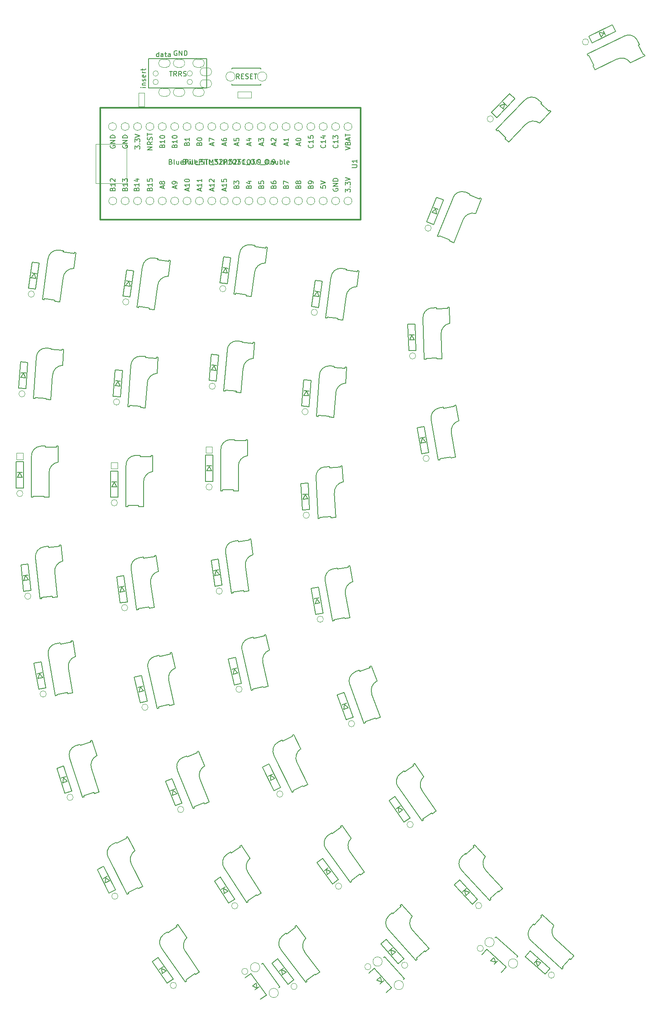
<source format=gbr>
G04 #@! TF.GenerationSoftware,KiCad,Pcbnew,(5.1.5)-3*
G04 #@! TF.CreationDate,2020-03-14T16:45:00+09:00*
G04 #@! TF.ProjectId,fan,66616e2e-6b69-4636-9164-5f7063625858,v1.0*
G04 #@! TF.SameCoordinates,Original*
G04 #@! TF.FileFunction,Legend,Top*
G04 #@! TF.FilePolarity,Positive*
%FSLAX46Y46*%
G04 Gerber Fmt 4.6, Leading zero omitted, Abs format (unit mm)*
G04 Created by KiCad (PCBNEW (5.1.5)-3) date 2020-03-14 16:45:00*
%MOMM*%
%LPD*%
G04 APERTURE LIST*
%ADD10C,0.150000*%
%ADD11C,0.304800*%
%ADD12C,0.120000*%
%ADD13C,0.100000*%
G04 APERTURE END LIST*
D10*
X55385000Y-45728000D02*
X55385000Y-39728000D01*
X55385000Y-45728000D02*
X55385000Y-39728000D01*
X67385000Y-39728000D02*
X67385000Y-45728000D01*
X67385000Y-39728000D02*
X67385000Y-45728000D01*
X55385000Y-39728000D02*
X67385000Y-39728000D01*
X67385000Y-45728000D02*
X55385000Y-45728000D01*
X67385000Y-45728000D02*
X55385000Y-45728000D01*
X55385000Y-39728000D02*
X67385000Y-39728000D01*
X110305191Y-99509627D02*
X110116734Y-94112917D01*
X109978565Y-97319692D02*
X108979174Y-97354592D01*
X109447460Y-96437690D02*
X109978565Y-97319692D01*
X109943665Y-96320301D02*
X108944274Y-96355201D01*
X108617648Y-94165266D02*
X108806105Y-99561976D01*
X108806105Y-99561976D02*
X110305191Y-99509627D01*
X108979174Y-97354592D02*
X109447460Y-96437690D01*
X110116734Y-94112917D02*
X108617648Y-94165266D01*
X115618302Y-101225247D02*
X114618911Y-101260147D01*
X114618911Y-101260147D02*
X114611931Y-101060269D01*
X114611233Y-101040281D02*
X112362604Y-101118805D01*
X112363302Y-101138792D02*
X112370282Y-101338671D01*
X114552284Y-90756073D02*
X114559264Y-90955951D01*
X114560311Y-90985933D02*
X116798946Y-90907758D01*
X116797899Y-90877777D02*
X116790919Y-90677898D01*
X117150700Y-90665335D02*
X116790919Y-90677898D01*
X113552893Y-90790973D02*
X114552284Y-90756073D01*
X117150700Y-90665335D02*
X117265170Y-93943336D01*
X115443805Y-96228293D02*
X115618302Y-101225247D01*
X112020495Y-101350885D02*
X111727338Y-92956003D01*
X117243841Y-93947766D02*
G75*
G03X115443805Y-96228293I366373J-2139835D01*
G01*
X113552892Y-90790971D02*
G75*
G03X111727338Y-92956003I169739J-1995293D01*
G01*
X112370282Y-101338671D02*
X112020495Y-101350885D01*
X146409629Y-36449906D02*
X151263117Y-34082702D01*
X148277383Y-35260791D02*
X147839012Y-34361997D01*
X148867112Y-34416860D02*
X148277383Y-35260791D01*
X149176177Y-34822420D02*
X148737806Y-33923626D01*
X150605560Y-32734511D02*
X145752072Y-35101715D01*
X145752072Y-35101715D02*
X146409629Y-36449906D01*
X147839012Y-34361997D02*
X148867112Y-34416860D01*
X151263117Y-34082702D02*
X150605560Y-32734511D01*
X147003369Y-42001480D02*
X146564998Y-41102686D01*
X146564998Y-41102686D02*
X146744757Y-41015012D01*
X146762732Y-41006244D02*
X145776397Y-38983958D01*
X145758422Y-38992725D02*
X145578663Y-39080399D01*
X156133847Y-36769427D02*
X155954088Y-36857101D01*
X155927124Y-36870253D02*
X156909075Y-38883551D01*
X156936039Y-38870400D02*
X157115798Y-38782726D01*
X157273612Y-39106292D02*
X157115798Y-38782726D01*
X155695475Y-35870633D02*
X156133847Y-36769427D01*
X157273612Y-39106292D02*
X154325567Y-40544149D01*
X151497339Y-39809624D02*
X147003369Y-42001480D01*
X145425233Y-38765822D02*
X152975102Y-35083503D01*
X154312845Y-40526465D02*
G75*
G03X151497339Y-39809624I-1805819J-1205048D01*
G01*
X155695477Y-35870632D02*
G75*
G03X152975102Y-35083503I-1753752J-966623D01*
G01*
X145578663Y-39080399D02*
X145425233Y-38765822D01*
X29745937Y-127747352D02*
X29745937Y-122347352D01*
X29495937Y-125547352D02*
X28495937Y-125547352D01*
X28995937Y-124647352D02*
X29495937Y-125547352D01*
X29495937Y-124547352D02*
X28495937Y-124547352D01*
X28245937Y-122347352D02*
X28245937Y-127747352D01*
X28245937Y-127747352D02*
X29745937Y-127747352D01*
X28495937Y-125547352D02*
X28995937Y-124647352D01*
X29745937Y-122347352D02*
X28245937Y-122347352D01*
X34995937Y-129647352D02*
X33995937Y-129647352D01*
X33995937Y-129647352D02*
X33995937Y-129447352D01*
X33995937Y-129427352D02*
X31745937Y-129427352D01*
X31745937Y-129447352D02*
X31745937Y-129647352D01*
X34295937Y-119147352D02*
X34295937Y-119347352D01*
X34295937Y-119377352D02*
X36535937Y-119377352D01*
X36535937Y-119347352D02*
X36535937Y-119147352D01*
X36895937Y-119147352D02*
X36535937Y-119147352D01*
X33295937Y-119147352D02*
X34295937Y-119147352D01*
X36895937Y-119147352D02*
X36895937Y-122427352D01*
X34995937Y-124647352D02*
X34995937Y-129647352D01*
X31395937Y-129647352D02*
X31395936Y-121247352D01*
X36874466Y-122431034D02*
G75*
G03X34995937Y-124647352I291471J-2151318D01*
G01*
X33295937Y-119147351D02*
G75*
G03X31395936Y-121247352I100000J-2000001D01*
G01*
X31745937Y-129647352D02*
X31395937Y-129647352D01*
X113902229Y-73688242D02*
X115925105Y-68681449D01*
X114494568Y-71554786D02*
X113567384Y-71180179D01*
X114368122Y-70533017D02*
X114494568Y-71554786D01*
X114869175Y-70627602D02*
X113941991Y-70252995D01*
X114534329Y-68119539D02*
X112511454Y-73126332D01*
X112511454Y-73126332D02*
X113902229Y-73688242D01*
X113567384Y-71180179D02*
X114368122Y-70533017D01*
X115925105Y-68681449D02*
X114534329Y-68119539D01*
X118058192Y-77416576D02*
X117131008Y-77041969D01*
X117131008Y-77041969D02*
X117205930Y-76856533D01*
X117213422Y-76837989D02*
X115127258Y-75995124D01*
X115119766Y-76013668D02*
X115044845Y-76199105D01*
X121342533Y-67418921D02*
X121267611Y-67604358D01*
X121256373Y-67632173D02*
X123333265Y-68471292D01*
X123344503Y-68443476D02*
X123419424Y-68258040D01*
X123753211Y-68392898D02*
X123419424Y-68258040D01*
X120415349Y-67044314D02*
X121342533Y-67418921D01*
X123753211Y-68392898D02*
X122524501Y-71434061D01*
X119931225Y-72780657D02*
X118058192Y-77416576D01*
X114720330Y-76067992D02*
X117867025Y-68279647D01*
X122503214Y-71429432D02*
G75*
G03X119931225Y-72780657I-535651J-2103854D01*
G01*
X120415350Y-67044314D02*
G75*
G03X117867025Y-68279647I-656496J-1891829D01*
G01*
X115044845Y-76199105D02*
X114720330Y-76067992D01*
X68597930Y-126412349D02*
X68597930Y-121012349D01*
X68347930Y-124212349D02*
X67347930Y-124212349D01*
X67847930Y-123312349D02*
X68347930Y-124212349D01*
X68347930Y-123212349D02*
X67347930Y-123212349D01*
X67097930Y-121012349D02*
X67097930Y-126412349D01*
X67097930Y-126412349D02*
X68597930Y-126412349D01*
X67347930Y-124212349D02*
X67847930Y-123312349D01*
X68597930Y-121012349D02*
X67097930Y-121012349D01*
X73847930Y-128312349D02*
X72847930Y-128312349D01*
X72847930Y-128312349D02*
X72847930Y-128112349D01*
X72847930Y-128092349D02*
X70597930Y-128092349D01*
X70597930Y-128112349D02*
X70597930Y-128312349D01*
X73147930Y-117812349D02*
X73147930Y-118012349D01*
X73147930Y-118042349D02*
X75387930Y-118042349D01*
X75387930Y-118012349D02*
X75387930Y-117812349D01*
X75747930Y-117812349D02*
X75387930Y-117812349D01*
X72147930Y-117812349D02*
X73147930Y-117812349D01*
X75747930Y-117812349D02*
X75747930Y-121092349D01*
X73847930Y-123312349D02*
X73847930Y-128312349D01*
X70247930Y-128312349D02*
X70247929Y-119912349D01*
X75726459Y-121096031D02*
G75*
G03X73847930Y-123312349I291471J-2151318D01*
G01*
X72147930Y-117812348D02*
G75*
G03X70247929Y-119912349I100000J-2000001D01*
G01*
X70597930Y-128312349D02*
X70247930Y-128312349D01*
X49145935Y-129647351D02*
X49145935Y-124247351D01*
X48895935Y-127447351D02*
X47895935Y-127447351D01*
X48395935Y-126547351D02*
X48895935Y-127447351D01*
X48895935Y-126447351D02*
X47895935Y-126447351D01*
X47645935Y-124247351D02*
X47645935Y-129647351D01*
X47645935Y-129647351D02*
X49145935Y-129647351D01*
X47895935Y-127447351D02*
X48395935Y-126547351D01*
X49145935Y-124247351D02*
X47645935Y-124247351D01*
X54395935Y-131547351D02*
X53395935Y-131547351D01*
X53395935Y-131547351D02*
X53395935Y-131347351D01*
X53395935Y-131327351D02*
X51145935Y-131327351D01*
X51145935Y-131347351D02*
X51145935Y-131547351D01*
X53695935Y-121047351D02*
X53695935Y-121247351D01*
X53695935Y-121277351D02*
X55935935Y-121277351D01*
X55935935Y-121247351D02*
X55935935Y-121047351D01*
X56295935Y-121047351D02*
X55935935Y-121047351D01*
X52695935Y-121047351D02*
X53695935Y-121047351D01*
X56295935Y-121047351D02*
X56295935Y-124327351D01*
X54395935Y-126547351D02*
X54395935Y-131547351D01*
X50795935Y-131547351D02*
X50795934Y-123147351D01*
X56274464Y-124331033D02*
G75*
G03X54395935Y-126547351I291471J-2151318D01*
G01*
X52695935Y-121047350D02*
G75*
G03X50795934Y-123147351I100000J-2000001D01*
G01*
X51145935Y-131547351D02*
X50795935Y-131547351D01*
X69342006Y-105818042D02*
X69812647Y-100438590D01*
X69284700Y-103604625D02*
X68288505Y-103517469D01*
X68865043Y-102664471D02*
X69284700Y-103604625D01*
X69371856Y-102608430D02*
X68375661Y-102521274D01*
X68318355Y-100307857D02*
X67847714Y-105687308D01*
X67847714Y-105687308D02*
X69342006Y-105818042D01*
X68288505Y-103517469D02*
X68865043Y-102664471D01*
X69812647Y-100438590D02*
X68318355Y-100307857D01*
X74406432Y-108168379D02*
X73410238Y-108081224D01*
X73410238Y-108081224D02*
X73427669Y-107881985D01*
X73429412Y-107862061D02*
X71187974Y-107665960D01*
X71186231Y-107685884D02*
X71168800Y-107885123D01*
X74624231Y-97647326D02*
X74606800Y-97846565D01*
X74604186Y-97876451D02*
X76835662Y-98071680D01*
X76838276Y-98041794D02*
X76855708Y-97842555D01*
X77214338Y-97873931D02*
X76855708Y-97842555D01*
X73628037Y-97560170D02*
X74624231Y-97647326D01*
X77214338Y-97873931D02*
X76928467Y-101141450D01*
X74842211Y-103187406D02*
X74406432Y-108168379D01*
X70820132Y-107854619D02*
X71552239Y-99486583D01*
X76906757Y-101143245D02*
G75*
G03X74842211Y-103187406I102862J-2168536D01*
G01*
X73628037Y-97560169D02*
G75*
G03X71552239Y-99486583I-74692J-2001106D01*
G01*
X71168800Y-107885123D02*
X70820132Y-107854619D01*
X137764750Y-226299176D02*
X133751767Y-222685871D01*
X135962548Y-225012875D02*
X135293418Y-225756020D01*
X134959153Y-224782230D02*
X135962548Y-225012875D01*
X135219403Y-224343745D02*
X134550273Y-225086890D01*
X132748072Y-223800588D02*
X136761054Y-227413894D01*
X136761054Y-227413894D02*
X137764750Y-226299176D01*
X135293418Y-225756020D02*
X134959153Y-224782230D01*
X133751767Y-222685871D02*
X132748072Y-223800588D01*
X142689660Y-223669014D02*
X142020530Y-224412159D01*
X142020530Y-224412159D02*
X141871901Y-224278333D01*
X141857038Y-224264950D02*
X140351494Y-225937026D01*
X140366357Y-225950409D02*
X140514986Y-226084235D01*
X134418248Y-217163344D02*
X134566877Y-217297170D01*
X134589172Y-217317244D02*
X136088024Y-215652600D01*
X136065730Y-215632526D02*
X135917101Y-215498700D01*
X136157988Y-215231168D02*
X135917101Y-215498700D01*
X133749118Y-217906489D02*
X134418248Y-217163344D01*
X136157988Y-215231168D02*
X138595503Y-217425916D01*
X138973936Y-220323361D02*
X142689660Y-223669014D01*
X140280790Y-226344336D02*
X134038373Y-220723639D01*
X138583872Y-217444335D02*
G75*
G03X138973936Y-220323361I1793773J-1222908D01*
G01*
X133749117Y-217906489D02*
G75*
G03X134038373Y-220723639I1553203J-1263947D01*
G01*
X140514986Y-226084235D02*
X140280790Y-226344336D01*
X126857806Y-51776635D02*
X130608961Y-47892200D01*
X128206220Y-50020423D02*
X127486880Y-49325764D01*
X128471742Y-49025688D02*
X128206220Y-50020423D01*
X128900878Y-49301083D02*
X128181538Y-48606425D01*
X129529952Y-46850212D02*
X125778796Y-50734647D01*
X125778796Y-50734647D02*
X126857806Y-51776635D01*
X127486880Y-49325764D02*
X128471742Y-49025688D01*
X130608961Y-47892200D02*
X129529952Y-46850212D01*
X129314489Y-56790337D02*
X128595149Y-56095679D01*
X128595149Y-56095679D02*
X128734081Y-55951811D01*
X128747974Y-55937424D02*
X127129460Y-54374443D01*
X127115566Y-54388829D02*
X126976635Y-54532697D01*
X136104864Y-48751008D02*
X135965932Y-48894876D01*
X135945093Y-48916456D02*
X137556414Y-50472491D01*
X137577254Y-50450911D02*
X137716185Y-50307043D01*
X137975148Y-50557120D02*
X137716185Y-50307043D01*
X135385524Y-48056350D02*
X136104864Y-48751008D01*
X137975148Y-50557120D02*
X135696668Y-52916555D01*
X132787781Y-53193638D02*
X129314489Y-56790337D01*
X126724866Y-54289567D02*
X132559995Y-48247112D01*
X135678666Y-52904289D02*
G75*
G03X132787781Y-53193638I-1284765J-1750001D01*
G01*
X135385525Y-48056348D02*
G75*
G03X132559995Y-48247112I-1317383J-1508147D01*
G01*
X126976635Y-54532697D02*
X126724866Y-54289567D01*
X30277688Y-107365283D02*
X30654373Y-101978437D01*
X30181761Y-105153203D02*
X29184197Y-105083447D01*
X29745760Y-104220517D02*
X30181761Y-105153203D01*
X30251518Y-104155639D02*
X29253954Y-104085882D01*
X29158027Y-101873802D02*
X28781342Y-107260648D01*
X28781342Y-107260648D02*
X30277688Y-107365283D01*
X29184197Y-105083447D02*
X29745760Y-104220517D01*
X30654373Y-101978437D02*
X29158027Y-101873802D01*
X35382362Y-109626876D02*
X34384798Y-109557120D01*
X34384798Y-109557120D02*
X34398749Y-109357607D01*
X34400144Y-109337656D02*
X32155625Y-109180704D01*
X32154230Y-109200655D02*
X32140279Y-109400168D01*
X35416510Y-99103624D02*
X35402559Y-99303137D01*
X35400466Y-99333064D02*
X37635010Y-99489318D01*
X37637102Y-99459391D02*
X37651054Y-99259879D01*
X38010177Y-99284991D02*
X37651054Y-99259879D01*
X34418946Y-99033868D02*
X35416510Y-99103624D01*
X38010177Y-99284991D02*
X37781376Y-102557001D01*
X35731144Y-104639056D02*
X35382362Y-109626876D01*
X31791131Y-109375753D02*
X32377085Y-100996215D01*
X37759701Y-102559176D02*
G75*
G03X35731144Y-104639056I140692J-2166410D01*
G01*
X34418946Y-99033866D02*
G75*
G03X32377085Y-100996215I-39756J-2002105D01*
G01*
X32140279Y-109400168D02*
X31791131Y-109375753D01*
X71550456Y-85872897D02*
X72301991Y-80525449D01*
X71609070Y-83659514D02*
X70618802Y-83520341D01*
X71239192Y-82698686D02*
X71609070Y-83659514D01*
X71748243Y-82669246D02*
X70757975Y-82530073D01*
X70816589Y-80316689D02*
X70065054Y-85664137D01*
X70065054Y-85664137D02*
X71550456Y-85872897D01*
X70618802Y-83520341D02*
X71239192Y-82698686D01*
X72301991Y-80525449D02*
X70816589Y-80316689D01*
X76484935Y-88485065D02*
X75494666Y-88345892D01*
X75494666Y-88345892D02*
X75522501Y-88147838D01*
X75525285Y-88128033D02*
X73297181Y-87814893D01*
X73294398Y-87834699D02*
X73266563Y-88032752D01*
X77253064Y-77989829D02*
X77225230Y-78187883D01*
X77221055Y-78217591D02*
X79439255Y-78529338D01*
X79443430Y-78499630D02*
X79471265Y-78301577D01*
X79827761Y-78351679D02*
X79471265Y-78301577D01*
X76262796Y-77850656D02*
X77253064Y-77989829D01*
X79827761Y-78351679D02*
X79371274Y-81599758D01*
X77180800Y-83533724D02*
X76484935Y-88485065D01*
X72919969Y-87984042D02*
X74089023Y-79665790D01*
X79349500Y-81600417D02*
G75*
G03X77180800Y-83533724I-10772J-2170946D01*
G01*
X76262796Y-77850655D02*
G75*
G03X74089023Y-79665790I-179319J-1994454D01*
G01*
X73266563Y-88032752D02*
X72919969Y-87984042D01*
X90331459Y-90712897D02*
X91082994Y-85365449D01*
X90390073Y-88499514D02*
X89399805Y-88360341D01*
X90020195Y-87538686D02*
X90390073Y-88499514D01*
X90529246Y-87509246D02*
X89538978Y-87370073D01*
X89597592Y-85156689D02*
X88846057Y-90504137D01*
X88846057Y-90504137D02*
X90331459Y-90712897D01*
X89399805Y-88360341D02*
X90020195Y-87538686D01*
X91082994Y-85365449D02*
X89597592Y-85156689D01*
X95265938Y-93325065D02*
X94275669Y-93185892D01*
X94275669Y-93185892D02*
X94303504Y-92987838D01*
X94306288Y-92968033D02*
X92078184Y-92654893D01*
X92075401Y-92674699D02*
X92047566Y-92872752D01*
X96034067Y-82829829D02*
X96006233Y-83027883D01*
X96002058Y-83057591D02*
X98220258Y-83369338D01*
X98224433Y-83339630D02*
X98252268Y-83141577D01*
X98608764Y-83191679D02*
X98252268Y-83141577D01*
X95043799Y-82690656D02*
X96034067Y-82829829D01*
X98608764Y-83191679D02*
X98152277Y-86439758D01*
X95961803Y-88373724D02*
X95265938Y-93325065D01*
X91700972Y-92824042D02*
X92870026Y-84505790D01*
X98130503Y-86440417D02*
G75*
G03X95961803Y-88373724I-10772J-2170946D01*
G01*
X95043799Y-82690655D02*
G75*
G03X92870026Y-84505790I-179319J-1994454D01*
G01*
X92047566Y-92872752D02*
X91700972Y-92824042D01*
X51650455Y-88572898D02*
X52401990Y-83225450D01*
X51709069Y-86359515D02*
X50718801Y-86220342D01*
X51339191Y-85398687D02*
X51709069Y-86359515D01*
X51848242Y-85369247D02*
X50857974Y-85230074D01*
X50916588Y-83016690D02*
X50165053Y-88364138D01*
X50165053Y-88364138D02*
X51650455Y-88572898D01*
X50718801Y-86220342D02*
X51339191Y-85398687D01*
X52401990Y-83225450D02*
X50916588Y-83016690D01*
X56584934Y-91185066D02*
X55594665Y-91045893D01*
X55594665Y-91045893D02*
X55622500Y-90847839D01*
X55625284Y-90828034D02*
X53397180Y-90514894D01*
X53394397Y-90534700D02*
X53366562Y-90732753D01*
X57353063Y-80689830D02*
X57325229Y-80887884D01*
X57321054Y-80917592D02*
X59539254Y-81229339D01*
X59543429Y-81199631D02*
X59571264Y-81001578D01*
X59927760Y-81051680D02*
X59571264Y-81001578D01*
X56362795Y-80550657D02*
X57353063Y-80689830D01*
X59927760Y-81051680D02*
X59471273Y-84299759D01*
X57280799Y-86233725D02*
X56584934Y-91185066D01*
X53019968Y-90684043D02*
X54189022Y-82365791D01*
X59449499Y-84300418D02*
G75*
G03X57280799Y-86233725I-10772J-2170946D01*
G01*
X56362795Y-80550656D02*
G75*
G03X54189022Y-82365791I-179319J-1994454D01*
G01*
X53366562Y-90732753D02*
X53019968Y-90684043D01*
X39684065Y-189864595D02*
X38015373Y-184728890D01*
X38766463Y-187849525D02*
X37815407Y-188158542D01*
X38012820Y-187148082D02*
X38766463Y-187849525D01*
X38457446Y-186898468D02*
X37506390Y-187207485D01*
X36588788Y-185192415D02*
X38257480Y-190328120D01*
X38257480Y-190328120D02*
X39684065Y-189864595D01*
X37815407Y-188158542D02*
X38012820Y-187148082D01*
X38015373Y-184728890D02*
X36588788Y-185192415D01*
X45264244Y-190049263D02*
X44313187Y-190358280D01*
X44313187Y-190358280D02*
X44251384Y-190168069D01*
X44245203Y-190149048D02*
X42105326Y-190844336D01*
X42111507Y-190863357D02*
X42173310Y-191053568D01*
X41353826Y-180279481D02*
X41415629Y-180469693D01*
X41424900Y-180498224D02*
X43555266Y-179806026D01*
X43545996Y-179777495D02*
X43484192Y-179587283D01*
X43826573Y-179476037D02*
X43484192Y-179587283D01*
X40402769Y-180588498D02*
X41353826Y-180279481D01*
X43826573Y-179476037D02*
X44840148Y-182595503D01*
X43719159Y-185293980D02*
X45264244Y-190049263D01*
X41840440Y-191161724D02*
X39244696Y-183172850D01*
X44820866Y-182605639D02*
G75*
G03X43719159Y-185293980I941999J-1955956D01*
G01*
X40402769Y-180588497D02*
G75*
G03X39244696Y-183172850I713140J-1871213D01*
G01*
X42173310Y-191053568D02*
X41840440Y-191161724D01*
X122940360Y-212046556D02*
X119257568Y-208097246D01*
X121257125Y-210608078D02*
X120525771Y-211290076D01*
X120277649Y-210290859D02*
X121257125Y-210608078D01*
X120575126Y-209876724D02*
X119843773Y-210558723D01*
X118160538Y-209120244D02*
X121843329Y-213069554D01*
X121843329Y-213069554D02*
X122940360Y-212046556D01*
X120525771Y-211290076D02*
X120277649Y-210290859D01*
X119257568Y-208097246D02*
X118160538Y-209120244D01*
X128075763Y-209855637D02*
X127344410Y-210537635D01*
X127344410Y-210537635D02*
X127208010Y-210391365D01*
X127194370Y-210376738D02*
X125548824Y-211911234D01*
X125562464Y-211925861D02*
X125698864Y-212072132D01*
X120402833Y-202653822D02*
X120539233Y-202800093D01*
X120559693Y-202822033D02*
X122197925Y-201294357D01*
X122177465Y-201272417D02*
X122041065Y-201126146D01*
X122304353Y-200880626D02*
X122041065Y-201126146D01*
X119671479Y-203335820D02*
X120402833Y-202653822D01*
X122304353Y-200880626D02*
X124541307Y-203279466D01*
X124665772Y-206198869D02*
X128075763Y-209855637D01*
X125442890Y-212310831D02*
X119714103Y-206167461D01*
X124528115Y-203296803D02*
G75*
G03X124665772Y-206198869I1680364J-1374591D01*
G01*
X119671478Y-203335820D02*
G75*
G03X119714103Y-206167461I1437133J-1394508D01*
G01*
X125698864Y-212072132D02*
X125442890Y-212310831D01*
X109074586Y-195397068D02*
X105977273Y-190973647D01*
X107607930Y-193738328D02*
X106788778Y-194311904D01*
X106682135Y-193287879D02*
X107607930Y-193738328D01*
X107034353Y-192919176D02*
X106215201Y-193492752D01*
X104748545Y-191834012D02*
X107845858Y-196257433D01*
X107845858Y-196257433D02*
X109074586Y-195397068D01*
X106788778Y-194311904D02*
X106682135Y-193287879D01*
X105977273Y-190973647D02*
X104748545Y-191834012D01*
X114464929Y-193942181D02*
X113645777Y-194515757D01*
X113645777Y-194515757D02*
X113531062Y-194351927D01*
X113519591Y-194335544D02*
X111676499Y-195626091D01*
X111687970Y-195642474D02*
X111802685Y-195806304D01*
X107868970Y-185742588D02*
X107983686Y-185906418D01*
X108000893Y-185930993D02*
X109835794Y-184646182D01*
X109818586Y-184621607D02*
X109703871Y-184457777D01*
X109998766Y-184251289D02*
X109703871Y-184457777D01*
X107049818Y-186316164D02*
X107868970Y-185742588D01*
X109998766Y-184251289D02*
X111880096Y-186938108D01*
X111597047Y-189846420D02*
X114464929Y-193942181D01*
X111515982Y-196007056D02*
X106697939Y-189126179D01*
X111864622Y-186953439D02*
G75*
G03X111597047Y-189846420I1472703J-1595076D01*
G01*
X107049818Y-186316164D02*
G75*
G03X106697939Y-189126179I1229068J-1580947D01*
G01*
X111802685Y-195806304D02*
X111515982Y-196007056D01*
X70512994Y-147666253D02*
X69761459Y-142318805D01*
X69959246Y-145522456D02*
X68968978Y-145661629D01*
X69338856Y-144700802D02*
X69959246Y-145522456D01*
X69820073Y-144532188D02*
X68829805Y-144671361D01*
X68276057Y-142527565D02*
X69027592Y-147875013D01*
X69027592Y-147875013D02*
X70512994Y-147666253D01*
X68968978Y-145661629D02*
X69338856Y-144700802D01*
X69761459Y-142318805D02*
X68276057Y-142527565D01*
X75976330Y-148817103D02*
X74986062Y-148956277D01*
X74986062Y-148956277D02*
X74958227Y-148758223D01*
X74955444Y-148738418D02*
X72727341Y-149051557D01*
X72730124Y-149071362D02*
X72757959Y-149269416D01*
X73821825Y-138516710D02*
X73849659Y-138714763D01*
X73853835Y-138744472D02*
X76072035Y-138432724D01*
X76067860Y-138403016D02*
X76040025Y-138204962D01*
X76396522Y-138154860D02*
X76040025Y-138204962D01*
X72831557Y-138655883D02*
X73821825Y-138516710D01*
X76396522Y-138154860D02*
X76853010Y-141402939D01*
X75280465Y-143865763D02*
X75976330Y-148817103D01*
X72411365Y-149318127D02*
X71242310Y-140999875D01*
X76832260Y-141409573D02*
G75*
G03X75280465Y-143865763I588040J-2089817D01*
G01*
X72831557Y-138655882D02*
G75*
G03X71242310Y-140999875I377373J-1966620D01*
G01*
X72757959Y-149269416D02*
X72411365Y-149318127D01*
X82539489Y-189154657D02*
X80172285Y-184301169D01*
X81350374Y-187286903D02*
X80451580Y-187725274D01*
X80506443Y-186697174D02*
X81350374Y-187286903D01*
X80912003Y-186388109D02*
X80013209Y-186826480D01*
X78824094Y-184958726D02*
X81191298Y-189812214D01*
X81191298Y-189812214D02*
X82539489Y-189154657D01*
X80451580Y-187725274D02*
X80506443Y-186697174D01*
X80172285Y-184301169D02*
X78824094Y-184958726D01*
X88091063Y-188560917D02*
X87192269Y-188999288D01*
X87192269Y-188999288D02*
X87104595Y-188819529D01*
X87095827Y-188801554D02*
X85073541Y-189787889D01*
X85082308Y-189805864D02*
X85169982Y-189985623D01*
X82859010Y-179430439D02*
X82946684Y-179610198D01*
X82959836Y-179637162D02*
X84973134Y-178655211D01*
X84959983Y-178628247D02*
X84872309Y-178448488D01*
X85195875Y-178290674D02*
X84872309Y-178448488D01*
X81960216Y-179868811D02*
X82859010Y-179430439D01*
X85195875Y-178290674D02*
X86633732Y-181238719D01*
X85899207Y-184066947D02*
X88091063Y-188560917D01*
X84855405Y-190139053D02*
X81173086Y-182589184D01*
X86616048Y-181251441D02*
G75*
G03X85899207Y-184066947I1205048J-1805819D01*
G01*
X81960215Y-179868809D02*
G75*
G03X81173086Y-182589184I966623J-1753752D01*
G01*
X85169982Y-189985623D02*
X84855405Y-190139053D01*
X48670909Y-210098490D02*
X46219360Y-205287055D01*
X47449378Y-208251774D02*
X46558371Y-208705764D01*
X46595283Y-207676863D02*
X47449378Y-208251774D01*
X46995387Y-207360767D02*
X46104381Y-207814757D01*
X44882850Y-205968041D02*
X47334399Y-210779476D01*
X47334399Y-210779476D02*
X48670909Y-210098490D01*
X46558371Y-208705764D02*
X46595283Y-207676863D01*
X46219360Y-205287055D02*
X44882850Y-205968041D01*
X54211275Y-209407953D02*
X53320268Y-209861943D01*
X53320268Y-209861943D02*
X53229470Y-209683742D01*
X53220390Y-209665922D02*
X51215626Y-210687400D01*
X51224705Y-210705220D02*
X51315504Y-210883422D01*
X48820670Y-200370177D02*
X48911468Y-200548379D01*
X48925088Y-200575109D02*
X50920942Y-199558170D01*
X50907323Y-199531440D02*
X50816525Y-199353239D01*
X51137287Y-199189802D02*
X50816525Y-199353239D01*
X47929663Y-200824168D02*
X48820670Y-200370177D01*
X51137287Y-199189802D02*
X52626376Y-202112303D01*
X51941322Y-204952920D02*
X54211275Y-209407953D01*
X51003651Y-211042318D02*
X47190130Y-203557864D01*
X52608916Y-202125331D02*
G75*
G03X51941322Y-204952920I1236381J-1784514D01*
G01*
X47929663Y-200824167D02*
G75*
G03X47190130Y-203557864I997082J-1736615D01*
G01*
X51315504Y-210883422D02*
X51003651Y-211042318D01*
X74463753Y-167749996D02*
X73249017Y-162488398D01*
X73725268Y-165662620D02*
X72750898Y-165887571D01*
X73035627Y-164898162D02*
X73725268Y-165662620D01*
X73500317Y-164688250D02*
X72525947Y-164913201D01*
X71787462Y-162825825D02*
X73002198Y-168087423D01*
X73002198Y-168087423D02*
X74463753Y-167749996D01*
X72750898Y-165887571D02*
X73035627Y-164898162D01*
X73249017Y-162488398D02*
X71787462Y-162825825D01*
X80006603Y-168420306D02*
X79032233Y-168645258D01*
X79032233Y-168645258D02*
X78987242Y-168450384D01*
X78982743Y-168430896D02*
X76790411Y-168937036D01*
X76794910Y-168956523D02*
X76839900Y-169151397D01*
X76962558Y-158346887D02*
X77007548Y-158541761D01*
X77014296Y-158570992D02*
X79196885Y-158067101D01*
X79190137Y-158037870D02*
X79145146Y-157842996D01*
X79495920Y-157762014D02*
X79145146Y-157842996D01*
X75988187Y-158571838D02*
X76962558Y-158346887D01*
X79495920Y-157762014D02*
X80233759Y-160957948D01*
X78881847Y-163548456D02*
X80006603Y-168420306D01*
X76498870Y-169230130D02*
X74609281Y-161045422D01*
X80213667Y-160966364D02*
G75*
G03X78881847Y-163548456I767942J-2030614D01*
G01*
X75988188Y-158571837D02*
G75*
G03X74609281Y-161045422I547339J-1926246D01*
G01*
X76839900Y-169151397D02*
X76498870Y-169230130D01*
X73128427Y-212052034D02*
X70187376Y-207523213D01*
X71720554Y-210343118D02*
X70881883Y-210887757D01*
X70811043Y-209860634D02*
X71720554Y-210343118D01*
X71175915Y-209504448D02*
X70337244Y-210049087D01*
X68929371Y-208340171D02*
X71870421Y-212868992D01*
X71870421Y-212868992D02*
X73128427Y-212052034D01*
X70881883Y-210887757D02*
X70811043Y-209860634D01*
X70187376Y-207523213D02*
X68929371Y-208340171D01*
X78566262Y-210786153D02*
X77727591Y-211330792D01*
X77727591Y-211330792D02*
X77618663Y-211163058D01*
X77607771Y-211146284D02*
X75720762Y-212371722D01*
X75731655Y-212388495D02*
X75840583Y-212556230D01*
X72260483Y-202361359D02*
X72369410Y-202529093D01*
X72385750Y-202554253D02*
X74264372Y-201334262D01*
X74248032Y-201309102D02*
X74139105Y-201141368D01*
X74441026Y-200945298D02*
X74139105Y-201141368D01*
X71421812Y-202905998D02*
X72260483Y-202361359D01*
X74441026Y-200945298D02*
X76227442Y-203696137D01*
X75843067Y-206592800D02*
X78566262Y-210786153D01*
X75547048Y-212746853D02*
X70972079Y-205702021D01*
X76211440Y-203710919D02*
G75*
G03X75843067Y-206592800I1416140J-1645501D01*
G01*
X71421811Y-202905997D02*
G75*
G03X70972079Y-205702021I1173146J-1622878D01*
G01*
X75840583Y-212556230D02*
X75547048Y-212746853D01*
X107788642Y-224261169D02*
X104175337Y-220248186D01*
X106130768Y-222793533D02*
X105387623Y-223462663D01*
X105156978Y-222459268D02*
X106130768Y-222793533D01*
X105461638Y-222050388D02*
X104718493Y-222719518D01*
X103060619Y-221251882D02*
X106673925Y-225264864D01*
X106673925Y-225264864D02*
X107788642Y-224261169D01*
X105387623Y-223462663D02*
X105156978Y-222459268D01*
X104175337Y-220248186D02*
X103060619Y-221251882D01*
X112961500Y-222160208D02*
X112218355Y-222829339D01*
X112218355Y-222829339D02*
X112084529Y-222680710D01*
X112071147Y-222665847D02*
X110399071Y-224171391D01*
X110412454Y-224186254D02*
X110546280Y-224334882D01*
X105415428Y-214825579D02*
X105549254Y-214974208D01*
X105569328Y-214996502D02*
X107233972Y-213497650D01*
X107213898Y-213475355D02*
X107080072Y-213326726D01*
X107347604Y-213085839D02*
X107080072Y-213326726D01*
X104672283Y-215494709D02*
X105415428Y-214825579D01*
X107347604Y-213085839D02*
X109542353Y-215523354D01*
X109615847Y-218444484D02*
X112961500Y-222160208D01*
X110286179Y-224569078D02*
X104665481Y-218326662D01*
X109528860Y-215540457D02*
G75*
G03X109615847Y-218444484I1656118J-1403709D01*
G01*
X104672282Y-215494709D02*
G75*
G03X104665481Y-218326662I1412576J-1419377D01*
G01*
X110546280Y-224334882D02*
X110286179Y-224569078D01*
X51101990Y-151069253D02*
X50350455Y-145721805D01*
X50548242Y-148925456D02*
X49557974Y-149064629D01*
X49927852Y-148103802D02*
X50548242Y-148925456D01*
X50409069Y-147935188D02*
X49418801Y-148074361D01*
X48865053Y-145930565D02*
X49616588Y-151278013D01*
X49616588Y-151278013D02*
X51101990Y-151069253D01*
X49557974Y-149064629D02*
X49927852Y-148103802D01*
X50350455Y-145721805D02*
X48865053Y-145930565D01*
X56565326Y-152220103D02*
X55575058Y-152359277D01*
X55575058Y-152359277D02*
X55547223Y-152161223D01*
X55544440Y-152141418D02*
X53316337Y-152454557D01*
X53319120Y-152474362D02*
X53346955Y-152672416D01*
X54410821Y-141919710D02*
X54438655Y-142117763D01*
X54442831Y-142147472D02*
X56661031Y-141835724D01*
X56656856Y-141806016D02*
X56629021Y-141607962D01*
X56985518Y-141557860D02*
X56629021Y-141607962D01*
X53420553Y-142058883D02*
X54410821Y-141919710D01*
X56985518Y-141557860D02*
X57442006Y-144805939D01*
X55869461Y-147268763D02*
X56565326Y-152220103D01*
X53000361Y-152721127D02*
X51831306Y-144402875D01*
X57421256Y-144812573D02*
G75*
G03X55869461Y-147268763I588040J-2089817D01*
G01*
X53420553Y-142058882D02*
G75*
G03X51831306Y-144402875I377373J-1966620D01*
G01*
X53346955Y-152672416D02*
X53000361Y-152721127D01*
X62289108Y-192332254D02*
X60266232Y-187325461D01*
X61233178Y-190386101D02*
X60305994Y-190760708D01*
X60432440Y-189738939D02*
X61233178Y-190386101D01*
X60858571Y-189458917D02*
X59931387Y-189833524D01*
X58875457Y-187887371D02*
X60898332Y-192894164D01*
X60898332Y-192894164D02*
X62289108Y-192332254D01*
X60305994Y-190760708D02*
X60432440Y-189738939D01*
X60266232Y-187325461D02*
X58875457Y-187887371D01*
X67868576Y-192127219D02*
X66941392Y-192501825D01*
X66941392Y-192501825D02*
X66866471Y-192316388D01*
X66858978Y-192297845D02*
X64772815Y-193140709D01*
X64780307Y-193159253D02*
X64855228Y-193344690D01*
X63286178Y-182654013D02*
X63361099Y-182839449D01*
X63372337Y-182867265D02*
X65449229Y-182028146D01*
X65437991Y-182000331D02*
X65363070Y-181814894D01*
X65696856Y-181680036D02*
X65363070Y-181814894D01*
X62358994Y-183028619D02*
X63286178Y-182654013D01*
X65696856Y-181680036D02*
X66925565Y-184721199D01*
X65995543Y-187491299D02*
X67868576Y-192127219D01*
X64530714Y-193475802D02*
X61384018Y-185687458D01*
X66907037Y-184732656D02*
G75*
G03X65995543Y-187491299I1076145J-1885480D01*
G01*
X62358994Y-183028618D02*
G75*
G03X61384018Y-185687458I841932J-1816908D01*
G01*
X64855228Y-193344690D02*
X64530714Y-193475802D01*
X85197092Y-228595642D02*
X81947290Y-224283010D01*
X83673440Y-226989097D02*
X82874804Y-227590912D01*
X82732488Y-226571233D02*
X83673440Y-226989097D01*
X83071625Y-226190462D02*
X82272989Y-226792277D01*
X80749337Y-225185733D02*
X83999138Y-229498364D01*
X83999138Y-229498364D02*
X85197092Y-228595642D01*
X82874804Y-227590912D02*
X82732488Y-226571233D01*
X81947290Y-224283010D02*
X80749337Y-225185733D01*
X90533377Y-226953520D02*
X89734741Y-227555335D01*
X89734741Y-227555335D02*
X89614378Y-227395608D01*
X89602342Y-227379636D02*
X87805412Y-228733719D01*
X87817448Y-228749692D02*
X87937811Y-228909419D01*
X83655274Y-218989118D02*
X83775637Y-219148845D01*
X83793691Y-219172804D02*
X85582635Y-217824739D01*
X85564581Y-217800780D02*
X85444218Y-217641052D01*
X85731726Y-217424399D02*
X85444218Y-217641052D01*
X82856638Y-219590933D02*
X83655274Y-218989118D01*
X85731726Y-217424399D02*
X87705680Y-220043923D01*
X87524301Y-222960343D02*
X90533377Y-226953520D01*
X87658289Y-229120054D02*
X82603042Y-222411517D01*
X87690748Y-220059784D02*
G75*
G03X87524301Y-222960343I1527475J-1542709D01*
G01*
X82856638Y-219590933D02*
G75*
G03X82603042Y-222411517I1283494J-1537090D01*
G01*
X87937811Y-228909419D02*
X87658289Y-229120054D01*
X97388018Y-174754803D02*
X95541109Y-169680463D01*
X96400651Y-172772985D02*
X95460958Y-173115005D01*
X95622986Y-172098271D02*
X96400651Y-172772985D01*
X96058631Y-171833292D02*
X95118938Y-172175312D01*
X94131571Y-170193493D02*
X95978479Y-175267833D01*
X95978479Y-175267833D02*
X97388018Y-174754803D01*
X95460958Y-173115005D02*
X95622986Y-172098271D01*
X95541109Y-169680463D02*
X94131571Y-170193493D01*
X102971243Y-174744613D02*
X102031550Y-175086634D01*
X102031550Y-175086634D02*
X101963146Y-174898695D01*
X101956306Y-174879901D02*
X99841997Y-175649447D01*
X99848838Y-175668240D02*
X99917242Y-175856179D01*
X98722246Y-165117255D02*
X98790650Y-165305194D01*
X98800911Y-165333384D02*
X100905823Y-164567259D01*
X100895562Y-164539068D02*
X100827158Y-164351130D01*
X101165447Y-164228003D02*
X100827158Y-164351130D01*
X97782554Y-165459275D02*
X98722246Y-165117255D01*
X101165447Y-164228003D02*
X102287273Y-167310194D01*
X101261142Y-170046150D02*
X102971243Y-174744613D01*
X99588349Y-175975886D02*
X96715379Y-168082468D01*
X102268358Y-167320998D02*
G75*
G03X101261142Y-170046150I1009686J-1921889D01*
G01*
X97782553Y-165459274D02*
G75*
G03X96715379Y-168082468I778010J-1845184D01*
G01*
X99917242Y-175856179D02*
X99588349Y-175975886D01*
X34340122Y-168738930D02*
X33402422Y-163420969D01*
X33711894Y-166615765D02*
X32727086Y-166789414D01*
X33063207Y-165816262D02*
X33711894Y-166615765D01*
X33538246Y-165630958D02*
X32553438Y-165804606D01*
X31925210Y-163681441D02*
X32862910Y-168999403D01*
X32862910Y-168999403D02*
X34340122Y-168738930D01*
X32727086Y-166789414D02*
X33063207Y-165816262D01*
X33402422Y-163420969D02*
X31925210Y-163681441D01*
X39840294Y-169698412D02*
X38855487Y-169872060D01*
X38855487Y-169872060D02*
X38820757Y-169675099D01*
X38817284Y-169655403D02*
X36601467Y-170046111D01*
X36604940Y-170065807D02*
X36639669Y-170262769D01*
X37327623Y-159479485D02*
X37362353Y-159676446D01*
X37367562Y-159705990D02*
X39573532Y-159317018D01*
X39568322Y-159287474D02*
X39533592Y-159090513D01*
X39888123Y-159027999D02*
X39533592Y-159090513D01*
X36342815Y-159653133D02*
X37327623Y-159479485D01*
X39888123Y-159027999D02*
X40457689Y-162258169D01*
X38972053Y-164774373D02*
X39840294Y-169698412D01*
X36294986Y-170323546D02*
X34836341Y-162051161D01*
X40437184Y-162265522D02*
G75*
G03X38972053Y-164774373I660615J-2068022D01*
G01*
X36342814Y-159653132D02*
G75*
G03X34836341Y-162051161I445778J-1952251D01*
G01*
X36639669Y-170262769D02*
X36294986Y-170323546D01*
X60486589Y-228391067D02*
X57389276Y-223967646D01*
X59019933Y-226732327D02*
X58200781Y-227305903D01*
X58094138Y-226281878D02*
X59019933Y-226732327D01*
X58446356Y-225913175D02*
X57627204Y-226486751D01*
X56160548Y-224828011D02*
X59257861Y-229251432D01*
X59257861Y-229251432D02*
X60486589Y-228391067D01*
X58200781Y-227305903D02*
X58094138Y-226281878D01*
X57389276Y-223967646D02*
X56160548Y-224828011D01*
X65876932Y-226936180D02*
X65057780Y-227509756D01*
X65057780Y-227509756D02*
X64943065Y-227345926D01*
X64931594Y-227329543D02*
X63088502Y-228620090D01*
X63099973Y-228636473D02*
X63214688Y-228800303D01*
X59280973Y-218736587D02*
X59395689Y-218900417D01*
X59412896Y-218924992D02*
X61247797Y-217640181D01*
X61230589Y-217615606D02*
X61115874Y-217451776D01*
X61410769Y-217245288D02*
X61115874Y-217451776D01*
X58461821Y-219310163D02*
X59280973Y-218736587D01*
X61410769Y-217245288D02*
X63292099Y-219932107D01*
X63009050Y-222840419D02*
X65876932Y-226936180D01*
X62927985Y-229001055D02*
X58109942Y-222120178D01*
X63276625Y-219947438D02*
G75*
G03X63009050Y-222840419I1472703J-1595076D01*
G01*
X58461821Y-219310163D02*
G75*
G03X58109942Y-222120178I1229068J-1580947D01*
G01*
X63214688Y-228800303D02*
X62927985Y-229001055D01*
X55164749Y-171433997D02*
X53950013Y-166172399D01*
X54426264Y-169346621D02*
X53451894Y-169571572D01*
X53736623Y-168582163D02*
X54426264Y-169346621D01*
X54201313Y-168372251D02*
X53226943Y-168597202D01*
X52488458Y-166509826D02*
X53703194Y-171771424D01*
X53703194Y-171771424D02*
X55164749Y-171433997D01*
X53451894Y-169571572D02*
X53736623Y-168582163D01*
X53950013Y-166172399D02*
X52488458Y-166509826D01*
X60707599Y-172104307D02*
X59733229Y-172329259D01*
X59733229Y-172329259D02*
X59688238Y-172134385D01*
X59683739Y-172114897D02*
X57491407Y-172621037D01*
X57495906Y-172640524D02*
X57540896Y-172835398D01*
X57663554Y-162030888D02*
X57708544Y-162225762D01*
X57715292Y-162254993D02*
X59897881Y-161751102D01*
X59891133Y-161721871D02*
X59846142Y-161526997D01*
X60196916Y-161446015D02*
X59846142Y-161526997D01*
X56689183Y-162255839D02*
X57663554Y-162030888D01*
X60196916Y-161446015D02*
X60934755Y-164641949D01*
X59582843Y-167232457D02*
X60707599Y-172104307D01*
X57199866Y-172914131D02*
X55310277Y-164729423D01*
X60914663Y-164650365D02*
G75*
G03X59582843Y-167232457I767942J-2030614D01*
G01*
X56689184Y-162255838D02*
G75*
G03X55310277Y-164729423I547339J-1926246D01*
G01*
X57540896Y-172835398D02*
X57199866Y-172914131D01*
X31273359Y-148725922D02*
X30708906Y-143355504D01*
X30794766Y-146564106D02*
X29800244Y-146668634D01*
X30203430Y-145721300D02*
X30794766Y-146564106D01*
X30690238Y-145569584D02*
X29695716Y-145674112D01*
X29217123Y-143512296D02*
X29781576Y-148882715D01*
X29781576Y-148882715D02*
X31273359Y-148725922D01*
X29800244Y-146668634D02*
X30203430Y-145721300D01*
X30708906Y-143355504D02*
X29217123Y-143512296D01*
X36693203Y-150066739D02*
X35698681Y-150171268D01*
X35698681Y-150171268D02*
X35677776Y-149972363D01*
X35675685Y-149952473D02*
X33438011Y-150187662D01*
X33440101Y-150207552D02*
X33461007Y-150406457D01*
X34899489Y-139697429D02*
X34920395Y-139896334D01*
X34923531Y-139926169D02*
X37151260Y-139692025D01*
X37148124Y-139662190D02*
X37127218Y-139463285D01*
X37485246Y-139425655D02*
X37127218Y-139463285D01*
X33904967Y-139801958D02*
X34899489Y-139697429D01*
X37485246Y-139425655D02*
X37828099Y-142687687D01*
X36170561Y-145094130D02*
X36693203Y-150066739D01*
X33112924Y-150443042D02*
X32234884Y-142089058D01*
X37807131Y-142693593D02*
G75*
G03X36170561Y-145094130I514748J-2109066D01*
G01*
X33904967Y-139801957D02*
G75*
G03X32234884Y-142089058I308509J-1978592D01*
G01*
X33461007Y-150406457D02*
X33112924Y-150443042D01*
X91201123Y-153405930D02*
X90263423Y-148087969D01*
X90572895Y-151282765D02*
X89588087Y-151456414D01*
X89924208Y-150483262D02*
X90572895Y-151282765D01*
X90399247Y-150297958D02*
X89414439Y-150471606D01*
X88786211Y-148348441D02*
X89723911Y-153666403D01*
X89723911Y-153666403D02*
X91201123Y-153405930D01*
X89588087Y-151456414D02*
X89924208Y-150483262D01*
X90263423Y-148087969D02*
X88786211Y-148348441D01*
X96701295Y-154365412D02*
X95716488Y-154539060D01*
X95716488Y-154539060D02*
X95681758Y-154342099D01*
X95678285Y-154322403D02*
X93462468Y-154713111D01*
X93465941Y-154732807D02*
X93500670Y-154929769D01*
X94188624Y-144146485D02*
X94223354Y-144343446D01*
X94228563Y-144372990D02*
X96434533Y-143984018D01*
X96429323Y-143954474D02*
X96394593Y-143757513D01*
X96749124Y-143694999D02*
X96394593Y-143757513D01*
X93203816Y-144320133D02*
X94188624Y-144146485D01*
X96749124Y-143694999D02*
X97318690Y-146925169D01*
X95833054Y-149441373D02*
X96701295Y-154365412D01*
X93155987Y-154990546D02*
X91697342Y-146718161D01*
X97298185Y-146932522D02*
G75*
G03X95833054Y-149441373I660615J-2068022D01*
G01*
X93203815Y-144320132D02*
G75*
G03X91697342Y-146718161I445778J-1952251D01*
G01*
X93500670Y-154929769D02*
X93155987Y-154990546D01*
X88370689Y-111030283D02*
X88747374Y-105643437D01*
X88274762Y-108818203D02*
X87277198Y-108748447D01*
X87838761Y-107885517D02*
X88274762Y-108818203D01*
X88344519Y-107820639D02*
X87346955Y-107750882D01*
X87251028Y-105538802D02*
X86874343Y-110925648D01*
X86874343Y-110925648D02*
X88370689Y-111030283D01*
X87277198Y-108748447D02*
X87838761Y-107885517D01*
X88747374Y-105643437D02*
X87251028Y-105538802D01*
X93475363Y-113291876D02*
X92477799Y-113222120D01*
X92477799Y-113222120D02*
X92491750Y-113022607D01*
X92493145Y-113002656D02*
X90248626Y-112845704D01*
X90247231Y-112865655D02*
X90233280Y-113065168D01*
X93509511Y-102768624D02*
X93495560Y-102968137D01*
X93493467Y-102998064D02*
X95728011Y-103154318D01*
X95730103Y-103124391D02*
X95744055Y-102924879D01*
X96103178Y-102949991D02*
X95744055Y-102924879D01*
X92511947Y-102698868D02*
X93509511Y-102768624D01*
X96103178Y-102949991D02*
X95874377Y-106222001D01*
X93824145Y-108304056D02*
X93475363Y-113291876D01*
X89884132Y-113040753D02*
X90470086Y-104661215D01*
X95852702Y-106224176D02*
G75*
G03X93824145Y-108304056I140692J-2166410D01*
G01*
X92511947Y-102698866D02*
G75*
G03X90470086Y-104661215I-39756J-2002105D01*
G01*
X90233280Y-113065168D02*
X89884132Y-113040753D01*
X94365560Y-208041924D02*
X91191520Y-203673232D01*
X92870178Y-206409033D02*
X92061161Y-206996818D01*
X91936663Y-205974810D02*
X92870178Y-206409033D01*
X92282393Y-205600016D02*
X91473376Y-206187801D01*
X89977994Y-204554910D02*
X93152034Y-208923602D01*
X93152034Y-208923602D02*
X94365560Y-208041924D01*
X92061161Y-206996818D02*
X91936663Y-205974810D01*
X91191520Y-203673232D02*
X89977994Y-204554910D01*
X99729691Y-206493184D02*
X98920674Y-207080969D01*
X98920674Y-207080969D02*
X98803117Y-206919166D01*
X98791361Y-206902985D02*
X96971073Y-208225502D01*
X96982829Y-208241683D02*
X97100386Y-208403486D01*
X92991634Y-198409955D02*
X93109191Y-198571759D01*
X93126825Y-198596029D02*
X94939023Y-197279390D01*
X94921389Y-197255120D02*
X94803832Y-197093316D01*
X95095078Y-196881714D02*
X94803832Y-197093316D01*
X92182617Y-198997740D02*
X92991634Y-198409955D01*
X95095078Y-196881714D02*
X97023014Y-199535289D01*
X96790765Y-202448099D02*
X99729691Y-206493184D01*
X96817230Y-208609211D02*
X91879833Y-201813469D01*
X97007808Y-199550888D02*
G75*
G03X96790765Y-202448099I1500318J-1569131D01*
G01*
X92182616Y-198997740D02*
G75*
G03X91879833Y-201813469I1256473J-1559256D01*
G01*
X97100386Y-208403486D02*
X96817230Y-208609211D01*
X32250455Y-86972897D02*
X33001990Y-81625449D01*
X32309069Y-84759514D02*
X31318801Y-84620341D01*
X31939191Y-83798686D02*
X32309069Y-84759514D01*
X32448242Y-83769246D02*
X31457974Y-83630073D01*
X31516588Y-81416689D02*
X30765053Y-86764137D01*
X30765053Y-86764137D02*
X32250455Y-86972897D01*
X31318801Y-84620341D02*
X31939191Y-83798686D01*
X33001990Y-81625449D02*
X31516588Y-81416689D01*
X37184934Y-89585065D02*
X36194665Y-89445892D01*
X36194665Y-89445892D02*
X36222500Y-89247838D01*
X36225284Y-89228033D02*
X33997180Y-88914893D01*
X33994397Y-88934699D02*
X33966562Y-89132752D01*
X37953063Y-79089829D02*
X37925229Y-79287883D01*
X37921054Y-79317591D02*
X40139254Y-79629338D01*
X40143429Y-79599630D02*
X40171264Y-79401577D01*
X40527760Y-79451679D02*
X40171264Y-79401577D01*
X36962795Y-78950656D02*
X37953063Y-79089829D01*
X40527760Y-79451679D02*
X40071273Y-82699758D01*
X37880799Y-84633724D02*
X37184934Y-89585065D01*
X33619968Y-89084042D02*
X34789022Y-80765790D01*
X40049499Y-82700417D02*
G75*
G03X37880799Y-84633724I-10772J-2170946D01*
G01*
X36962795Y-78950655D02*
G75*
G03X34789022Y-80765790I-179319J-1994454D01*
G01*
X33966562Y-89132752D02*
X33619968Y-89084042D01*
X49677688Y-109025283D02*
X50054373Y-103638437D01*
X49581761Y-106813203D02*
X48584197Y-106743447D01*
X49145760Y-105880517D02*
X49581761Y-106813203D01*
X49651518Y-105815639D02*
X48653954Y-105745882D01*
X48558027Y-103533802D02*
X48181342Y-108920648D01*
X48181342Y-108920648D02*
X49677688Y-109025283D01*
X48584197Y-106743447D02*
X49145760Y-105880517D01*
X50054373Y-103638437D02*
X48558027Y-103533802D01*
X54782362Y-111286876D02*
X53784798Y-111217120D01*
X53784798Y-111217120D02*
X53798749Y-111017607D01*
X53800144Y-110997656D02*
X51555625Y-110840704D01*
X51554230Y-110860655D02*
X51540279Y-111060168D01*
X54816510Y-100763624D02*
X54802559Y-100963137D01*
X54800466Y-100993064D02*
X57035010Y-101149318D01*
X57037102Y-101119391D02*
X57051054Y-100919879D01*
X57410177Y-100944991D02*
X57051054Y-100919879D01*
X53818946Y-100693868D02*
X54816510Y-100763624D01*
X57410177Y-100944991D02*
X57181376Y-104217001D01*
X55131144Y-106299056D02*
X54782362Y-111286876D01*
X51191131Y-111035753D02*
X51777085Y-102656215D01*
X57159701Y-104219176D02*
G75*
G03X55131144Y-106299056I140692J-2166410D01*
G01*
X53818946Y-100693866D02*
G75*
G03X51777085Y-102656215I-39756J-2002105D01*
G01*
X51540279Y-111060168D02*
X51191131Y-111035753D01*
X112931915Y-120438858D02*
X111994215Y-115120897D01*
X112303687Y-118315693D02*
X111318879Y-118489342D01*
X111655000Y-117516190D02*
X112303687Y-118315693D01*
X112130039Y-117330886D02*
X111145231Y-117504534D01*
X110517003Y-115381369D02*
X111454703Y-120699331D01*
X111454703Y-120699331D02*
X112931915Y-120438858D01*
X111318879Y-118489342D02*
X111655000Y-117516190D01*
X111994215Y-115120897D02*
X110517003Y-115381369D01*
X118432087Y-121398340D02*
X117447280Y-121571988D01*
X117447280Y-121571988D02*
X117412550Y-121375027D01*
X117409077Y-121355331D02*
X115193260Y-121746039D01*
X115196733Y-121765735D02*
X115231462Y-121962697D01*
X115919416Y-111179413D02*
X115954146Y-111376374D01*
X115959355Y-111405918D02*
X118165325Y-111016946D01*
X118160115Y-110987402D02*
X118125385Y-110790441D01*
X118479916Y-110727927D02*
X118125385Y-110790441D01*
X114934608Y-111353061D02*
X115919416Y-111179413D01*
X118479916Y-110727927D02*
X119049482Y-113958097D01*
X117563846Y-116474301D02*
X118432087Y-121398340D01*
X114886779Y-122023474D02*
X113428134Y-113751089D01*
X119028977Y-113965450D02*
G75*
G03X117563846Y-116474301I660615J-2068022D01*
G01*
X114934607Y-111353060D02*
G75*
G03X113428134Y-113751089I445778J-1952251D01*
G01*
X115231462Y-121962697D02*
X114886779Y-122023474D01*
X88479547Y-132160425D02*
X88196933Y-126767826D01*
X88114751Y-129976524D02*
X87116121Y-130028860D01*
X87568334Y-129103926D02*
X88114751Y-129976524D01*
X88062415Y-128977895D02*
X87063785Y-129030231D01*
X86698989Y-126846330D02*
X86981603Y-132238929D01*
X86981603Y-132238929D02*
X88479547Y-132160425D01*
X87116121Y-130028860D02*
X87568334Y-129103926D01*
X88196933Y-126767826D02*
X86698989Y-126846330D01*
X93821791Y-133783058D02*
X92823161Y-133835394D01*
X92823161Y-133835394D02*
X92812694Y-133635668D01*
X92811647Y-133615695D02*
X90564731Y-133733451D01*
X90565778Y-133753424D02*
X90576245Y-133953150D01*
X92573223Y-123334083D02*
X92583690Y-123533809D01*
X92585260Y-123563768D02*
X94822190Y-123446535D01*
X94820620Y-123416576D02*
X94810153Y-123216850D01*
X95169659Y-123198009D02*
X94810153Y-123216850D01*
X91574593Y-123386419D02*
X92573223Y-123334083D01*
X95169659Y-123198009D02*
X95341321Y-126473514D01*
X93560111Y-128789910D02*
X93821791Y-133783058D01*
X90226724Y-133971467D02*
X89787101Y-125582979D01*
X95320072Y-126478315D02*
G75*
G03X93560111Y-128789910I403663J-2133115D01*
G01*
X91574593Y-123386417D02*
G75*
G03X89787101Y-125582979I204535J-1992027D01*
G01*
X90576245Y-133953150D02*
X90226724Y-133971467D01*
X78485000Y-41598000D02*
X72485000Y-41598000D01*
X72485000Y-41598000D02*
X72485000Y-41848000D01*
X78485000Y-41598000D02*
X78485000Y-41848000D01*
X78485000Y-45098000D02*
X78485000Y-44848000D01*
X78485000Y-45098000D02*
X72485000Y-45098000D01*
X72485000Y-45098000D02*
X72485000Y-44848000D01*
D11*
X45535800Y-49748000D02*
X98935800Y-49748000D01*
X45535800Y-72748000D02*
X45535800Y-49748000D01*
X98935800Y-72748000D02*
X45535800Y-72748000D01*
D12*
X50919800Y-65243000D02*
X44569800Y-65243000D01*
D11*
X98935800Y-49748000D02*
X98935800Y-72748000D01*
D12*
X50919800Y-57243000D02*
X44569800Y-57243000D01*
X44569800Y-65243000D02*
X44569800Y-57243000D01*
X50919800Y-65243000D02*
X50919800Y-57243000D01*
D10*
X76717694Y-229829862D02*
X77526711Y-229242076D01*
X77305480Y-230638879D02*
X78114497Y-230051093D01*
X76435838Y-227315293D02*
X75222313Y-228196971D01*
X77651210Y-230264084D02*
X76717694Y-229829862D01*
X78396353Y-232565662D02*
X79609879Y-231683985D01*
X77526711Y-229242076D02*
X77651210Y-230264084D01*
X79609879Y-231683985D02*
X76435838Y-227315293D01*
X82375068Y-230045777D02*
X82172814Y-230192723D01*
X78848357Y-225191675D02*
X82375068Y-230045777D01*
X78848357Y-225191675D02*
X78646103Y-225338621D01*
X102254878Y-228682432D02*
X102998022Y-228013302D01*
X102924008Y-229425577D02*
X103667153Y-228756446D01*
X101711721Y-226211100D02*
X100597004Y-227214796D01*
X103228668Y-229016697D02*
X102254878Y-228682432D01*
X104210309Y-231227778D02*
X105325027Y-230224082D01*
X102998022Y-228013302D02*
X103228668Y-229016697D01*
X105325027Y-230224082D02*
X101711721Y-226211100D01*
X107903829Y-228305808D02*
X107718043Y-228473091D01*
X103889046Y-223846939D02*
X107903829Y-228305808D01*
X103889046Y-223846939D02*
X103703259Y-224014222D01*
X125617709Y-224719277D02*
X126286840Y-223976132D01*
X126360854Y-225388407D02*
X127029984Y-224645263D01*
X124819204Y-222318258D02*
X123815508Y-223432976D01*
X126621105Y-224949922D02*
X125617709Y-224719277D01*
X127828490Y-227046281D02*
X128832186Y-225931564D01*
X126286840Y-223976132D02*
X126621105Y-224949922D01*
X128832186Y-225931564D02*
X124819204Y-222318258D01*
X131196347Y-223754239D02*
X131029064Y-223940026D01*
X126737478Y-219739456D02*
X131196347Y-223754239D01*
X126737478Y-219739456D02*
X126570195Y-219925242D01*
D12*
X53385000Y-49498000D02*
X53385000Y-46698000D01*
X53385000Y-46698000D02*
X54585000Y-46698000D01*
X54585000Y-46698000D02*
X54585000Y-49498000D01*
X54585000Y-49498000D02*
X53385000Y-49498000D01*
X73735000Y-47698000D02*
X73735000Y-46498000D01*
X76535000Y-47698000D02*
X73735000Y-47698000D01*
X76535000Y-46498000D02*
X76535000Y-47698000D01*
X73735000Y-46498000D02*
X76535000Y-46498000D01*
D13*
X66785000Y-45628000D02*
X67585000Y-45628000D01*
X66785000Y-44028000D02*
X67585000Y-44028000D01*
X67585000Y-45628000D02*
G75*
G03X67585000Y-44028000I0J800000D01*
G01*
X66785000Y-44028000D02*
G75*
G03X66785000Y-45628000I0J-800000D01*
G01*
X58285000Y-47378000D02*
X59085000Y-47378000D01*
X58285000Y-45778000D02*
X59085000Y-45778000D01*
X59085000Y-47378000D02*
G75*
G03X59085000Y-45778000I0J800000D01*
G01*
X58285000Y-45778000D02*
G75*
G03X58285000Y-47378000I0J-800000D01*
G01*
X66785000Y-43178000D02*
X67585000Y-43178000D01*
X66785000Y-41578000D02*
X67585000Y-41578000D01*
X67585000Y-43178000D02*
G75*
G03X67585000Y-41578000I0J800000D01*
G01*
X66785000Y-41578000D02*
G75*
G03X66785000Y-43178000I0J-800000D01*
G01*
X64435000Y-44478000D02*
G75*
G03X64435000Y-44478000I-550000J0D01*
G01*
X65285000Y-41428000D02*
X66085000Y-41428000D01*
X65285000Y-39828000D02*
X66085000Y-39828000D01*
X66085000Y-41428000D02*
G75*
G03X66085000Y-39828000I0J800000D01*
G01*
X65285000Y-39828000D02*
G75*
G03X65285000Y-41428000I0J-800000D01*
G01*
X61285000Y-41428000D02*
X62085000Y-41428000D01*
X61285000Y-39828000D02*
X62085000Y-39828000D01*
X62085000Y-41428000D02*
G75*
G03X62085000Y-39828000I0J800000D01*
G01*
X61285000Y-39828000D02*
G75*
G03X61285000Y-41428000I0J-800000D01*
G01*
X64435000Y-42728000D02*
G75*
G03X64435000Y-42728000I-550000J0D01*
G01*
X66785000Y-43178000D02*
X67585000Y-43178000D01*
X66785000Y-41578000D02*
X67585000Y-41578000D01*
X67585000Y-43178000D02*
G75*
G03X67585000Y-41578000I0J800000D01*
G01*
X66785000Y-41578000D02*
G75*
G03X66785000Y-43178000I0J-800000D01*
G01*
X65285000Y-47378000D02*
X66085000Y-47378000D01*
X65285000Y-45778000D02*
X66085000Y-45778000D01*
X66085000Y-47378000D02*
G75*
G03X66085000Y-45778000I0J800000D01*
G01*
X65285000Y-45778000D02*
G75*
G03X65285000Y-47378000I0J-800000D01*
G01*
X65285000Y-41428000D02*
X66085000Y-41428000D01*
X65285000Y-39828000D02*
X66085000Y-39828000D01*
X66085000Y-41428000D02*
G75*
G03X66085000Y-39828000I0J800000D01*
G01*
X65285000Y-39828000D02*
G75*
G03X65285000Y-41428000I0J-800000D01*
G01*
X58285000Y-41428000D02*
X59085000Y-41428000D01*
X58285000Y-39828000D02*
X59085000Y-39828000D01*
X59085000Y-41428000D02*
G75*
G03X59085000Y-39828000I0J800000D01*
G01*
X58285000Y-39828000D02*
G75*
G03X58285000Y-41428000I0J-800000D01*
G01*
X57435000Y-42728000D02*
G75*
G03X57435000Y-42728000I-550000J0D01*
G01*
X57435000Y-44478000D02*
G75*
G03X57435000Y-44478000I-550000J0D01*
G01*
X64435000Y-44478000D02*
G75*
G03X64435000Y-44478000I-550000J0D01*
G01*
X58285000Y-47378000D02*
X59085000Y-47378000D01*
X58285000Y-45778000D02*
X59085000Y-45778000D01*
X59085000Y-47378000D02*
G75*
G03X59085000Y-45778000I0J800000D01*
G01*
X58285000Y-45778000D02*
G75*
G03X58285000Y-47378000I0J-800000D01*
G01*
X58285000Y-41428000D02*
X59085000Y-41428000D01*
X58285000Y-39828000D02*
X59085000Y-39828000D01*
X59085000Y-41428000D02*
G75*
G03X59085000Y-39828000I0J800000D01*
G01*
X58285000Y-39828000D02*
G75*
G03X58285000Y-41428000I0J-800000D01*
G01*
X66785000Y-45628000D02*
X67585000Y-45628000D01*
X66785000Y-44028000D02*
X67585000Y-44028000D01*
X67585000Y-45628000D02*
G75*
G03X67585000Y-44028000I0J800000D01*
G01*
X66785000Y-44028000D02*
G75*
G03X66785000Y-45628000I0J-800000D01*
G01*
X61285000Y-47378000D02*
X62085000Y-47378000D01*
X61285000Y-45778000D02*
X62085000Y-45778000D01*
X62085000Y-47378000D02*
G75*
G03X62085000Y-45778000I0J800000D01*
G01*
X61285000Y-45778000D02*
G75*
G03X61285000Y-47378000I0J-800000D01*
G01*
X61285000Y-41428000D02*
X62085000Y-41428000D01*
X61285000Y-39828000D02*
X62085000Y-39828000D01*
X62085000Y-41428000D02*
G75*
G03X62085000Y-39828000I0J800000D01*
G01*
X61285000Y-39828000D02*
G75*
G03X61285000Y-41428000I0J-800000D01*
G01*
X65285000Y-47378000D02*
X66085000Y-47378000D01*
X65285000Y-45778000D02*
X66085000Y-45778000D01*
X66085000Y-47378000D02*
G75*
G03X66085000Y-45778000I0J800000D01*
G01*
X65285000Y-45778000D02*
G75*
G03X65285000Y-47378000I0J-800000D01*
G01*
X64435000Y-42728000D02*
G75*
G03X64435000Y-42728000I-550000J0D01*
G01*
X61285000Y-47378000D02*
X62085000Y-47378000D01*
X61285000Y-45778000D02*
X62085000Y-45778000D01*
X62085000Y-47378000D02*
G75*
G03X62085000Y-45778000I0J800000D01*
G01*
X61285000Y-45778000D02*
G75*
G03X61285000Y-47378000I0J-800000D01*
G01*
X57435000Y-42728000D02*
G75*
G03X57435000Y-42728000I-550000J0D01*
G01*
X57435000Y-44478000D02*
G75*
G03X57435000Y-44478000I-550000J0D01*
G01*
X110242887Y-100645126D02*
G75*
G03X110242887Y-100645126I-648500J0D01*
G01*
X145731689Y-36262403D02*
G75*
G03X145731689Y-36262403I-648500J0D01*
G01*
X28347437Y-120588852D02*
X28347437Y-121885852D01*
X29644437Y-121885852D01*
X29644437Y-120588852D01*
X28347437Y-120588852D01*
X29644437Y-128857352D02*
G75*
G03X29644437Y-128857352I-648500J0D01*
G01*
X113439528Y-74436461D02*
G75*
G03X113439528Y-74436461I-648500J0D01*
G01*
X67199430Y-119253849D02*
X67199430Y-120550849D01*
X68496430Y-120550849D01*
X68496430Y-119253849D01*
X67199430Y-119253849D01*
X68496430Y-127522349D02*
G75*
G03X68496430Y-127522349I-648500J0D01*
G01*
X47747435Y-122488851D02*
X47747435Y-123785851D01*
X49044435Y-123785851D01*
X49044435Y-122488851D01*
X47747435Y-122488851D01*
X49044435Y-130757351D02*
G75*
G03X49044435Y-130757351I-648500J0D01*
G01*
X69146617Y-106858451D02*
G75*
G03X69146617Y-106858451I-648500J0D01*
G01*
X138736292Y-227599270D02*
G75*
G03X138736292Y-227599270I-648500J0D01*
G01*
X126195730Y-52054108D02*
G75*
G03X126195730Y-52054108I-648500J0D01*
G01*
X30100585Y-108420262D02*
G75*
G03X30100585Y-108420262I-648500J0D01*
G01*
X71301773Y-86867714D02*
G75*
G03X71301773Y-86867714I-648500J0D01*
G01*
X90082776Y-91707714D02*
G75*
G03X90082776Y-91707714I-648500J0D01*
G01*
X51401772Y-89567715D02*
G75*
G03X51401772Y-89567715I-648500J0D01*
G01*
X39962281Y-191152030D02*
G75*
G03X39962281Y-191152030I-648500J0D01*
G01*
X123797362Y-213369858D02*
G75*
G03X123797362Y-213369858I-648500J0D01*
G01*
X109745392Y-196736509D02*
G75*
G03X109745392Y-196736509I-648500J0D01*
G01*
X70573275Y-148869830D02*
G75*
G03X70573275Y-148869830I-648500J0D01*
G01*
X83000486Y-190481097D02*
G75*
G03X83000486Y-190481097I-648500J0D01*
G01*
X49155083Y-211428000D02*
G75*
G03X49155083Y-211428000I-648500J0D01*
G01*
X74631171Y-169000260D02*
G75*
G03X74631171Y-169000260I-648500J0D01*
G01*
X73752474Y-213391437D02*
G75*
G03X73752474Y-213391437I-648500J0D01*
G01*
X108622518Y-225587907D02*
G75*
G03X108622518Y-225587907I-648500J0D01*
G01*
X51162271Y-152272830D02*
G75*
G03X51162271Y-152272830I-648500J0D01*
G01*
X62658033Y-193642383D02*
G75*
G03X62658033Y-193642383I-648500J0D01*
G01*
X85914630Y-229933489D02*
G75*
G03X85914630Y-229933489I-648500J0D01*
G01*
X97711391Y-176054377D02*
G75*
G03X97711391Y-176054377I-648500J0D01*
G01*
X34442766Y-169962303D02*
G75*
G03X34442766Y-169962303I-648500J0D01*
G01*
X61157395Y-229730508D02*
G75*
G03X61157395Y-229730508I-648500J0D01*
G01*
X55332167Y-172684261D02*
G75*
G03X55332167Y-172684261I-648500J0D01*
G01*
X31291994Y-149908238D02*
G75*
G03X31291994Y-149908238I-648500J0D01*
G01*
X91303767Y-154629303D02*
G75*
G03X91303767Y-154629303I-648500J0D01*
G01*
X88193586Y-112085262D02*
G75*
G03X88193586Y-112085262I-648500J0D01*
G01*
X95059739Y-209380772D02*
G75*
G03X95059739Y-209380772I-648500J0D01*
G01*
X32001772Y-87967714D02*
G75*
G03X32001772Y-87967714I-648500J0D01*
G01*
X49500585Y-110080262D02*
G75*
G03X49500585Y-110080262I-648500J0D01*
G01*
X113034559Y-121662231D02*
G75*
G03X113034559Y-121662231I-648500J0D01*
G01*
X88437168Y-133308156D02*
G75*
G03X88437168Y-133308156I-648500J0D01*
G01*
X73185000Y-43348000D02*
G75*
G03X73185000Y-43348000I-950000J0D01*
G01*
X79685000Y-43348000D02*
G75*
G03X79685000Y-43348000I-950000J0D01*
G01*
X69208600Y-53618000D02*
X69208600Y-53618000D01*
X67581400Y-53618000D02*
X67581400Y-53618000D01*
X69208600Y-53618000D02*
G75*
G03X67581400Y-53618000I-813600J0D01*
G01*
X67581400Y-53618000D02*
G75*
G03X69208600Y-53618000I813600J0D01*
G01*
X89528600Y-53618000D02*
X89528600Y-53618000D01*
X87901400Y-53618000D02*
X87901400Y-53618000D01*
X89528600Y-53618000D02*
G75*
G03X87901400Y-53618000I-813600J0D01*
G01*
X87901400Y-53618000D02*
G75*
G03X89528600Y-53618000I813600J0D01*
G01*
X74288600Y-53618000D02*
X74288600Y-53618000D01*
X72661400Y-53618000D02*
X72661400Y-53618000D01*
X74288600Y-53618000D02*
G75*
G03X72661400Y-53618000I-813600J0D01*
G01*
X72661400Y-53618000D02*
G75*
G03X74288600Y-53618000I813600J0D01*
G01*
X56508600Y-53618000D02*
X56508600Y-53618000D01*
X54881400Y-53618000D02*
X54881400Y-53618000D01*
X56508600Y-53618000D02*
G75*
G03X54881400Y-53618000I-813600J0D01*
G01*
X54881400Y-53618000D02*
G75*
G03X56508600Y-53618000I813600J0D01*
G01*
X75201400Y-68868000D02*
X75201400Y-68868000D01*
X76828600Y-68868000D02*
X76828600Y-68868000D01*
X75201400Y-68868000D02*
G75*
G03X76828600Y-68868000I813600J0D01*
G01*
X76828600Y-68868000D02*
G75*
G03X75201400Y-68868000I-813600J0D01*
G01*
X49801400Y-68868000D02*
X49801400Y-68868000D01*
X51428600Y-68868000D02*
X51428600Y-68868000D01*
X49801400Y-68868000D02*
G75*
G03X51428600Y-68868000I813600J0D01*
G01*
X51428600Y-68868000D02*
G75*
G03X49801400Y-68868000I-813600J0D01*
G01*
X59048600Y-53618000D02*
X59048600Y-53618000D01*
X57421400Y-53618000D02*
X57421400Y-53618000D01*
X59048600Y-53618000D02*
G75*
G03X57421400Y-53618000I-813600J0D01*
G01*
X57421400Y-53618000D02*
G75*
G03X59048600Y-53618000I813600J0D01*
G01*
X82821400Y-68868000D02*
X82821400Y-68868000D01*
X84448600Y-68868000D02*
X84448600Y-68868000D01*
X82821400Y-68868000D02*
G75*
G03X84448600Y-68868000I813600J0D01*
G01*
X84448600Y-68868000D02*
G75*
G03X82821400Y-68868000I-813600J0D01*
G01*
X86988600Y-53618000D02*
X86988600Y-53618000D01*
X85361400Y-53618000D02*
X85361400Y-53618000D01*
X86988600Y-53618000D02*
G75*
G03X85361400Y-53618000I-813600J0D01*
G01*
X85361400Y-53618000D02*
G75*
G03X86988600Y-53618000I813600J0D01*
G01*
X94608600Y-53618000D02*
X94608600Y-53618000D01*
X92981400Y-53618000D02*
X92981400Y-53618000D01*
X94608600Y-53618000D02*
G75*
G03X92981400Y-53618000I-813600J0D01*
G01*
X92981400Y-53618000D02*
G75*
G03X94608600Y-53618000I813600J0D01*
G01*
X51428600Y-53618000D02*
X51428600Y-53618000D01*
X49801400Y-53618000D02*
X49801400Y-53618000D01*
X51428600Y-53618000D02*
G75*
G03X49801400Y-53618000I-813600J0D01*
G01*
X49801400Y-53618000D02*
G75*
G03X51428600Y-53618000I813600J0D01*
G01*
X48888600Y-68868000D02*
G75*
G03X48888600Y-68868000I-813600J0D01*
G01*
X80281400Y-68868000D02*
X80281400Y-68868000D01*
X81908600Y-68868000D02*
X81908600Y-68868000D01*
X80281400Y-68868000D02*
G75*
G03X81908600Y-68868000I813600J0D01*
G01*
X81908600Y-68868000D02*
G75*
G03X80281400Y-68868000I-813600J0D01*
G01*
X81908600Y-53618000D02*
X81908600Y-53618000D01*
X80281400Y-53618000D02*
X80281400Y-53618000D01*
X81908600Y-53618000D02*
G75*
G03X80281400Y-53618000I-813600J0D01*
G01*
X80281400Y-53618000D02*
G75*
G03X81908600Y-53618000I813600J0D01*
G01*
X85361400Y-68868000D02*
X85361400Y-68868000D01*
X86988600Y-68868000D02*
X86988600Y-68868000D01*
X85361400Y-68868000D02*
G75*
G03X86988600Y-68868000I813600J0D01*
G01*
X86988600Y-68868000D02*
G75*
G03X85361400Y-68868000I-813600J0D01*
G01*
X65041400Y-68868000D02*
X65041400Y-68868000D01*
X66668600Y-68868000D02*
X66668600Y-68868000D01*
X65041400Y-68868000D02*
G75*
G03X66668600Y-68868000I813600J0D01*
G01*
X66668600Y-68868000D02*
G75*
G03X65041400Y-68868000I-813600J0D01*
G01*
X92981400Y-68868000D02*
X92981400Y-68868000D01*
X94608600Y-68868000D02*
X94608600Y-68868000D01*
X92981400Y-68868000D02*
G75*
G03X94608600Y-68868000I813600J0D01*
G01*
X94608600Y-68868000D02*
G75*
G03X92981400Y-68868000I-813600J0D01*
G01*
X59961400Y-68868000D02*
X59961400Y-68868000D01*
X61588600Y-68868000D02*
X61588600Y-68868000D01*
X59961400Y-68868000D02*
G75*
G03X61588600Y-68868000I813600J0D01*
G01*
X61588600Y-68868000D02*
G75*
G03X59961400Y-68868000I-813600J0D01*
G01*
X53968600Y-53618000D02*
X53968600Y-53618000D01*
X52341400Y-53618000D02*
X52341400Y-53618000D01*
X53968600Y-53618000D02*
G75*
G03X52341400Y-53618000I-813600J0D01*
G01*
X52341400Y-53618000D02*
G75*
G03X53968600Y-53618000I813600J0D01*
G01*
X76828600Y-53618000D02*
X76828600Y-53618000D01*
X75201400Y-53618000D02*
X75201400Y-53618000D01*
X76828600Y-53618000D02*
G75*
G03X75201400Y-53618000I-813600J0D01*
G01*
X75201400Y-53618000D02*
G75*
G03X76828600Y-53618000I813600J0D01*
G01*
X57421400Y-68868000D02*
X57421400Y-68868000D01*
X59048600Y-68868000D02*
X59048600Y-68868000D01*
X57421400Y-68868000D02*
G75*
G03X59048600Y-68868000I813600J0D01*
G01*
X59048600Y-68868000D02*
G75*
G03X57421400Y-68868000I-813600J0D01*
G01*
X77741400Y-68868000D02*
X77741400Y-68868000D01*
X79368600Y-68868000D02*
X79368600Y-68868000D01*
X77741400Y-68868000D02*
G75*
G03X79368600Y-68868000I813600J0D01*
G01*
X79368600Y-68868000D02*
G75*
G03X77741400Y-68868000I-813600J0D01*
G01*
X54881400Y-68868000D02*
X54881400Y-68868000D01*
X56508600Y-68868000D02*
X56508600Y-68868000D01*
X54881400Y-68868000D02*
G75*
G03X56508600Y-68868000I813600J0D01*
G01*
X56508600Y-68868000D02*
G75*
G03X54881400Y-68868000I-813600J0D01*
G01*
X79368600Y-53618000D02*
X79368600Y-53618000D01*
X77741400Y-53618000D02*
X77741400Y-53618000D01*
X79368600Y-53618000D02*
G75*
G03X77741400Y-53618000I-813600J0D01*
G01*
X77741400Y-53618000D02*
G75*
G03X79368600Y-53618000I813600J0D01*
G01*
X70121400Y-68868000D02*
X70121400Y-68868000D01*
X71748600Y-68868000D02*
X71748600Y-68868000D01*
X70121400Y-68868000D02*
G75*
G03X71748600Y-68868000I813600J0D01*
G01*
X71748600Y-68868000D02*
G75*
G03X70121400Y-68868000I-813600J0D01*
G01*
X97148600Y-53618000D02*
X97148600Y-53618000D01*
X95521400Y-53618000D02*
X95521400Y-53618000D01*
X97148600Y-53618000D02*
G75*
G03X95521400Y-53618000I-813600J0D01*
G01*
X95521400Y-53618000D02*
G75*
G03X97148600Y-53618000I813600J0D01*
G01*
X92068600Y-53618000D02*
X92068600Y-53618000D01*
X90441400Y-53618000D02*
X90441400Y-53618000D01*
X92068600Y-53618000D02*
G75*
G03X90441400Y-53618000I-813600J0D01*
G01*
X90441400Y-53618000D02*
G75*
G03X92068600Y-53618000I813600J0D01*
G01*
X90441400Y-68868000D02*
X90441400Y-68868000D01*
X92068600Y-68868000D02*
X92068600Y-68868000D01*
X90441400Y-68868000D02*
G75*
G03X92068600Y-68868000I813600J0D01*
G01*
X92068600Y-68868000D02*
G75*
G03X90441400Y-68868000I-813600J0D01*
G01*
X62501400Y-68868000D02*
X62501400Y-68868000D01*
X64128600Y-68868000D02*
X64128600Y-68868000D01*
X62501400Y-68868000D02*
G75*
G03X64128600Y-68868000I813600J0D01*
G01*
X64128600Y-68868000D02*
G75*
G03X62501400Y-68868000I-813600J0D01*
G01*
X66668600Y-53618000D02*
X66668600Y-53618000D01*
X65041400Y-53618000D02*
X65041400Y-53618000D01*
X66668600Y-53618000D02*
G75*
G03X65041400Y-53618000I-813600J0D01*
G01*
X65041400Y-53618000D02*
G75*
G03X66668600Y-53618000I813600J0D01*
G01*
X95521400Y-68868000D02*
X95521400Y-68868000D01*
X97148600Y-68868000D02*
X97148600Y-68868000D01*
X95521400Y-68868000D02*
G75*
G03X97148600Y-68868000I813600J0D01*
G01*
X97148600Y-68868000D02*
G75*
G03X95521400Y-68868000I-813600J0D01*
G01*
X87901400Y-68868000D02*
X87901400Y-68868000D01*
X89528600Y-68868000D02*
X89528600Y-68868000D01*
X87901400Y-68868000D02*
G75*
G03X89528600Y-68868000I813600J0D01*
G01*
X89528600Y-68868000D02*
G75*
G03X87901400Y-68868000I-813600J0D01*
G01*
X72661400Y-68868000D02*
X72661400Y-68868000D01*
X74288600Y-68868000D02*
X74288600Y-68868000D01*
X72661400Y-68868000D02*
G75*
G03X74288600Y-68868000I813600J0D01*
G01*
X74288600Y-68868000D02*
G75*
G03X72661400Y-68868000I-813600J0D01*
G01*
X71748600Y-53618000D02*
X71748600Y-53618000D01*
X70121400Y-53618000D02*
X70121400Y-53618000D01*
X71748600Y-53618000D02*
G75*
G03X70121400Y-53618000I-813600J0D01*
G01*
X70121400Y-53618000D02*
G75*
G03X71748600Y-53618000I813600J0D01*
G01*
X64128600Y-53618000D02*
X64128600Y-53618000D01*
X62501400Y-53618000D02*
X62501400Y-53618000D01*
X64128600Y-53618000D02*
G75*
G03X62501400Y-53618000I-813600J0D01*
G01*
X62501400Y-53618000D02*
G75*
G03X64128600Y-53618000I813600J0D01*
G01*
X52341400Y-68868000D02*
X52341400Y-68868000D01*
X53968600Y-68868000D02*
X53968600Y-68868000D01*
X52341400Y-68868000D02*
G75*
G03X53968600Y-68868000I813600J0D01*
G01*
X53968600Y-68868000D02*
G75*
G03X52341400Y-68868000I-813600J0D01*
G01*
X67581400Y-68868000D02*
X67581400Y-68868000D01*
X69208600Y-68868000D02*
X69208600Y-68868000D01*
X67581400Y-68868000D02*
G75*
G03X69208600Y-68868000I813600J0D01*
G01*
X69208600Y-68868000D02*
G75*
G03X67581400Y-68868000I-813600J0D01*
G01*
X48837800Y-53618000D02*
X48837800Y-53618000D01*
X47210600Y-53618000D02*
X47210600Y-53618000D01*
X48837800Y-53618000D02*
G75*
G03X47210600Y-53618000I-813600J0D01*
G01*
X47210600Y-53618000D02*
G75*
G03X48837800Y-53618000I813600J0D01*
G01*
X84448600Y-53618000D02*
X84448600Y-53618000D01*
X82821400Y-53618000D02*
X82821400Y-53618000D01*
X84448600Y-53618000D02*
G75*
G03X82821400Y-53618000I-813600J0D01*
G01*
X82821400Y-53618000D02*
G75*
G03X84448600Y-53618000I813600J0D01*
G01*
X61588600Y-53618000D02*
X61588600Y-53618000D01*
X59961400Y-53618000D02*
X59961400Y-53618000D01*
X61588600Y-53618000D02*
G75*
G03X59961400Y-53618000I-813600J0D01*
G01*
X59961400Y-53618000D02*
G75*
G03X61588600Y-53618000I813600J0D01*
G01*
X75825134Y-226858123D02*
G75*
G03X75825134Y-226858123I-648500J0D01*
G01*
X78235631Y-226018045D02*
G75*
G03X78235631Y-226018045I-950000J0D01*
G01*
X82056235Y-231276655D02*
G75*
G03X82056235Y-231276655I-950000J0D01*
G01*
X101060128Y-225888058D02*
G75*
G03X101060128Y-225888058I-648500J0D01*
G01*
X103371260Y-224832131D02*
G75*
G03X103371260Y-224832131I-950000J0D01*
G01*
X107720608Y-229662573D02*
G75*
G03X107720608Y-229662573I-950000J0D01*
G01*
X124140965Y-222132882D02*
G75*
G03X124140965Y-222132882I-648500J0D01*
G01*
X126330713Y-220872677D02*
G75*
G03X126330713Y-220872677I-950000J0D01*
G01*
X131161155Y-225222025D02*
G75*
G03X131161155Y-225222025I-950000J0D01*
G01*
D10*
X57508809Y-39300380D02*
X57508809Y-38300380D01*
X57508809Y-39252761D02*
X57413571Y-39300380D01*
X57223095Y-39300380D01*
X57127857Y-39252761D01*
X57080238Y-39205142D01*
X57032619Y-39109904D01*
X57032619Y-38824190D01*
X57080238Y-38728952D01*
X57127857Y-38681333D01*
X57223095Y-38633714D01*
X57413571Y-38633714D01*
X57508809Y-38681333D01*
X58413571Y-39300380D02*
X58413571Y-38776571D01*
X58365952Y-38681333D01*
X58270714Y-38633714D01*
X58080238Y-38633714D01*
X57985000Y-38681333D01*
X58413571Y-39252761D02*
X58318333Y-39300380D01*
X58080238Y-39300380D01*
X57985000Y-39252761D01*
X57937380Y-39157523D01*
X57937380Y-39062285D01*
X57985000Y-38967047D01*
X58080238Y-38919428D01*
X58318333Y-38919428D01*
X58413571Y-38871809D01*
X58746904Y-38633714D02*
X59127857Y-38633714D01*
X58889761Y-38300380D02*
X58889761Y-39157523D01*
X58937380Y-39252761D01*
X59032619Y-39300380D01*
X59127857Y-39300380D01*
X59889761Y-39300380D02*
X59889761Y-38776571D01*
X59842142Y-38681333D01*
X59746904Y-38633714D01*
X59556428Y-38633714D01*
X59461190Y-38681333D01*
X59889761Y-39252761D02*
X59794523Y-39300380D01*
X59556428Y-39300380D01*
X59461190Y-39252761D01*
X59413571Y-39157523D01*
X59413571Y-39062285D01*
X59461190Y-38967047D01*
X59556428Y-38919428D01*
X59794523Y-38919428D01*
X59889761Y-38871809D01*
X61223095Y-38098000D02*
X61127857Y-38050380D01*
X60985000Y-38050380D01*
X60842142Y-38098000D01*
X60746904Y-38193238D01*
X60699285Y-38288476D01*
X60651666Y-38478952D01*
X60651666Y-38621809D01*
X60699285Y-38812285D01*
X60746904Y-38907523D01*
X60842142Y-39002761D01*
X60985000Y-39050380D01*
X61080238Y-39050380D01*
X61223095Y-39002761D01*
X61270714Y-38955142D01*
X61270714Y-38621809D01*
X61080238Y-38621809D01*
X61699285Y-39050380D02*
X61699285Y-38050380D01*
X62270714Y-39050380D01*
X62270714Y-38050380D01*
X62746904Y-39050380D02*
X62746904Y-38050380D01*
X62985000Y-38050380D01*
X63127857Y-38098000D01*
X63223095Y-38193238D01*
X63270714Y-38288476D01*
X63318333Y-38478952D01*
X63318333Y-38621809D01*
X63270714Y-38812285D01*
X63223095Y-38907523D01*
X63127857Y-39002761D01*
X62985000Y-39050380D01*
X62746904Y-39050380D01*
X54837380Y-45608952D02*
X54170714Y-45608952D01*
X53837380Y-45608952D02*
X53885000Y-45656571D01*
X53932619Y-45608952D01*
X53885000Y-45561333D01*
X53837380Y-45608952D01*
X53932619Y-45608952D01*
X54170714Y-45132761D02*
X54837380Y-45132761D01*
X54265952Y-45132761D02*
X54218333Y-45085142D01*
X54170714Y-44989904D01*
X54170714Y-44847047D01*
X54218333Y-44751809D01*
X54313571Y-44704190D01*
X54837380Y-44704190D01*
X54789761Y-44275619D02*
X54837380Y-44180380D01*
X54837380Y-43989904D01*
X54789761Y-43894666D01*
X54694523Y-43847047D01*
X54646904Y-43847047D01*
X54551666Y-43894666D01*
X54504047Y-43989904D01*
X54504047Y-44132761D01*
X54456428Y-44228000D01*
X54361190Y-44275619D01*
X54313571Y-44275619D01*
X54218333Y-44228000D01*
X54170714Y-44132761D01*
X54170714Y-43989904D01*
X54218333Y-43894666D01*
X54789761Y-43037523D02*
X54837380Y-43132761D01*
X54837380Y-43323238D01*
X54789761Y-43418476D01*
X54694523Y-43466095D01*
X54313571Y-43466095D01*
X54218333Y-43418476D01*
X54170714Y-43323238D01*
X54170714Y-43132761D01*
X54218333Y-43037523D01*
X54313571Y-42989904D01*
X54408809Y-42989904D01*
X54504047Y-43466095D01*
X54837380Y-42561333D02*
X54170714Y-42561333D01*
X54361190Y-42561333D02*
X54265952Y-42513714D01*
X54218333Y-42466095D01*
X54170714Y-42370857D01*
X54170714Y-42275619D01*
X54170714Y-42085142D02*
X54170714Y-41704190D01*
X53837380Y-41942285D02*
X54694523Y-41942285D01*
X54789761Y-41894666D01*
X54837380Y-41799428D01*
X54837380Y-41704190D01*
X59723095Y-42280380D02*
X60294523Y-42280380D01*
X60008809Y-43280380D02*
X60008809Y-42280380D01*
X61199285Y-43280380D02*
X60865952Y-42804190D01*
X60627857Y-43280380D02*
X60627857Y-42280380D01*
X61008809Y-42280380D01*
X61104047Y-42328000D01*
X61151666Y-42375619D01*
X61199285Y-42470857D01*
X61199285Y-42613714D01*
X61151666Y-42708952D01*
X61104047Y-42756571D01*
X61008809Y-42804190D01*
X60627857Y-42804190D01*
X62199285Y-43280380D02*
X61865952Y-42804190D01*
X61627857Y-43280380D02*
X61627857Y-42280380D01*
X62008809Y-42280380D01*
X62104047Y-42328000D01*
X62151666Y-42375619D01*
X62199285Y-42470857D01*
X62199285Y-42613714D01*
X62151666Y-42708952D01*
X62104047Y-42756571D01*
X62008809Y-42804190D01*
X61627857Y-42804190D01*
X62580238Y-43232761D02*
X62723095Y-43280380D01*
X62961190Y-43280380D01*
X63056428Y-43232761D01*
X63104047Y-43185142D01*
X63151666Y-43089904D01*
X63151666Y-42994666D01*
X63104047Y-42899428D01*
X63056428Y-42851809D01*
X62961190Y-42804190D01*
X62770714Y-42756571D01*
X62675476Y-42708952D01*
X62627857Y-42661333D01*
X62580238Y-42566095D01*
X62580238Y-42470857D01*
X62627857Y-42375619D01*
X62675476Y-42328000D01*
X62770714Y-42280380D01*
X63008809Y-42280380D01*
X63151666Y-42328000D01*
X54837380Y-45608952D02*
X54170714Y-45608952D01*
X53837380Y-45608952D02*
X53885000Y-45656571D01*
X53932619Y-45608952D01*
X53885000Y-45561333D01*
X53837380Y-45608952D01*
X53932619Y-45608952D01*
X54170714Y-45132761D02*
X54837380Y-45132761D01*
X54265952Y-45132761D02*
X54218333Y-45085142D01*
X54170714Y-44989904D01*
X54170714Y-44847047D01*
X54218333Y-44751809D01*
X54313571Y-44704190D01*
X54837380Y-44704190D01*
X54789761Y-44275619D02*
X54837380Y-44180380D01*
X54837380Y-43989904D01*
X54789761Y-43894666D01*
X54694523Y-43847047D01*
X54646904Y-43847047D01*
X54551666Y-43894666D01*
X54504047Y-43989904D01*
X54504047Y-44132761D01*
X54456428Y-44228000D01*
X54361190Y-44275619D01*
X54313571Y-44275619D01*
X54218333Y-44228000D01*
X54170714Y-44132761D01*
X54170714Y-43989904D01*
X54218333Y-43894666D01*
X54789761Y-43037523D02*
X54837380Y-43132761D01*
X54837380Y-43323238D01*
X54789761Y-43418476D01*
X54694523Y-43466095D01*
X54313571Y-43466095D01*
X54218333Y-43418476D01*
X54170714Y-43323238D01*
X54170714Y-43132761D01*
X54218333Y-43037523D01*
X54313571Y-42989904D01*
X54408809Y-42989904D01*
X54504047Y-43466095D01*
X54837380Y-42561333D02*
X54170714Y-42561333D01*
X54361190Y-42561333D02*
X54265952Y-42513714D01*
X54218333Y-42466095D01*
X54170714Y-42370857D01*
X54170714Y-42275619D01*
X54170714Y-42085142D02*
X54170714Y-41704190D01*
X53837380Y-41942285D02*
X54694523Y-41942285D01*
X54789761Y-41894666D01*
X54837380Y-41799428D01*
X54837380Y-41704190D01*
X57508809Y-39300380D02*
X57508809Y-38300380D01*
X57508809Y-39252761D02*
X57413571Y-39300380D01*
X57223095Y-39300380D01*
X57127857Y-39252761D01*
X57080238Y-39205142D01*
X57032619Y-39109904D01*
X57032619Y-38824190D01*
X57080238Y-38728952D01*
X57127857Y-38681333D01*
X57223095Y-38633714D01*
X57413571Y-38633714D01*
X57508809Y-38681333D01*
X58413571Y-39300380D02*
X58413571Y-38776571D01*
X58365952Y-38681333D01*
X58270714Y-38633714D01*
X58080238Y-38633714D01*
X57985000Y-38681333D01*
X58413571Y-39252761D02*
X58318333Y-39300380D01*
X58080238Y-39300380D01*
X57985000Y-39252761D01*
X57937380Y-39157523D01*
X57937380Y-39062285D01*
X57985000Y-38967047D01*
X58080238Y-38919428D01*
X58318333Y-38919428D01*
X58413571Y-38871809D01*
X58746904Y-38633714D02*
X59127857Y-38633714D01*
X58889761Y-38300380D02*
X58889761Y-39157523D01*
X58937380Y-39252761D01*
X59032619Y-39300380D01*
X59127857Y-39300380D01*
X59889761Y-39300380D02*
X59889761Y-38776571D01*
X59842142Y-38681333D01*
X59746904Y-38633714D01*
X59556428Y-38633714D01*
X59461190Y-38681333D01*
X59889761Y-39252761D02*
X59794523Y-39300380D01*
X59556428Y-39300380D01*
X59461190Y-39252761D01*
X59413571Y-39157523D01*
X59413571Y-39062285D01*
X59461190Y-38967047D01*
X59556428Y-38919428D01*
X59794523Y-38919428D01*
X59889761Y-38871809D01*
X61223095Y-38098000D02*
X61127857Y-38050380D01*
X60985000Y-38050380D01*
X60842142Y-38098000D01*
X60746904Y-38193238D01*
X60699285Y-38288476D01*
X60651666Y-38478952D01*
X60651666Y-38621809D01*
X60699285Y-38812285D01*
X60746904Y-38907523D01*
X60842142Y-39002761D01*
X60985000Y-39050380D01*
X61080238Y-39050380D01*
X61223095Y-39002761D01*
X61270714Y-38955142D01*
X61270714Y-38621809D01*
X61080238Y-38621809D01*
X61699285Y-39050380D02*
X61699285Y-38050380D01*
X62270714Y-39050380D01*
X62270714Y-38050380D01*
X62746904Y-39050380D02*
X62746904Y-38050380D01*
X62985000Y-38050380D01*
X63127857Y-38098000D01*
X63223095Y-38193238D01*
X63270714Y-38288476D01*
X63318333Y-38478952D01*
X63318333Y-38621809D01*
X63270714Y-38812285D01*
X63223095Y-38907523D01*
X63127857Y-39002761D01*
X62985000Y-39050380D01*
X62746904Y-39050380D01*
X74032619Y-43800380D02*
X73699285Y-43324190D01*
X73461190Y-43800380D02*
X73461190Y-42800380D01*
X73842142Y-42800380D01*
X73937380Y-42848000D01*
X73985000Y-42895619D01*
X74032619Y-42990857D01*
X74032619Y-43133714D01*
X73985000Y-43228952D01*
X73937380Y-43276571D01*
X73842142Y-43324190D01*
X73461190Y-43324190D01*
X74461190Y-43276571D02*
X74794523Y-43276571D01*
X74937380Y-43800380D02*
X74461190Y-43800380D01*
X74461190Y-42800380D01*
X74937380Y-42800380D01*
X75318333Y-43752761D02*
X75461190Y-43800380D01*
X75699285Y-43800380D01*
X75794523Y-43752761D01*
X75842142Y-43705142D01*
X75889761Y-43609904D01*
X75889761Y-43514666D01*
X75842142Y-43419428D01*
X75794523Y-43371809D01*
X75699285Y-43324190D01*
X75508809Y-43276571D01*
X75413571Y-43228952D01*
X75365952Y-43181333D01*
X75318333Y-43086095D01*
X75318333Y-42990857D01*
X75365952Y-42895619D01*
X75413571Y-42848000D01*
X75508809Y-42800380D01*
X75746904Y-42800380D01*
X75889761Y-42848000D01*
X76318333Y-43276571D02*
X76651666Y-43276571D01*
X76794523Y-43800380D02*
X76318333Y-43800380D01*
X76318333Y-42800380D01*
X76794523Y-42800380D01*
X77080238Y-42800380D02*
X77651666Y-42800380D01*
X77365952Y-43800380D02*
X77365952Y-42800380D01*
X62901790Y-60820971D02*
X63044647Y-60868590D01*
X63092266Y-60916209D01*
X63139885Y-61011447D01*
X63139885Y-61154304D01*
X63092266Y-61249542D01*
X63044647Y-61297161D01*
X62949409Y-61344780D01*
X62568457Y-61344780D01*
X62568457Y-60344780D01*
X62901790Y-60344780D01*
X62997028Y-60392400D01*
X63044647Y-60440019D01*
X63092266Y-60535257D01*
X63092266Y-60630495D01*
X63044647Y-60725733D01*
X62997028Y-60773352D01*
X62901790Y-60820971D01*
X62568457Y-60820971D01*
X63711314Y-61344780D02*
X63616076Y-61297161D01*
X63568457Y-61201923D01*
X63568457Y-60344780D01*
X64520838Y-60678114D02*
X64520838Y-61344780D01*
X64092266Y-60678114D02*
X64092266Y-61201923D01*
X64139885Y-61297161D01*
X64235123Y-61344780D01*
X64377980Y-61344780D01*
X64473219Y-61297161D01*
X64520838Y-61249542D01*
X65377980Y-61297161D02*
X65282742Y-61344780D01*
X65092266Y-61344780D01*
X64997028Y-61297161D01*
X64949409Y-61201923D01*
X64949409Y-60820971D01*
X64997028Y-60725733D01*
X65092266Y-60678114D01*
X65282742Y-60678114D01*
X65377980Y-60725733D01*
X65425600Y-60820971D01*
X65425600Y-60916209D01*
X64949409Y-61011447D01*
X65854171Y-61344780D02*
X65854171Y-60344780D01*
X66235123Y-60344780D01*
X66330361Y-60392400D01*
X66377980Y-60440019D01*
X66425600Y-60535257D01*
X66425600Y-60678114D01*
X66377980Y-60773352D01*
X66330361Y-60820971D01*
X66235123Y-60868590D01*
X65854171Y-60868590D01*
X66854171Y-61344780D02*
X66854171Y-60678114D01*
X66854171Y-60344780D02*
X66806552Y-60392400D01*
X66854171Y-60440019D01*
X66901790Y-60392400D01*
X66854171Y-60344780D01*
X66854171Y-60440019D01*
X67473219Y-61344780D02*
X67377980Y-61297161D01*
X67330361Y-61201923D01*
X67330361Y-60344780D01*
X67997028Y-61344780D02*
X67901790Y-61297161D01*
X67854171Y-61201923D01*
X67854171Y-60344780D01*
X68139885Y-61440019D02*
X68901790Y-61440019D01*
X69092266Y-61297161D02*
X69235123Y-61344780D01*
X69473219Y-61344780D01*
X69568457Y-61297161D01*
X69616076Y-61249542D01*
X69663695Y-61154304D01*
X69663695Y-61059066D01*
X69616076Y-60963828D01*
X69568457Y-60916209D01*
X69473219Y-60868590D01*
X69282742Y-60820971D01*
X69187504Y-60773352D01*
X69139885Y-60725733D01*
X69092266Y-60630495D01*
X69092266Y-60535257D01*
X69139885Y-60440019D01*
X69187504Y-60392400D01*
X69282742Y-60344780D01*
X69520838Y-60344780D01*
X69663695Y-60392400D01*
X69949409Y-60344780D02*
X70520838Y-60344780D01*
X70235123Y-61344780D02*
X70235123Y-60344780D01*
X70854171Y-61344780D02*
X70854171Y-60344780D01*
X71187504Y-61059066D01*
X71520838Y-60344780D01*
X71520838Y-61344780D01*
X71901790Y-60344780D02*
X72520838Y-60344780D01*
X72187504Y-60725733D01*
X72330361Y-60725733D01*
X72425600Y-60773352D01*
X72473219Y-60820971D01*
X72520838Y-60916209D01*
X72520838Y-61154304D01*
X72473219Y-61249542D01*
X72425600Y-61297161D01*
X72330361Y-61344780D01*
X72044647Y-61344780D01*
X71949409Y-61297161D01*
X71901790Y-61249542D01*
X72901790Y-60440019D02*
X72949409Y-60392400D01*
X73044647Y-60344780D01*
X73282742Y-60344780D01*
X73377980Y-60392400D01*
X73425600Y-60440019D01*
X73473219Y-60535257D01*
X73473219Y-60630495D01*
X73425600Y-60773352D01*
X72854171Y-61344780D01*
X73473219Y-61344780D01*
X74235123Y-60820971D02*
X73901790Y-60820971D01*
X73901790Y-61344780D02*
X73901790Y-60344780D01*
X74377980Y-60344780D01*
X75282742Y-61344780D02*
X74711314Y-61344780D01*
X74997028Y-61344780D02*
X74997028Y-60344780D01*
X74901790Y-60487638D01*
X74806552Y-60582876D01*
X74711314Y-60630495D01*
X75901790Y-60344780D02*
X75997028Y-60344780D01*
X76092266Y-60392400D01*
X76139885Y-60440019D01*
X76187504Y-60535257D01*
X76235123Y-60725733D01*
X76235123Y-60963828D01*
X76187504Y-61154304D01*
X76139885Y-61249542D01*
X76092266Y-61297161D01*
X75997028Y-61344780D01*
X75901790Y-61344780D01*
X75806552Y-61297161D01*
X75758933Y-61249542D01*
X75711314Y-61154304D01*
X75663695Y-60963828D01*
X75663695Y-60725733D01*
X75711314Y-60535257D01*
X75758933Y-60440019D01*
X75806552Y-60392400D01*
X75901790Y-60344780D01*
X76568457Y-60344780D02*
X77187504Y-60344780D01*
X76854171Y-60725733D01*
X76997028Y-60725733D01*
X77092266Y-60773352D01*
X77139885Y-60820971D01*
X77187504Y-60916209D01*
X77187504Y-61154304D01*
X77139885Y-61249542D01*
X77092266Y-61297161D01*
X76997028Y-61344780D01*
X76711314Y-61344780D01*
X76616076Y-61297161D01*
X76568457Y-61249542D01*
X78187504Y-61249542D02*
X78139885Y-61297161D01*
X77997028Y-61344780D01*
X77901790Y-61344780D01*
X77758933Y-61297161D01*
X77663695Y-61201923D01*
X77616076Y-61106685D01*
X77568457Y-60916209D01*
X77568457Y-60773352D01*
X77616076Y-60582876D01*
X77663695Y-60487638D01*
X77758933Y-60392400D01*
X77901790Y-60344780D01*
X77997028Y-60344780D01*
X78139885Y-60392400D01*
X78187504Y-60440019D01*
X78377980Y-61440019D02*
X79139885Y-61440019D01*
X79568457Y-60344780D02*
X79663695Y-60344780D01*
X79758933Y-60392400D01*
X79806552Y-60440019D01*
X79854171Y-60535257D01*
X79901790Y-60725733D01*
X79901790Y-60963828D01*
X79854171Y-61154304D01*
X79806552Y-61249542D01*
X79758933Y-61297161D01*
X79663695Y-61344780D01*
X79568457Y-61344780D01*
X79473219Y-61297161D01*
X79425600Y-61249542D01*
X79377980Y-61154304D01*
X79330361Y-60963828D01*
X79330361Y-60725733D01*
X79377980Y-60535257D01*
X79425600Y-60440019D01*
X79473219Y-60392400D01*
X79568457Y-60344780D01*
X80330361Y-61249542D02*
X80377980Y-61297161D01*
X80330361Y-61344780D01*
X80282742Y-61297161D01*
X80330361Y-61249542D01*
X80330361Y-61344780D01*
X80854171Y-61344780D02*
X81044647Y-61344780D01*
X81139885Y-61297161D01*
X81187504Y-61249542D01*
X81282742Y-61106685D01*
X81330361Y-60916209D01*
X81330361Y-60535257D01*
X81282742Y-60440019D01*
X81235123Y-60392400D01*
X81139885Y-60344780D01*
X80949409Y-60344780D01*
X80854171Y-60392400D01*
X80806552Y-60440019D01*
X80758933Y-60535257D01*
X80758933Y-60773352D01*
X80806552Y-60868590D01*
X80854171Y-60916209D01*
X80949409Y-60963828D01*
X81139885Y-60963828D01*
X81235123Y-60916209D01*
X81282742Y-60868590D01*
X81330361Y-60773352D01*
X59973219Y-60820971D02*
X60116076Y-60868590D01*
X60163695Y-60916209D01*
X60211314Y-61011447D01*
X60211314Y-61154304D01*
X60163695Y-61249542D01*
X60116076Y-61297161D01*
X60020838Y-61344780D01*
X59639885Y-61344780D01*
X59639885Y-60344780D01*
X59973219Y-60344780D01*
X60068457Y-60392400D01*
X60116076Y-60440019D01*
X60163695Y-60535257D01*
X60163695Y-60630495D01*
X60116076Y-60725733D01*
X60068457Y-60773352D01*
X59973219Y-60820971D01*
X59639885Y-60820971D01*
X60782742Y-61344780D02*
X60687504Y-61297161D01*
X60639885Y-61201923D01*
X60639885Y-60344780D01*
X61592266Y-60678114D02*
X61592266Y-61344780D01*
X61163695Y-60678114D02*
X61163695Y-61201923D01*
X61211314Y-61297161D01*
X61306552Y-61344780D01*
X61449409Y-61344780D01*
X61544647Y-61297161D01*
X61592266Y-61249542D01*
X62449409Y-61297161D02*
X62354171Y-61344780D01*
X62163695Y-61344780D01*
X62068457Y-61297161D01*
X62020838Y-61201923D01*
X62020838Y-60820971D01*
X62068457Y-60725733D01*
X62163695Y-60678114D01*
X62354171Y-60678114D01*
X62449409Y-60725733D01*
X62497028Y-60820971D01*
X62497028Y-60916209D01*
X62020838Y-61011447D01*
X62925600Y-61344780D02*
X62925600Y-60344780D01*
X63306552Y-60344780D01*
X63401790Y-60392400D01*
X63449409Y-60440019D01*
X63497028Y-60535257D01*
X63497028Y-60678114D01*
X63449409Y-60773352D01*
X63401790Y-60820971D01*
X63306552Y-60868590D01*
X62925600Y-60868590D01*
X63925600Y-61344780D02*
X63925600Y-60678114D01*
X63925600Y-60344780D02*
X63877980Y-60392400D01*
X63925600Y-60440019D01*
X63973219Y-60392400D01*
X63925600Y-60344780D01*
X63925600Y-60440019D01*
X64544647Y-61344780D02*
X64449409Y-61297161D01*
X64401790Y-61201923D01*
X64401790Y-60344780D01*
X65068457Y-61344780D02*
X64973219Y-61297161D01*
X64925600Y-61201923D01*
X64925600Y-60344780D01*
X65211314Y-61440019D02*
X65973219Y-61440019D01*
X66163695Y-61297161D02*
X66306552Y-61344780D01*
X66544647Y-61344780D01*
X66639885Y-61297161D01*
X66687504Y-61249542D01*
X66735123Y-61154304D01*
X66735123Y-61059066D01*
X66687504Y-60963828D01*
X66639885Y-60916209D01*
X66544647Y-60868590D01*
X66354171Y-60820971D01*
X66258933Y-60773352D01*
X66211314Y-60725733D01*
X66163695Y-60630495D01*
X66163695Y-60535257D01*
X66211314Y-60440019D01*
X66258933Y-60392400D01*
X66354171Y-60344780D01*
X66592266Y-60344780D01*
X66735123Y-60392400D01*
X67020838Y-60344780D02*
X67592266Y-60344780D01*
X67306552Y-61344780D02*
X67306552Y-60344780D01*
X67925600Y-61344780D02*
X67925600Y-60344780D01*
X68258933Y-61059066D01*
X68592266Y-60344780D01*
X68592266Y-61344780D01*
X68973219Y-60344780D02*
X69592266Y-60344780D01*
X69258933Y-60725733D01*
X69401790Y-60725733D01*
X69497028Y-60773352D01*
X69544647Y-60820971D01*
X69592266Y-60916209D01*
X69592266Y-61154304D01*
X69544647Y-61249542D01*
X69497028Y-61297161D01*
X69401790Y-61344780D01*
X69116076Y-61344780D01*
X69020838Y-61297161D01*
X68973219Y-61249542D01*
X69973219Y-60440019D02*
X70020838Y-60392400D01*
X70116076Y-60344780D01*
X70354171Y-60344780D01*
X70449409Y-60392400D01*
X70497028Y-60440019D01*
X70544647Y-60535257D01*
X70544647Y-60630495D01*
X70497028Y-60773352D01*
X69925600Y-61344780D01*
X70544647Y-61344780D01*
X71306552Y-60820971D02*
X70973219Y-60820971D01*
X70973219Y-61344780D02*
X70973219Y-60344780D01*
X71449409Y-60344780D01*
X72354171Y-61344780D02*
X71782742Y-61344780D01*
X72068457Y-61344780D02*
X72068457Y-60344780D01*
X71973219Y-60487638D01*
X71877980Y-60582876D01*
X71782742Y-60630495D01*
X72973219Y-60344780D02*
X73068457Y-60344780D01*
X73163695Y-60392400D01*
X73211314Y-60440019D01*
X73258933Y-60535257D01*
X73306552Y-60725733D01*
X73306552Y-60963828D01*
X73258933Y-61154304D01*
X73211314Y-61249542D01*
X73163695Y-61297161D01*
X73068457Y-61344780D01*
X72973219Y-61344780D01*
X72877980Y-61297161D01*
X72830361Y-61249542D01*
X72782742Y-61154304D01*
X72735123Y-60963828D01*
X72735123Y-60725733D01*
X72782742Y-60535257D01*
X72830361Y-60440019D01*
X72877980Y-60392400D01*
X72973219Y-60344780D01*
X73639885Y-60344780D02*
X74258933Y-60344780D01*
X73925600Y-60725733D01*
X74068457Y-60725733D01*
X74163695Y-60773352D01*
X74211314Y-60820971D01*
X74258933Y-60916209D01*
X74258933Y-61154304D01*
X74211314Y-61249542D01*
X74163695Y-61297161D01*
X74068457Y-61344780D01*
X73782742Y-61344780D01*
X73687504Y-61297161D01*
X73639885Y-61249542D01*
X75258933Y-61249542D02*
X75211314Y-61297161D01*
X75068457Y-61344780D01*
X74973219Y-61344780D01*
X74830361Y-61297161D01*
X74735123Y-61201923D01*
X74687504Y-61106685D01*
X74639885Y-60916209D01*
X74639885Y-60773352D01*
X74687504Y-60582876D01*
X74735123Y-60487638D01*
X74830361Y-60392400D01*
X74973219Y-60344780D01*
X75068457Y-60344780D01*
X75211314Y-60392400D01*
X75258933Y-60440019D01*
X75449409Y-61440019D02*
X76211314Y-61440019D01*
X76639885Y-60344780D02*
X76735123Y-60344780D01*
X76830361Y-60392400D01*
X76877980Y-60440019D01*
X76925600Y-60535257D01*
X76973219Y-60725733D01*
X76973219Y-60963828D01*
X76925600Y-61154304D01*
X76877980Y-61249542D01*
X76830361Y-61297161D01*
X76735123Y-61344780D01*
X76639885Y-61344780D01*
X76544647Y-61297161D01*
X76497028Y-61249542D01*
X76449409Y-61154304D01*
X76401790Y-60963828D01*
X76401790Y-60725733D01*
X76449409Y-60535257D01*
X76497028Y-60440019D01*
X76544647Y-60392400D01*
X76639885Y-60344780D01*
X77401790Y-61249542D02*
X77449409Y-61297161D01*
X77401790Y-61344780D01*
X77354171Y-61297161D01*
X77401790Y-61249542D01*
X77401790Y-61344780D01*
X77925600Y-61344780D02*
X78116076Y-61344780D01*
X78211314Y-61297161D01*
X78258933Y-61249542D01*
X78354171Y-61106685D01*
X78401790Y-60916209D01*
X78401790Y-60535257D01*
X78354171Y-60440019D01*
X78306552Y-60392400D01*
X78211314Y-60344780D01*
X78020838Y-60344780D01*
X77925600Y-60392400D01*
X77877980Y-60440019D01*
X77830361Y-60535257D01*
X77830361Y-60773352D01*
X77877980Y-60868590D01*
X77925600Y-60916209D01*
X78020838Y-60963828D01*
X78211314Y-60963828D01*
X78306552Y-60916209D01*
X78354171Y-60868590D01*
X78401790Y-60773352D01*
X78592266Y-61440019D02*
X79354171Y-61440019D01*
X79592266Y-61344780D02*
X79592266Y-60344780D01*
X79830361Y-60344780D01*
X79973219Y-60392400D01*
X80068457Y-60487638D01*
X80116076Y-60582876D01*
X80163695Y-60773352D01*
X80163695Y-60916209D01*
X80116076Y-61106685D01*
X80068457Y-61201923D01*
X79973219Y-61297161D01*
X79830361Y-61344780D01*
X79592266Y-61344780D01*
X80735123Y-61344780D02*
X80639885Y-61297161D01*
X80592266Y-61249542D01*
X80544647Y-61154304D01*
X80544647Y-60868590D01*
X80592266Y-60773352D01*
X80639885Y-60725733D01*
X80735123Y-60678114D01*
X80877980Y-60678114D01*
X80973219Y-60725733D01*
X81020838Y-60773352D01*
X81068457Y-60868590D01*
X81068457Y-61154304D01*
X81020838Y-61249542D01*
X80973219Y-61297161D01*
X80877980Y-61344780D01*
X80735123Y-61344780D01*
X81925600Y-60678114D02*
X81925600Y-61344780D01*
X81497028Y-60678114D02*
X81497028Y-61201923D01*
X81544647Y-61297161D01*
X81639885Y-61344780D01*
X81782742Y-61344780D01*
X81877980Y-61297161D01*
X81925600Y-61249542D01*
X82401790Y-61344780D02*
X82401790Y-60344780D01*
X82401790Y-60725733D02*
X82497028Y-60678114D01*
X82687504Y-60678114D01*
X82782742Y-60725733D01*
X82830361Y-60773352D01*
X82877980Y-60868590D01*
X82877980Y-61154304D01*
X82830361Y-61249542D01*
X82782742Y-61297161D01*
X82687504Y-61344780D01*
X82497028Y-61344780D01*
X82401790Y-61297161D01*
X83449409Y-61344780D02*
X83354171Y-61297161D01*
X83306552Y-61201923D01*
X83306552Y-60344780D01*
X84211314Y-61297161D02*
X84116076Y-61344780D01*
X83925599Y-61344780D01*
X83830361Y-61297161D01*
X83782742Y-61201923D01*
X83782742Y-60820971D01*
X83830361Y-60725733D01*
X83925599Y-60678114D01*
X84116076Y-60678114D01*
X84211314Y-60725733D01*
X84258933Y-60820971D01*
X84258933Y-60916209D01*
X83782742Y-61011447D01*
X58214371Y-57601952D02*
X58261990Y-57459095D01*
X58309609Y-57411476D01*
X58404847Y-57363857D01*
X58547704Y-57363857D01*
X58642942Y-57411476D01*
X58690561Y-57459095D01*
X58738180Y-57554333D01*
X58738180Y-57935285D01*
X57738180Y-57935285D01*
X57738180Y-57601952D01*
X57785800Y-57506714D01*
X57833419Y-57459095D01*
X57928657Y-57411476D01*
X58023895Y-57411476D01*
X58119133Y-57459095D01*
X58166752Y-57506714D01*
X58214371Y-57601952D01*
X58214371Y-57935285D01*
X58738180Y-56411476D02*
X58738180Y-56982904D01*
X58738180Y-56697190D02*
X57738180Y-56697190D01*
X57881038Y-56792428D01*
X57976276Y-56887666D01*
X58023895Y-56982904D01*
X57738180Y-55792428D02*
X57738180Y-55697190D01*
X57785800Y-55601952D01*
X57833419Y-55554333D01*
X57928657Y-55506714D01*
X58119133Y-55459095D01*
X58357228Y-55459095D01*
X58547704Y-55506714D01*
X58642942Y-55554333D01*
X58690561Y-55601952D01*
X58738180Y-55697190D01*
X58738180Y-55792428D01*
X58690561Y-55887666D01*
X58642942Y-55935285D01*
X58547704Y-55982904D01*
X58357228Y-56030523D01*
X58119133Y-56030523D01*
X57928657Y-55982904D01*
X57833419Y-55935285D01*
X57785800Y-55887666D01*
X57738180Y-55792428D01*
X60754371Y-57601952D02*
X60801990Y-57459095D01*
X60849609Y-57411476D01*
X60944847Y-57363857D01*
X61087704Y-57363857D01*
X61182942Y-57411476D01*
X61230561Y-57459095D01*
X61278180Y-57554333D01*
X61278180Y-57935285D01*
X60278180Y-57935285D01*
X60278180Y-57601952D01*
X60325800Y-57506714D01*
X60373419Y-57459095D01*
X60468657Y-57411476D01*
X60563895Y-57411476D01*
X60659133Y-57459095D01*
X60706752Y-57506714D01*
X60754371Y-57601952D01*
X60754371Y-57935285D01*
X61278180Y-56411476D02*
X61278180Y-56982904D01*
X61278180Y-56697190D02*
X60278180Y-56697190D01*
X60421038Y-56792428D01*
X60516276Y-56887666D01*
X60563895Y-56982904D01*
X60278180Y-55792428D02*
X60278180Y-55697190D01*
X60325800Y-55601952D01*
X60373419Y-55554333D01*
X60468657Y-55506714D01*
X60659133Y-55459095D01*
X60897228Y-55459095D01*
X61087704Y-55506714D01*
X61182942Y-55554333D01*
X61230561Y-55601952D01*
X61278180Y-55697190D01*
X61278180Y-55792428D01*
X61230561Y-55887666D01*
X61182942Y-55935285D01*
X61087704Y-55982904D01*
X60897228Y-56030523D01*
X60659133Y-56030523D01*
X60468657Y-55982904D01*
X60373419Y-55935285D01*
X60325800Y-55887666D01*
X60278180Y-55792428D01*
X63532466Y-66754476D02*
X63532466Y-66278285D01*
X63818180Y-66849714D02*
X62818180Y-66516380D01*
X63818180Y-66183047D01*
X63818180Y-65325904D02*
X63818180Y-65897333D01*
X63818180Y-65611619D02*
X62818180Y-65611619D01*
X62961038Y-65706857D01*
X63056276Y-65802095D01*
X63103895Y-65897333D01*
X62818180Y-64706857D02*
X62818180Y-64611619D01*
X62865800Y-64516380D01*
X62913419Y-64468761D01*
X63008657Y-64421142D01*
X63199133Y-64373523D01*
X63437228Y-64373523D01*
X63627704Y-64421142D01*
X63722942Y-64468761D01*
X63770561Y-64516380D01*
X63818180Y-64611619D01*
X63818180Y-64706857D01*
X63770561Y-64802095D01*
X63722942Y-64849714D01*
X63627704Y-64897333D01*
X63437228Y-64944952D01*
X63199133Y-64944952D01*
X63008657Y-64897333D01*
X62913419Y-64849714D01*
X62865800Y-64802095D01*
X62818180Y-64706857D01*
X50165800Y-57482904D02*
X50118180Y-57578142D01*
X50118180Y-57721000D01*
X50165800Y-57863857D01*
X50261038Y-57959095D01*
X50356276Y-58006714D01*
X50546752Y-58054333D01*
X50689609Y-58054333D01*
X50880085Y-58006714D01*
X50975323Y-57959095D01*
X51070561Y-57863857D01*
X51118180Y-57721000D01*
X51118180Y-57625761D01*
X51070561Y-57482904D01*
X51022942Y-57435285D01*
X50689609Y-57435285D01*
X50689609Y-57625761D01*
X51118180Y-57006714D02*
X50118180Y-57006714D01*
X51118180Y-56435285D01*
X50118180Y-56435285D01*
X51118180Y-55959095D02*
X50118180Y-55959095D01*
X50118180Y-55721000D01*
X50165800Y-55578142D01*
X50261038Y-55482904D01*
X50356276Y-55435285D01*
X50546752Y-55387666D01*
X50689609Y-55387666D01*
X50880085Y-55435285D01*
X50975323Y-55482904D01*
X51070561Y-55578142D01*
X51118180Y-55721000D01*
X51118180Y-55959095D01*
X71152466Y-66754476D02*
X71152466Y-66278285D01*
X71438180Y-66849714D02*
X70438180Y-66516380D01*
X71438180Y-66183047D01*
X71438180Y-65325904D02*
X71438180Y-65897333D01*
X71438180Y-65611619D02*
X70438180Y-65611619D01*
X70581038Y-65706857D01*
X70676276Y-65802095D01*
X70723895Y-65897333D01*
X70438180Y-64421142D02*
X70438180Y-64897333D01*
X70914371Y-64944952D01*
X70866752Y-64897333D01*
X70819133Y-64802095D01*
X70819133Y-64564000D01*
X70866752Y-64468761D01*
X70914371Y-64421142D01*
X71009609Y-64373523D01*
X71247704Y-64373523D01*
X71342942Y-64421142D01*
X71390561Y-64468761D01*
X71438180Y-64564000D01*
X71438180Y-64802095D01*
X71390561Y-64897333D01*
X71342942Y-64944952D01*
X91662942Y-57363857D02*
X91710561Y-57411476D01*
X91758180Y-57554333D01*
X91758180Y-57649571D01*
X91710561Y-57792428D01*
X91615323Y-57887666D01*
X91520085Y-57935285D01*
X91329609Y-57982904D01*
X91186752Y-57982904D01*
X90996276Y-57935285D01*
X90901038Y-57887666D01*
X90805800Y-57792428D01*
X90758180Y-57649571D01*
X90758180Y-57554333D01*
X90805800Y-57411476D01*
X90853419Y-57363857D01*
X91758180Y-56411476D02*
X91758180Y-56982904D01*
X91758180Y-56697190D02*
X90758180Y-56697190D01*
X90901038Y-56792428D01*
X90996276Y-56887666D01*
X91043895Y-56982904D01*
X91091514Y-55554333D02*
X91758180Y-55554333D01*
X90710561Y-55792428D02*
X91424847Y-56030523D01*
X91424847Y-55411476D01*
X97184380Y-62004904D02*
X97993904Y-62004904D01*
X98089142Y-61957285D01*
X98136761Y-61909666D01*
X98184380Y-61814428D01*
X98184380Y-61623952D01*
X98136761Y-61528714D01*
X98089142Y-61481095D01*
X97993904Y-61433476D01*
X97184380Y-61433476D01*
X98184380Y-60433476D02*
X98184380Y-61004904D01*
X98184380Y-60719190D02*
X97184380Y-60719190D01*
X97327238Y-60814428D01*
X97422476Y-60909666D01*
X97470095Y-61004904D01*
X73454371Y-65968761D02*
X73501990Y-65825904D01*
X73549609Y-65778285D01*
X73644847Y-65730666D01*
X73787704Y-65730666D01*
X73882942Y-65778285D01*
X73930561Y-65825904D01*
X73978180Y-65921142D01*
X73978180Y-66302095D01*
X72978180Y-66302095D01*
X72978180Y-65968761D01*
X73025800Y-65873523D01*
X73073419Y-65825904D01*
X73168657Y-65778285D01*
X73263895Y-65778285D01*
X73359133Y-65825904D01*
X73406752Y-65873523D01*
X73454371Y-65968761D01*
X73454371Y-66302095D01*
X72978180Y-65397333D02*
X72978180Y-64778285D01*
X73359133Y-65111619D01*
X73359133Y-64968761D01*
X73406752Y-64873523D01*
X73454371Y-64825904D01*
X73549609Y-64778285D01*
X73787704Y-64778285D01*
X73882942Y-64825904D01*
X73930561Y-64873523D01*
X73978180Y-64968761D01*
X73978180Y-65254476D01*
X73930561Y-65349714D01*
X73882942Y-65397333D01*
X89122942Y-57363857D02*
X89170561Y-57411476D01*
X89218180Y-57554333D01*
X89218180Y-57649571D01*
X89170561Y-57792428D01*
X89075323Y-57887666D01*
X88980085Y-57935285D01*
X88789609Y-57982904D01*
X88646752Y-57982904D01*
X88456276Y-57935285D01*
X88361038Y-57887666D01*
X88265800Y-57792428D01*
X88218180Y-57649571D01*
X88218180Y-57554333D01*
X88265800Y-57411476D01*
X88313419Y-57363857D01*
X89218180Y-56411476D02*
X89218180Y-56982904D01*
X89218180Y-56697190D02*
X88218180Y-56697190D01*
X88361038Y-56792428D01*
X88456276Y-56887666D01*
X88503895Y-56982904D01*
X88218180Y-55506714D02*
X88218180Y-55982904D01*
X88694371Y-56030523D01*
X88646752Y-55982904D01*
X88599133Y-55887666D01*
X88599133Y-55649571D01*
X88646752Y-55554333D01*
X88694371Y-55506714D01*
X88789609Y-55459095D01*
X89027704Y-55459095D01*
X89122942Y-55506714D01*
X89170561Y-55554333D01*
X89218180Y-55649571D01*
X89218180Y-55887666D01*
X89170561Y-55982904D01*
X89122942Y-56030523D01*
X86154371Y-65968761D02*
X86201990Y-65825904D01*
X86249609Y-65778285D01*
X86344847Y-65730666D01*
X86487704Y-65730666D01*
X86582942Y-65778285D01*
X86630561Y-65825904D01*
X86678180Y-65921142D01*
X86678180Y-66302095D01*
X85678180Y-66302095D01*
X85678180Y-65968761D01*
X85725800Y-65873523D01*
X85773419Y-65825904D01*
X85868657Y-65778285D01*
X85963895Y-65778285D01*
X86059133Y-65825904D01*
X86106752Y-65873523D01*
X86154371Y-65968761D01*
X86154371Y-66302095D01*
X86106752Y-65159238D02*
X86059133Y-65254476D01*
X86011514Y-65302095D01*
X85916276Y-65349714D01*
X85868657Y-65349714D01*
X85773419Y-65302095D01*
X85725800Y-65254476D01*
X85678180Y-65159238D01*
X85678180Y-64968761D01*
X85725800Y-64873523D01*
X85773419Y-64825904D01*
X85868657Y-64778285D01*
X85916276Y-64778285D01*
X86011514Y-64825904D01*
X86059133Y-64873523D01*
X86106752Y-64968761D01*
X86106752Y-65159238D01*
X86154371Y-65254476D01*
X86201990Y-65302095D01*
X86297228Y-65349714D01*
X86487704Y-65349714D01*
X86582942Y-65302095D01*
X86630561Y-65254476D01*
X86678180Y-65159238D01*
X86678180Y-64968761D01*
X86630561Y-64873523D01*
X86582942Y-64825904D01*
X86487704Y-64778285D01*
X86297228Y-64778285D01*
X86201990Y-64825904D01*
X86154371Y-64873523D01*
X86106752Y-64968761D01*
X76232466Y-57435285D02*
X76232466Y-56959095D01*
X76518180Y-57530523D02*
X75518180Y-57197190D01*
X76518180Y-56863857D01*
X75851514Y-56101952D02*
X76518180Y-56101952D01*
X75470561Y-56340047D02*
X76184847Y-56578142D01*
X76184847Y-55959095D01*
X60992466Y-66278285D02*
X60992466Y-65802095D01*
X61278180Y-66373523D02*
X60278180Y-66040190D01*
X61278180Y-65706857D01*
X61278180Y-65325904D02*
X61278180Y-65135428D01*
X61230561Y-65040190D01*
X61182942Y-64992571D01*
X61040085Y-64897333D01*
X60849609Y-64849714D01*
X60468657Y-64849714D01*
X60373419Y-64897333D01*
X60325800Y-64944952D01*
X60278180Y-65040190D01*
X60278180Y-65230666D01*
X60325800Y-65325904D01*
X60373419Y-65373523D01*
X60468657Y-65421142D01*
X60706752Y-65421142D01*
X60801990Y-65373523D01*
X60849609Y-65325904D01*
X60897228Y-65230666D01*
X60897228Y-65040190D01*
X60849609Y-64944952D01*
X60801990Y-64897333D01*
X60706752Y-64849714D01*
X94202942Y-57363857D02*
X94250561Y-57411476D01*
X94298180Y-57554333D01*
X94298180Y-57649571D01*
X94250561Y-57792428D01*
X94155323Y-57887666D01*
X94060085Y-57935285D01*
X93869609Y-57982904D01*
X93726752Y-57982904D01*
X93536276Y-57935285D01*
X93441038Y-57887666D01*
X93345800Y-57792428D01*
X93298180Y-57649571D01*
X93298180Y-57554333D01*
X93345800Y-57411476D01*
X93393419Y-57363857D01*
X94298180Y-56411476D02*
X94298180Y-56982904D01*
X94298180Y-56697190D02*
X93298180Y-56697190D01*
X93441038Y-56792428D01*
X93536276Y-56887666D01*
X93583895Y-56982904D01*
X93298180Y-56078142D02*
X93298180Y-55459095D01*
X93679133Y-55792428D01*
X93679133Y-55649571D01*
X93726752Y-55554333D01*
X93774371Y-55506714D01*
X93869609Y-55459095D01*
X94107704Y-55459095D01*
X94202942Y-55506714D01*
X94250561Y-55554333D01*
X94298180Y-55649571D01*
X94298180Y-55935285D01*
X94250561Y-56030523D01*
X94202942Y-56078142D01*
X93345800Y-66325904D02*
X93298180Y-66421142D01*
X93298180Y-66564000D01*
X93345800Y-66706857D01*
X93441038Y-66802095D01*
X93536276Y-66849714D01*
X93726752Y-66897333D01*
X93869609Y-66897333D01*
X94060085Y-66849714D01*
X94155323Y-66802095D01*
X94250561Y-66706857D01*
X94298180Y-66564000D01*
X94298180Y-66468761D01*
X94250561Y-66325904D01*
X94202942Y-66278285D01*
X93869609Y-66278285D01*
X93869609Y-66468761D01*
X94298180Y-65849714D02*
X93298180Y-65849714D01*
X94298180Y-65278285D01*
X93298180Y-65278285D01*
X94298180Y-64802095D02*
X93298180Y-64802095D01*
X93298180Y-64564000D01*
X93345800Y-64421142D01*
X93441038Y-64325904D01*
X93536276Y-64278285D01*
X93726752Y-64230666D01*
X93869609Y-64230666D01*
X94060085Y-64278285D01*
X94155323Y-64325904D01*
X94250561Y-64421142D01*
X94298180Y-64564000D01*
X94298180Y-64802095D01*
X83614371Y-65968761D02*
X83661990Y-65825904D01*
X83709609Y-65778285D01*
X83804847Y-65730666D01*
X83947704Y-65730666D01*
X84042942Y-65778285D01*
X84090561Y-65825904D01*
X84138180Y-65921142D01*
X84138180Y-66302095D01*
X83138180Y-66302095D01*
X83138180Y-65968761D01*
X83185800Y-65873523D01*
X83233419Y-65825904D01*
X83328657Y-65778285D01*
X83423895Y-65778285D01*
X83519133Y-65825904D01*
X83566752Y-65873523D01*
X83614371Y-65968761D01*
X83614371Y-66302095D01*
X83138180Y-65397333D02*
X83138180Y-64730666D01*
X84138180Y-65159238D01*
X78534371Y-65968761D02*
X78581990Y-65825904D01*
X78629609Y-65778285D01*
X78724847Y-65730666D01*
X78867704Y-65730666D01*
X78962942Y-65778285D01*
X79010561Y-65825904D01*
X79058180Y-65921142D01*
X79058180Y-66302095D01*
X78058180Y-66302095D01*
X78058180Y-65968761D01*
X78105800Y-65873523D01*
X78153419Y-65825904D01*
X78248657Y-65778285D01*
X78343895Y-65778285D01*
X78439133Y-65825904D01*
X78486752Y-65873523D01*
X78534371Y-65968761D01*
X78534371Y-66302095D01*
X78058180Y-64825904D02*
X78058180Y-65302095D01*
X78534371Y-65349714D01*
X78486752Y-65302095D01*
X78439133Y-65206857D01*
X78439133Y-64968761D01*
X78486752Y-64873523D01*
X78534371Y-64825904D01*
X78629609Y-64778285D01*
X78867704Y-64778285D01*
X78962942Y-64825904D01*
X79010561Y-64873523D01*
X79058180Y-64968761D01*
X79058180Y-65206857D01*
X79010561Y-65302095D01*
X78962942Y-65349714D01*
X81312466Y-57435285D02*
X81312466Y-56959095D01*
X81598180Y-57530523D02*
X80598180Y-57197190D01*
X81598180Y-56863857D01*
X80693419Y-56578142D02*
X80645800Y-56530523D01*
X80598180Y-56435285D01*
X80598180Y-56197190D01*
X80645800Y-56101952D01*
X80693419Y-56054333D01*
X80788657Y-56006714D01*
X80883895Y-56006714D01*
X81026752Y-56054333D01*
X81598180Y-56625761D01*
X81598180Y-56006714D01*
X71152466Y-57435285D02*
X71152466Y-56959095D01*
X71438180Y-57530523D02*
X70438180Y-57197190D01*
X71438180Y-56863857D01*
X70438180Y-56101952D02*
X70438180Y-56292428D01*
X70485800Y-56387666D01*
X70533419Y-56435285D01*
X70676276Y-56530523D01*
X70866752Y-56578142D01*
X71247704Y-56578142D01*
X71342942Y-56530523D01*
X71390561Y-56482904D01*
X71438180Y-56387666D01*
X71438180Y-56197190D01*
X71390561Y-56101952D01*
X71342942Y-56054333D01*
X71247704Y-56006714D01*
X71009609Y-56006714D01*
X70914371Y-56054333D01*
X70866752Y-56101952D01*
X70819133Y-56197190D01*
X70819133Y-56387666D01*
X70866752Y-56482904D01*
X70914371Y-56530523D01*
X71009609Y-56578142D01*
X90758180Y-65754476D02*
X90758180Y-66230666D01*
X91234371Y-66278285D01*
X91186752Y-66230666D01*
X91139133Y-66135428D01*
X91139133Y-65897333D01*
X91186752Y-65802095D01*
X91234371Y-65754476D01*
X91329609Y-65706857D01*
X91567704Y-65706857D01*
X91662942Y-65754476D01*
X91710561Y-65802095D01*
X91758180Y-65897333D01*
X91758180Y-66135428D01*
X91710561Y-66230666D01*
X91662942Y-66278285D01*
X90758180Y-65421142D02*
X91758180Y-65087809D01*
X90758180Y-64754476D01*
X73692466Y-57435285D02*
X73692466Y-56959095D01*
X73978180Y-57530523D02*
X72978180Y-57197190D01*
X73978180Y-56863857D01*
X72978180Y-56054333D02*
X72978180Y-56530523D01*
X73454371Y-56578142D01*
X73406752Y-56530523D01*
X73359133Y-56435285D01*
X73359133Y-56197190D01*
X73406752Y-56101952D01*
X73454371Y-56054333D01*
X73549609Y-56006714D01*
X73787704Y-56006714D01*
X73882942Y-56054333D01*
X73930561Y-56101952D01*
X73978180Y-56197190D01*
X73978180Y-56435285D01*
X73930561Y-56530523D01*
X73882942Y-56578142D01*
X95838180Y-58363857D02*
X96838180Y-58030523D01*
X95838180Y-57697190D01*
X96314371Y-57030523D02*
X96361990Y-56887666D01*
X96409609Y-56840047D01*
X96504847Y-56792428D01*
X96647704Y-56792428D01*
X96742942Y-56840047D01*
X96790561Y-56887666D01*
X96838180Y-56982904D01*
X96838180Y-57363857D01*
X95838180Y-57363857D01*
X95838180Y-57030523D01*
X95885800Y-56935285D01*
X95933419Y-56887666D01*
X96028657Y-56840047D01*
X96123895Y-56840047D01*
X96219133Y-56887666D01*
X96266752Y-56935285D01*
X96314371Y-57030523D01*
X96314371Y-57363857D01*
X96552466Y-56411476D02*
X96552466Y-55935285D01*
X96838180Y-56506714D02*
X95838180Y-56173380D01*
X96838180Y-55840047D01*
X95838180Y-55649571D02*
X95838180Y-55078142D01*
X96838180Y-55363857D02*
X95838180Y-55363857D01*
X58452466Y-66278285D02*
X58452466Y-65802095D01*
X58738180Y-66373523D02*
X57738180Y-66040190D01*
X58738180Y-65706857D01*
X58166752Y-65230666D02*
X58119133Y-65325904D01*
X58071514Y-65373523D01*
X57976276Y-65421142D01*
X57928657Y-65421142D01*
X57833419Y-65373523D01*
X57785800Y-65325904D01*
X57738180Y-65230666D01*
X57738180Y-65040190D01*
X57785800Y-64944952D01*
X57833419Y-64897333D01*
X57928657Y-64849714D01*
X57976276Y-64849714D01*
X58071514Y-64897333D01*
X58119133Y-64944952D01*
X58166752Y-65040190D01*
X58166752Y-65230666D01*
X58214371Y-65325904D01*
X58261990Y-65373523D01*
X58357228Y-65421142D01*
X58547704Y-65421142D01*
X58642942Y-65373523D01*
X58690561Y-65325904D01*
X58738180Y-65230666D01*
X58738180Y-65040190D01*
X58690561Y-64944952D01*
X58642942Y-64897333D01*
X58547704Y-64849714D01*
X58357228Y-64849714D01*
X58261990Y-64897333D01*
X58214371Y-64944952D01*
X58166752Y-65040190D01*
X63294371Y-57125761D02*
X63341990Y-56982904D01*
X63389609Y-56935285D01*
X63484847Y-56887666D01*
X63627704Y-56887666D01*
X63722942Y-56935285D01*
X63770561Y-56982904D01*
X63818180Y-57078142D01*
X63818180Y-57459095D01*
X62818180Y-57459095D01*
X62818180Y-57125761D01*
X62865800Y-57030523D01*
X62913419Y-56982904D01*
X63008657Y-56935285D01*
X63103895Y-56935285D01*
X63199133Y-56982904D01*
X63246752Y-57030523D01*
X63294371Y-57125761D01*
X63294371Y-57459095D01*
X63818180Y-55935285D02*
X63818180Y-56506714D01*
X63818180Y-56221000D02*
X62818180Y-56221000D01*
X62961038Y-56316238D01*
X63056276Y-56411476D01*
X63103895Y-56506714D01*
X88694371Y-65968761D02*
X88741990Y-65825904D01*
X88789609Y-65778285D01*
X88884847Y-65730666D01*
X89027704Y-65730666D01*
X89122942Y-65778285D01*
X89170561Y-65825904D01*
X89218180Y-65921142D01*
X89218180Y-66302095D01*
X88218180Y-66302095D01*
X88218180Y-65968761D01*
X88265800Y-65873523D01*
X88313419Y-65825904D01*
X88408657Y-65778285D01*
X88503895Y-65778285D01*
X88599133Y-65825904D01*
X88646752Y-65873523D01*
X88694371Y-65968761D01*
X88694371Y-66302095D01*
X89218180Y-65254476D02*
X89218180Y-65064000D01*
X89170561Y-64968761D01*
X89122942Y-64921142D01*
X88980085Y-64825904D01*
X88789609Y-64778285D01*
X88408657Y-64778285D01*
X88313419Y-64825904D01*
X88265800Y-64873523D01*
X88218180Y-64968761D01*
X88218180Y-65159238D01*
X88265800Y-65254476D01*
X88313419Y-65302095D01*
X88408657Y-65349714D01*
X88646752Y-65349714D01*
X88741990Y-65302095D01*
X88789609Y-65254476D01*
X88837228Y-65159238D01*
X88837228Y-64968761D01*
X88789609Y-64873523D01*
X88741990Y-64825904D01*
X88646752Y-64778285D01*
X52960371Y-66444952D02*
X53007990Y-66302095D01*
X53055609Y-66254476D01*
X53150847Y-66206857D01*
X53293704Y-66206857D01*
X53388942Y-66254476D01*
X53436561Y-66302095D01*
X53484180Y-66397333D01*
X53484180Y-66778285D01*
X52484180Y-66778285D01*
X52484180Y-66444952D01*
X52531800Y-66349714D01*
X52579419Y-66302095D01*
X52674657Y-66254476D01*
X52769895Y-66254476D01*
X52865133Y-66302095D01*
X52912752Y-66349714D01*
X52960371Y-66444952D01*
X52960371Y-66778285D01*
X53484180Y-65254476D02*
X53484180Y-65825904D01*
X53484180Y-65540190D02*
X52484180Y-65540190D01*
X52627038Y-65635428D01*
X52722276Y-65730666D01*
X52769895Y-65825904D01*
X52817514Y-64397333D02*
X53484180Y-64397333D01*
X52436561Y-64635428D02*
X53150847Y-64873523D01*
X53150847Y-64254476D01*
X50594371Y-66444952D02*
X50641990Y-66302095D01*
X50689609Y-66254476D01*
X50784847Y-66206857D01*
X50927704Y-66206857D01*
X51022942Y-66254476D01*
X51070561Y-66302095D01*
X51118180Y-66397333D01*
X51118180Y-66778285D01*
X50118180Y-66778285D01*
X50118180Y-66444952D01*
X50165800Y-66349714D01*
X50213419Y-66302095D01*
X50308657Y-66254476D01*
X50403895Y-66254476D01*
X50499133Y-66302095D01*
X50546752Y-66349714D01*
X50594371Y-66444952D01*
X50594371Y-66778285D01*
X51118180Y-65254476D02*
X51118180Y-65825904D01*
X51118180Y-65540190D02*
X50118180Y-65540190D01*
X50261038Y-65635428D01*
X50356276Y-65730666D01*
X50403895Y-65825904D01*
X50118180Y-64921142D02*
X50118180Y-64302095D01*
X50499133Y-64635428D01*
X50499133Y-64492571D01*
X50546752Y-64397333D01*
X50594371Y-64349714D01*
X50689609Y-64302095D01*
X50927704Y-64302095D01*
X51022942Y-64349714D01*
X51070561Y-64397333D01*
X51118180Y-64492571D01*
X51118180Y-64778285D01*
X51070561Y-64873523D01*
X51022942Y-64921142D01*
X83852466Y-57435285D02*
X83852466Y-56959095D01*
X84138180Y-57530523D02*
X83138180Y-57197190D01*
X84138180Y-56863857D01*
X84138180Y-56006714D02*
X84138180Y-56578142D01*
X84138180Y-56292428D02*
X83138180Y-56292428D01*
X83281038Y-56387666D01*
X83376276Y-56482904D01*
X83423895Y-56578142D01*
X97184380Y-62004904D02*
X97993904Y-62004904D01*
X98089142Y-61957285D01*
X98136761Y-61909666D01*
X98184380Y-61814428D01*
X98184380Y-61623952D01*
X98136761Y-61528714D01*
X98089142Y-61481095D01*
X97993904Y-61433476D01*
X97184380Y-61433476D01*
X98184380Y-60433476D02*
X98184380Y-61004904D01*
X98184380Y-60719190D02*
X97184380Y-60719190D01*
X97327238Y-60814428D01*
X97422476Y-60909666D01*
X97470095Y-61004904D01*
X68612466Y-57435285D02*
X68612466Y-56959095D01*
X68898180Y-57530523D02*
X67898180Y-57197190D01*
X68898180Y-56863857D01*
X67898180Y-56625761D02*
X67898180Y-55959095D01*
X68898180Y-56387666D01*
X66072466Y-66754476D02*
X66072466Y-66278285D01*
X66358180Y-66849714D02*
X65358180Y-66516380D01*
X66358180Y-66183047D01*
X66358180Y-65325904D02*
X66358180Y-65897333D01*
X66358180Y-65611619D02*
X65358180Y-65611619D01*
X65501038Y-65706857D01*
X65596276Y-65802095D01*
X65643895Y-65897333D01*
X66358180Y-64373523D02*
X66358180Y-64944952D01*
X66358180Y-64659238D02*
X65358180Y-64659238D01*
X65501038Y-64754476D01*
X65596276Y-64849714D01*
X65643895Y-64944952D01*
X52658180Y-58197190D02*
X52658180Y-57578142D01*
X53039133Y-57911476D01*
X53039133Y-57768619D01*
X53086752Y-57673380D01*
X53134371Y-57625761D01*
X53229609Y-57578142D01*
X53467704Y-57578142D01*
X53562942Y-57625761D01*
X53610561Y-57673380D01*
X53658180Y-57768619D01*
X53658180Y-58054333D01*
X53610561Y-58149571D01*
X53562942Y-58197190D01*
X53562942Y-57149571D02*
X53610561Y-57101952D01*
X53658180Y-57149571D01*
X53610561Y-57197190D01*
X53562942Y-57149571D01*
X53658180Y-57149571D01*
X52658180Y-56768619D02*
X52658180Y-56149571D01*
X53039133Y-56482904D01*
X53039133Y-56340047D01*
X53086752Y-56244809D01*
X53134371Y-56197190D01*
X53229609Y-56149571D01*
X53467704Y-56149571D01*
X53562942Y-56197190D01*
X53610561Y-56244809D01*
X53658180Y-56340047D01*
X53658180Y-56625761D01*
X53610561Y-56721000D01*
X53562942Y-56768619D01*
X52658180Y-55863857D02*
X53658180Y-55530523D01*
X52658180Y-55197190D01*
X75994371Y-65968761D02*
X76041990Y-65825904D01*
X76089609Y-65778285D01*
X76184847Y-65730666D01*
X76327704Y-65730666D01*
X76422942Y-65778285D01*
X76470561Y-65825904D01*
X76518180Y-65921142D01*
X76518180Y-66302095D01*
X75518180Y-66302095D01*
X75518180Y-65968761D01*
X75565800Y-65873523D01*
X75613419Y-65825904D01*
X75708657Y-65778285D01*
X75803895Y-65778285D01*
X75899133Y-65825904D01*
X75946752Y-65873523D01*
X75994371Y-65968761D01*
X75994371Y-66302095D01*
X75851514Y-64873523D02*
X76518180Y-64873523D01*
X75470561Y-65111619D02*
X76184847Y-65349714D01*
X76184847Y-64730666D01*
X56198180Y-58363857D02*
X55198180Y-58363857D01*
X56198180Y-57792428D01*
X55198180Y-57792428D01*
X56198180Y-56744809D02*
X55721990Y-57078142D01*
X56198180Y-57316238D02*
X55198180Y-57316238D01*
X55198180Y-56935285D01*
X55245800Y-56840047D01*
X55293419Y-56792428D01*
X55388657Y-56744809D01*
X55531514Y-56744809D01*
X55626752Y-56792428D01*
X55674371Y-56840047D01*
X55721990Y-56935285D01*
X55721990Y-57316238D01*
X56150561Y-56363857D02*
X56198180Y-56221000D01*
X56198180Y-55982904D01*
X56150561Y-55887666D01*
X56102942Y-55840047D01*
X56007704Y-55792428D01*
X55912466Y-55792428D01*
X55817228Y-55840047D01*
X55769609Y-55887666D01*
X55721990Y-55982904D01*
X55674371Y-56173380D01*
X55626752Y-56268619D01*
X55579133Y-56316238D01*
X55483895Y-56363857D01*
X55388657Y-56363857D01*
X55293419Y-56316238D01*
X55245800Y-56268619D01*
X55198180Y-56173380D01*
X55198180Y-55935285D01*
X55245800Y-55792428D01*
X55198180Y-55506714D02*
X55198180Y-54935285D01*
X56198180Y-55221000D02*
X55198180Y-55221000D01*
X55674371Y-66444952D02*
X55721990Y-66302095D01*
X55769609Y-66254476D01*
X55864847Y-66206857D01*
X56007704Y-66206857D01*
X56102942Y-66254476D01*
X56150561Y-66302095D01*
X56198180Y-66397333D01*
X56198180Y-66778285D01*
X55198180Y-66778285D01*
X55198180Y-66444952D01*
X55245800Y-66349714D01*
X55293419Y-66302095D01*
X55388657Y-66254476D01*
X55483895Y-66254476D01*
X55579133Y-66302095D01*
X55626752Y-66349714D01*
X55674371Y-66444952D01*
X55674371Y-66778285D01*
X56198180Y-65254476D02*
X56198180Y-65825904D01*
X56198180Y-65540190D02*
X55198180Y-65540190D01*
X55341038Y-65635428D01*
X55436276Y-65730666D01*
X55483895Y-65825904D01*
X55198180Y-64349714D02*
X55198180Y-64825904D01*
X55674371Y-64873523D01*
X55626752Y-64825904D01*
X55579133Y-64730666D01*
X55579133Y-64492571D01*
X55626752Y-64397333D01*
X55674371Y-64349714D01*
X55769609Y-64302095D01*
X56007704Y-64302095D01*
X56102942Y-64349714D01*
X56150561Y-64397333D01*
X56198180Y-64492571D01*
X56198180Y-64730666D01*
X56150561Y-64825904D01*
X56102942Y-64873523D01*
X95838180Y-67040190D02*
X95838180Y-66421142D01*
X96219133Y-66754476D01*
X96219133Y-66611619D01*
X96266752Y-66516380D01*
X96314371Y-66468761D01*
X96409609Y-66421142D01*
X96647704Y-66421142D01*
X96742942Y-66468761D01*
X96790561Y-66516380D01*
X96838180Y-66611619D01*
X96838180Y-66897333D01*
X96790561Y-66992571D01*
X96742942Y-67040190D01*
X96742942Y-65992571D02*
X96790561Y-65944952D01*
X96838180Y-65992571D01*
X96790561Y-66040190D01*
X96742942Y-65992571D01*
X96838180Y-65992571D01*
X95838180Y-65611619D02*
X95838180Y-64992571D01*
X96219133Y-65325904D01*
X96219133Y-65183047D01*
X96266752Y-65087809D01*
X96314371Y-65040190D01*
X96409609Y-64992571D01*
X96647704Y-64992571D01*
X96742942Y-65040190D01*
X96790561Y-65087809D01*
X96838180Y-65183047D01*
X96838180Y-65468761D01*
X96790561Y-65564000D01*
X96742942Y-65611619D01*
X95838180Y-64706857D02*
X96838180Y-64373523D01*
X95838180Y-64040190D01*
X68612466Y-66754476D02*
X68612466Y-66278285D01*
X68898180Y-66849714D02*
X67898180Y-66516380D01*
X68898180Y-66183047D01*
X68898180Y-65325904D02*
X68898180Y-65897333D01*
X68898180Y-65611619D02*
X67898180Y-65611619D01*
X68041038Y-65706857D01*
X68136276Y-65802095D01*
X68183895Y-65897333D01*
X67993419Y-64944952D02*
X67945800Y-64897333D01*
X67898180Y-64802095D01*
X67898180Y-64564000D01*
X67945800Y-64468761D01*
X67993419Y-64421142D01*
X68088657Y-64373523D01*
X68183895Y-64373523D01*
X68326752Y-64421142D01*
X68898180Y-64992571D01*
X68898180Y-64373523D01*
X48054371Y-66444952D02*
X48101990Y-66302095D01*
X48149609Y-66254476D01*
X48244847Y-66206857D01*
X48387704Y-66206857D01*
X48482942Y-66254476D01*
X48530561Y-66302095D01*
X48578180Y-66397333D01*
X48578180Y-66778285D01*
X47578180Y-66778285D01*
X47578180Y-66444952D01*
X47625800Y-66349714D01*
X47673419Y-66302095D01*
X47768657Y-66254476D01*
X47863895Y-66254476D01*
X47959133Y-66302095D01*
X48006752Y-66349714D01*
X48054371Y-66444952D01*
X48054371Y-66778285D01*
X48578180Y-65254476D02*
X48578180Y-65825904D01*
X48578180Y-65540190D02*
X47578180Y-65540190D01*
X47721038Y-65635428D01*
X47816276Y-65730666D01*
X47863895Y-65825904D01*
X47673419Y-64873523D02*
X47625800Y-64825904D01*
X47578180Y-64730666D01*
X47578180Y-64492571D01*
X47625800Y-64397333D01*
X47673419Y-64349714D01*
X47768657Y-64302095D01*
X47863895Y-64302095D01*
X48006752Y-64349714D01*
X48578180Y-64921142D01*
X48578180Y-64302095D01*
X78772466Y-57435285D02*
X78772466Y-56959095D01*
X79058180Y-57530523D02*
X78058180Y-57197190D01*
X79058180Y-56863857D01*
X78058180Y-56625761D02*
X78058180Y-56006714D01*
X78439133Y-56340047D01*
X78439133Y-56197190D01*
X78486752Y-56101952D01*
X78534371Y-56054333D01*
X78629609Y-56006714D01*
X78867704Y-56006714D01*
X78962942Y-56054333D01*
X79010561Y-56101952D01*
X79058180Y-56197190D01*
X79058180Y-56482904D01*
X79010561Y-56578142D01*
X78962942Y-56625761D01*
X86392466Y-57435285D02*
X86392466Y-56959095D01*
X86678180Y-57530523D02*
X85678180Y-57197190D01*
X86678180Y-56863857D01*
X85678180Y-56340047D02*
X85678180Y-56244809D01*
X85725800Y-56149571D01*
X85773419Y-56101952D01*
X85868657Y-56054333D01*
X86059133Y-56006714D01*
X86297228Y-56006714D01*
X86487704Y-56054333D01*
X86582942Y-56101952D01*
X86630561Y-56149571D01*
X86678180Y-56244809D01*
X86678180Y-56340047D01*
X86630561Y-56435285D01*
X86582942Y-56482904D01*
X86487704Y-56530523D01*
X86297228Y-56578142D01*
X86059133Y-56578142D01*
X85868657Y-56530523D01*
X85773419Y-56482904D01*
X85725800Y-56435285D01*
X85678180Y-56340047D01*
X47625800Y-57482904D02*
X47578180Y-57578142D01*
X47578180Y-57721000D01*
X47625800Y-57863857D01*
X47721038Y-57959095D01*
X47816276Y-58006714D01*
X48006752Y-58054333D01*
X48149609Y-58054333D01*
X48340085Y-58006714D01*
X48435323Y-57959095D01*
X48530561Y-57863857D01*
X48578180Y-57721000D01*
X48578180Y-57625761D01*
X48530561Y-57482904D01*
X48482942Y-57435285D01*
X48149609Y-57435285D01*
X48149609Y-57625761D01*
X48578180Y-57006714D02*
X47578180Y-57006714D01*
X48578180Y-56435285D01*
X47578180Y-56435285D01*
X48578180Y-55959095D02*
X47578180Y-55959095D01*
X47578180Y-55721000D01*
X47625800Y-55578142D01*
X47721038Y-55482904D01*
X47816276Y-55435285D01*
X48006752Y-55387666D01*
X48149609Y-55387666D01*
X48340085Y-55435285D01*
X48435323Y-55482904D01*
X48530561Y-55578142D01*
X48578180Y-55721000D01*
X48578180Y-55959095D01*
X81074371Y-65968761D02*
X81121990Y-65825904D01*
X81169609Y-65778285D01*
X81264847Y-65730666D01*
X81407704Y-65730666D01*
X81502942Y-65778285D01*
X81550561Y-65825904D01*
X81598180Y-65921142D01*
X81598180Y-66302095D01*
X80598180Y-66302095D01*
X80598180Y-65968761D01*
X80645800Y-65873523D01*
X80693419Y-65825904D01*
X80788657Y-65778285D01*
X80883895Y-65778285D01*
X80979133Y-65825904D01*
X81026752Y-65873523D01*
X81074371Y-65968761D01*
X81074371Y-66302095D01*
X80598180Y-64873523D02*
X80598180Y-65064000D01*
X80645800Y-65159238D01*
X80693419Y-65206857D01*
X80836276Y-65302095D01*
X81026752Y-65349714D01*
X81407704Y-65349714D01*
X81502942Y-65302095D01*
X81550561Y-65254476D01*
X81598180Y-65159238D01*
X81598180Y-64968761D01*
X81550561Y-64873523D01*
X81502942Y-64825904D01*
X81407704Y-64778285D01*
X81169609Y-64778285D01*
X81074371Y-64825904D01*
X81026752Y-64873523D01*
X80979133Y-64968761D01*
X80979133Y-65159238D01*
X81026752Y-65254476D01*
X81074371Y-65302095D01*
X81169609Y-65349714D01*
X65834371Y-57125761D02*
X65881990Y-56982904D01*
X65929609Y-56935285D01*
X66024847Y-56887666D01*
X66167704Y-56887666D01*
X66262942Y-56935285D01*
X66310561Y-56982904D01*
X66358180Y-57078142D01*
X66358180Y-57459095D01*
X65358180Y-57459095D01*
X65358180Y-57125761D01*
X65405800Y-57030523D01*
X65453419Y-56982904D01*
X65548657Y-56935285D01*
X65643895Y-56935285D01*
X65739133Y-56982904D01*
X65786752Y-57030523D01*
X65834371Y-57125761D01*
X65834371Y-57459095D01*
X65358180Y-56268619D02*
X65358180Y-56173380D01*
X65405800Y-56078142D01*
X65453419Y-56030523D01*
X65548657Y-55982904D01*
X65739133Y-55935285D01*
X65977228Y-55935285D01*
X66167704Y-55982904D01*
X66262942Y-56030523D01*
X66310561Y-56078142D01*
X66358180Y-56173380D01*
X66358180Y-56268619D01*
X66310561Y-56363857D01*
X66262942Y-56411476D01*
X66167704Y-56459095D01*
X65977228Y-56506714D01*
X65739133Y-56506714D01*
X65548657Y-56459095D01*
X65453419Y-56411476D01*
X65405800Y-56363857D01*
X65358180Y-56268619D01*
X65834371Y-57125761D02*
X65881990Y-56982904D01*
X65929609Y-56935285D01*
X66024847Y-56887666D01*
X66167704Y-56887666D01*
X66262942Y-56935285D01*
X66310561Y-56982904D01*
X66358180Y-57078142D01*
X66358180Y-57459095D01*
X65358180Y-57459095D01*
X65358180Y-57125761D01*
X65405800Y-57030523D01*
X65453419Y-56982904D01*
X65548657Y-56935285D01*
X65643895Y-56935285D01*
X65739133Y-56982904D01*
X65786752Y-57030523D01*
X65834371Y-57125761D01*
X65834371Y-57459095D01*
X65358180Y-56268619D02*
X65358180Y-56173380D01*
X65405800Y-56078142D01*
X65453419Y-56030523D01*
X65548657Y-55982904D01*
X65739133Y-55935285D01*
X65977228Y-55935285D01*
X66167704Y-55982904D01*
X66262942Y-56030523D01*
X66310561Y-56078142D01*
X66358180Y-56173380D01*
X66358180Y-56268619D01*
X66310561Y-56363857D01*
X66262942Y-56411476D01*
X66167704Y-56459095D01*
X65977228Y-56506714D01*
X65739133Y-56506714D01*
X65548657Y-56459095D01*
X65453419Y-56411476D01*
X65405800Y-56363857D01*
X65358180Y-56268619D01*
X71152466Y-66754476D02*
X71152466Y-66278285D01*
X71438180Y-66849714D02*
X70438180Y-66516380D01*
X71438180Y-66183047D01*
X71438180Y-65325904D02*
X71438180Y-65897333D01*
X71438180Y-65611619D02*
X70438180Y-65611619D01*
X70581038Y-65706857D01*
X70676276Y-65802095D01*
X70723895Y-65897333D01*
X70438180Y-64421142D02*
X70438180Y-64897333D01*
X70914371Y-64944952D01*
X70866752Y-64897333D01*
X70819133Y-64802095D01*
X70819133Y-64564000D01*
X70866752Y-64468761D01*
X70914371Y-64421142D01*
X71009609Y-64373523D01*
X71247704Y-64373523D01*
X71342942Y-64421142D01*
X71390561Y-64468761D01*
X71438180Y-64564000D01*
X71438180Y-64802095D01*
X71390561Y-64897333D01*
X71342942Y-64944952D01*
X86392466Y-57435285D02*
X86392466Y-56959095D01*
X86678180Y-57530523D02*
X85678180Y-57197190D01*
X86678180Y-56863857D01*
X85678180Y-56340047D02*
X85678180Y-56244809D01*
X85725800Y-56149571D01*
X85773419Y-56101952D01*
X85868657Y-56054333D01*
X86059133Y-56006714D01*
X86297228Y-56006714D01*
X86487704Y-56054333D01*
X86582942Y-56101952D01*
X86630561Y-56149571D01*
X86678180Y-56244809D01*
X86678180Y-56340047D01*
X86630561Y-56435285D01*
X86582942Y-56482904D01*
X86487704Y-56530523D01*
X86297228Y-56578142D01*
X86059133Y-56578142D01*
X85868657Y-56530523D01*
X85773419Y-56482904D01*
X85725800Y-56435285D01*
X85678180Y-56340047D01*
X66072466Y-66754476D02*
X66072466Y-66278285D01*
X66358180Y-66849714D02*
X65358180Y-66516380D01*
X66358180Y-66183047D01*
X66358180Y-65325904D02*
X66358180Y-65897333D01*
X66358180Y-65611619D02*
X65358180Y-65611619D01*
X65501038Y-65706857D01*
X65596276Y-65802095D01*
X65643895Y-65897333D01*
X66358180Y-64373523D02*
X66358180Y-64944952D01*
X66358180Y-64659238D02*
X65358180Y-64659238D01*
X65501038Y-64754476D01*
X65596276Y-64849714D01*
X65643895Y-64944952D01*
X78772466Y-57435285D02*
X78772466Y-56959095D01*
X79058180Y-57530523D02*
X78058180Y-57197190D01*
X79058180Y-56863857D01*
X78058180Y-56625761D02*
X78058180Y-56006714D01*
X78439133Y-56340047D01*
X78439133Y-56197190D01*
X78486752Y-56101952D01*
X78534371Y-56054333D01*
X78629609Y-56006714D01*
X78867704Y-56006714D01*
X78962942Y-56054333D01*
X79010561Y-56101952D01*
X79058180Y-56197190D01*
X79058180Y-56482904D01*
X79010561Y-56578142D01*
X78962942Y-56625761D01*
X48054371Y-66444952D02*
X48101990Y-66302095D01*
X48149609Y-66254476D01*
X48244847Y-66206857D01*
X48387704Y-66206857D01*
X48482942Y-66254476D01*
X48530561Y-66302095D01*
X48578180Y-66397333D01*
X48578180Y-66778285D01*
X47578180Y-66778285D01*
X47578180Y-66444952D01*
X47625800Y-66349714D01*
X47673419Y-66302095D01*
X47768657Y-66254476D01*
X47863895Y-66254476D01*
X47959133Y-66302095D01*
X48006752Y-66349714D01*
X48054371Y-66444952D01*
X48054371Y-66778285D01*
X48578180Y-65254476D02*
X48578180Y-65825904D01*
X48578180Y-65540190D02*
X47578180Y-65540190D01*
X47721038Y-65635428D01*
X47816276Y-65730666D01*
X47863895Y-65825904D01*
X47673419Y-64873523D02*
X47625800Y-64825904D01*
X47578180Y-64730666D01*
X47578180Y-64492571D01*
X47625800Y-64397333D01*
X47673419Y-64349714D01*
X47768657Y-64302095D01*
X47863895Y-64302095D01*
X48006752Y-64349714D01*
X48578180Y-64921142D01*
X48578180Y-64302095D01*
X68612466Y-66754476D02*
X68612466Y-66278285D01*
X68898180Y-66849714D02*
X67898180Y-66516380D01*
X68898180Y-66183047D01*
X68898180Y-65325904D02*
X68898180Y-65897333D01*
X68898180Y-65611619D02*
X67898180Y-65611619D01*
X68041038Y-65706857D01*
X68136276Y-65802095D01*
X68183895Y-65897333D01*
X67993419Y-64944952D02*
X67945800Y-64897333D01*
X67898180Y-64802095D01*
X67898180Y-64564000D01*
X67945800Y-64468761D01*
X67993419Y-64421142D01*
X68088657Y-64373523D01*
X68183895Y-64373523D01*
X68326752Y-64421142D01*
X68898180Y-64992571D01*
X68898180Y-64373523D01*
X50594371Y-66444952D02*
X50641990Y-66302095D01*
X50689609Y-66254476D01*
X50784847Y-66206857D01*
X50927704Y-66206857D01*
X51022942Y-66254476D01*
X51070561Y-66302095D01*
X51118180Y-66397333D01*
X51118180Y-66778285D01*
X50118180Y-66778285D01*
X50118180Y-66444952D01*
X50165800Y-66349714D01*
X50213419Y-66302095D01*
X50308657Y-66254476D01*
X50403895Y-66254476D01*
X50499133Y-66302095D01*
X50546752Y-66349714D01*
X50594371Y-66444952D01*
X50594371Y-66778285D01*
X51118180Y-65254476D02*
X51118180Y-65825904D01*
X51118180Y-65540190D02*
X50118180Y-65540190D01*
X50261038Y-65635428D01*
X50356276Y-65730666D01*
X50403895Y-65825904D01*
X50118180Y-64921142D02*
X50118180Y-64302095D01*
X50499133Y-64635428D01*
X50499133Y-64492571D01*
X50546752Y-64397333D01*
X50594371Y-64349714D01*
X50689609Y-64302095D01*
X50927704Y-64302095D01*
X51022942Y-64349714D01*
X51070561Y-64397333D01*
X51118180Y-64492571D01*
X51118180Y-64778285D01*
X51070561Y-64873523D01*
X51022942Y-64921142D01*
X88694371Y-65968761D02*
X88741990Y-65825904D01*
X88789609Y-65778285D01*
X88884847Y-65730666D01*
X89027704Y-65730666D01*
X89122942Y-65778285D01*
X89170561Y-65825904D01*
X89218180Y-65921142D01*
X89218180Y-66302095D01*
X88218180Y-66302095D01*
X88218180Y-65968761D01*
X88265800Y-65873523D01*
X88313419Y-65825904D01*
X88408657Y-65778285D01*
X88503895Y-65778285D01*
X88599133Y-65825904D01*
X88646752Y-65873523D01*
X88694371Y-65968761D01*
X88694371Y-66302095D01*
X89218180Y-65254476D02*
X89218180Y-65064000D01*
X89170561Y-64968761D01*
X89122942Y-64921142D01*
X88980085Y-64825904D01*
X88789609Y-64778285D01*
X88408657Y-64778285D01*
X88313419Y-64825904D01*
X88265800Y-64873523D01*
X88218180Y-64968761D01*
X88218180Y-65159238D01*
X88265800Y-65254476D01*
X88313419Y-65302095D01*
X88408657Y-65349714D01*
X88646752Y-65349714D01*
X88741990Y-65302095D01*
X88789609Y-65254476D01*
X88837228Y-65159238D01*
X88837228Y-64968761D01*
X88789609Y-64873523D01*
X88741990Y-64825904D01*
X88646752Y-64778285D01*
X55674371Y-66444952D02*
X55721990Y-66302095D01*
X55769609Y-66254476D01*
X55864847Y-66206857D01*
X56007704Y-66206857D01*
X56102942Y-66254476D01*
X56150561Y-66302095D01*
X56198180Y-66397333D01*
X56198180Y-66778285D01*
X55198180Y-66778285D01*
X55198180Y-66444952D01*
X55245800Y-66349714D01*
X55293419Y-66302095D01*
X55388657Y-66254476D01*
X55483895Y-66254476D01*
X55579133Y-66302095D01*
X55626752Y-66349714D01*
X55674371Y-66444952D01*
X55674371Y-66778285D01*
X56198180Y-65254476D02*
X56198180Y-65825904D01*
X56198180Y-65540190D02*
X55198180Y-65540190D01*
X55341038Y-65635428D01*
X55436276Y-65730666D01*
X55483895Y-65825904D01*
X55198180Y-64349714D02*
X55198180Y-64825904D01*
X55674371Y-64873523D01*
X55626752Y-64825904D01*
X55579133Y-64730666D01*
X55579133Y-64492571D01*
X55626752Y-64397333D01*
X55674371Y-64349714D01*
X55769609Y-64302095D01*
X56007704Y-64302095D01*
X56102942Y-64349714D01*
X56150561Y-64397333D01*
X56198180Y-64492571D01*
X56198180Y-64730666D01*
X56150561Y-64825904D01*
X56102942Y-64873523D01*
X71152466Y-57435285D02*
X71152466Y-56959095D01*
X71438180Y-57530523D02*
X70438180Y-57197190D01*
X71438180Y-56863857D01*
X70438180Y-56101952D02*
X70438180Y-56292428D01*
X70485800Y-56387666D01*
X70533419Y-56435285D01*
X70676276Y-56530523D01*
X70866752Y-56578142D01*
X71247704Y-56578142D01*
X71342942Y-56530523D01*
X71390561Y-56482904D01*
X71438180Y-56387666D01*
X71438180Y-56197190D01*
X71390561Y-56101952D01*
X71342942Y-56054333D01*
X71247704Y-56006714D01*
X71009609Y-56006714D01*
X70914371Y-56054333D01*
X70866752Y-56101952D01*
X70819133Y-56197190D01*
X70819133Y-56387666D01*
X70866752Y-56482904D01*
X70914371Y-56530523D01*
X71009609Y-56578142D01*
X76232466Y-57435285D02*
X76232466Y-56959095D01*
X76518180Y-57530523D02*
X75518180Y-57197190D01*
X76518180Y-56863857D01*
X75851514Y-56101952D02*
X76518180Y-56101952D01*
X75470561Y-56340047D02*
X76184847Y-56578142D01*
X76184847Y-55959095D01*
X52960371Y-66444952D02*
X53007990Y-66302095D01*
X53055609Y-66254476D01*
X53150847Y-66206857D01*
X53293704Y-66206857D01*
X53388942Y-66254476D01*
X53436561Y-66302095D01*
X53484180Y-66397333D01*
X53484180Y-66778285D01*
X52484180Y-66778285D01*
X52484180Y-66444952D01*
X52531800Y-66349714D01*
X52579419Y-66302095D01*
X52674657Y-66254476D01*
X52769895Y-66254476D01*
X52865133Y-66302095D01*
X52912752Y-66349714D01*
X52960371Y-66444952D01*
X52960371Y-66778285D01*
X53484180Y-65254476D02*
X53484180Y-65825904D01*
X53484180Y-65540190D02*
X52484180Y-65540190D01*
X52627038Y-65635428D01*
X52722276Y-65730666D01*
X52769895Y-65825904D01*
X52817514Y-64397333D02*
X53484180Y-64397333D01*
X52436561Y-64635428D02*
X53150847Y-64873523D01*
X53150847Y-64254476D01*
X52658180Y-58197190D02*
X52658180Y-57578142D01*
X53039133Y-57911476D01*
X53039133Y-57768619D01*
X53086752Y-57673380D01*
X53134371Y-57625761D01*
X53229609Y-57578142D01*
X53467704Y-57578142D01*
X53562942Y-57625761D01*
X53610561Y-57673380D01*
X53658180Y-57768619D01*
X53658180Y-58054333D01*
X53610561Y-58149571D01*
X53562942Y-58197190D01*
X53562942Y-57149571D02*
X53610561Y-57101952D01*
X53658180Y-57149571D01*
X53610561Y-57197190D01*
X53562942Y-57149571D01*
X53658180Y-57149571D01*
X52658180Y-56768619D02*
X52658180Y-56149571D01*
X53039133Y-56482904D01*
X53039133Y-56340047D01*
X53086752Y-56244809D01*
X53134371Y-56197190D01*
X53229609Y-56149571D01*
X53467704Y-56149571D01*
X53562942Y-56197190D01*
X53610561Y-56244809D01*
X53658180Y-56340047D01*
X53658180Y-56625761D01*
X53610561Y-56721000D01*
X53562942Y-56768619D01*
X52658180Y-55863857D02*
X53658180Y-55530523D01*
X52658180Y-55197190D01*
X68612466Y-57435285D02*
X68612466Y-56959095D01*
X68898180Y-57530523D02*
X67898180Y-57197190D01*
X68898180Y-56863857D01*
X67898180Y-56625761D02*
X67898180Y-55959095D01*
X68898180Y-56387666D01*
X63294371Y-57125761D02*
X63341990Y-56982904D01*
X63389609Y-56935285D01*
X63484847Y-56887666D01*
X63627704Y-56887666D01*
X63722942Y-56935285D01*
X63770561Y-56982904D01*
X63818180Y-57078142D01*
X63818180Y-57459095D01*
X62818180Y-57459095D01*
X62818180Y-57125761D01*
X62865800Y-57030523D01*
X62913419Y-56982904D01*
X63008657Y-56935285D01*
X63103895Y-56935285D01*
X63199133Y-56982904D01*
X63246752Y-57030523D01*
X63294371Y-57125761D01*
X63294371Y-57459095D01*
X63818180Y-55935285D02*
X63818180Y-56506714D01*
X63818180Y-56221000D02*
X62818180Y-56221000D01*
X62961038Y-56316238D01*
X63056276Y-56411476D01*
X63103895Y-56506714D01*
X60992466Y-66278285D02*
X60992466Y-65802095D01*
X61278180Y-66373523D02*
X60278180Y-66040190D01*
X61278180Y-65706857D01*
X61278180Y-65325904D02*
X61278180Y-65135428D01*
X61230561Y-65040190D01*
X61182942Y-64992571D01*
X61040085Y-64897333D01*
X60849609Y-64849714D01*
X60468657Y-64849714D01*
X60373419Y-64897333D01*
X60325800Y-64944952D01*
X60278180Y-65040190D01*
X60278180Y-65230666D01*
X60325800Y-65325904D01*
X60373419Y-65373523D01*
X60468657Y-65421142D01*
X60706752Y-65421142D01*
X60801990Y-65373523D01*
X60849609Y-65325904D01*
X60897228Y-65230666D01*
X60897228Y-65040190D01*
X60849609Y-64944952D01*
X60801990Y-64897333D01*
X60706752Y-64849714D01*
X86154371Y-65968761D02*
X86201990Y-65825904D01*
X86249609Y-65778285D01*
X86344847Y-65730666D01*
X86487704Y-65730666D01*
X86582942Y-65778285D01*
X86630561Y-65825904D01*
X86678180Y-65921142D01*
X86678180Y-66302095D01*
X85678180Y-66302095D01*
X85678180Y-65968761D01*
X85725800Y-65873523D01*
X85773419Y-65825904D01*
X85868657Y-65778285D01*
X85963895Y-65778285D01*
X86059133Y-65825904D01*
X86106752Y-65873523D01*
X86154371Y-65968761D01*
X86154371Y-66302095D01*
X86106752Y-65159238D02*
X86059133Y-65254476D01*
X86011514Y-65302095D01*
X85916276Y-65349714D01*
X85868657Y-65349714D01*
X85773419Y-65302095D01*
X85725800Y-65254476D01*
X85678180Y-65159238D01*
X85678180Y-64968761D01*
X85725800Y-64873523D01*
X85773419Y-64825904D01*
X85868657Y-64778285D01*
X85916276Y-64778285D01*
X86011514Y-64825904D01*
X86059133Y-64873523D01*
X86106752Y-64968761D01*
X86106752Y-65159238D01*
X86154371Y-65254476D01*
X86201990Y-65302095D01*
X86297228Y-65349714D01*
X86487704Y-65349714D01*
X86582942Y-65302095D01*
X86630561Y-65254476D01*
X86678180Y-65159238D01*
X86678180Y-64968761D01*
X86630561Y-64873523D01*
X86582942Y-64825904D01*
X86487704Y-64778285D01*
X86297228Y-64778285D01*
X86201990Y-64825904D01*
X86154371Y-64873523D01*
X86106752Y-64968761D01*
X58452466Y-66278285D02*
X58452466Y-65802095D01*
X58738180Y-66373523D02*
X57738180Y-66040190D01*
X58738180Y-65706857D01*
X58166752Y-65230666D02*
X58119133Y-65325904D01*
X58071514Y-65373523D01*
X57976276Y-65421142D01*
X57928657Y-65421142D01*
X57833419Y-65373523D01*
X57785800Y-65325904D01*
X57738180Y-65230666D01*
X57738180Y-65040190D01*
X57785800Y-64944952D01*
X57833419Y-64897333D01*
X57928657Y-64849714D01*
X57976276Y-64849714D01*
X58071514Y-64897333D01*
X58119133Y-64944952D01*
X58166752Y-65040190D01*
X58166752Y-65230666D01*
X58214371Y-65325904D01*
X58261990Y-65373523D01*
X58357228Y-65421142D01*
X58547704Y-65421142D01*
X58642942Y-65373523D01*
X58690561Y-65325904D01*
X58738180Y-65230666D01*
X58738180Y-65040190D01*
X58690561Y-64944952D01*
X58642942Y-64897333D01*
X58547704Y-64849714D01*
X58357228Y-64849714D01*
X58261990Y-64897333D01*
X58214371Y-64944952D01*
X58166752Y-65040190D01*
X95838180Y-58363857D02*
X96838180Y-58030523D01*
X95838180Y-57697190D01*
X96314371Y-57030523D02*
X96361990Y-56887666D01*
X96409609Y-56840047D01*
X96504847Y-56792428D01*
X96647704Y-56792428D01*
X96742942Y-56840047D01*
X96790561Y-56887666D01*
X96838180Y-56982904D01*
X96838180Y-57363857D01*
X95838180Y-57363857D01*
X95838180Y-57030523D01*
X95885800Y-56935285D01*
X95933419Y-56887666D01*
X96028657Y-56840047D01*
X96123895Y-56840047D01*
X96219133Y-56887666D01*
X96266752Y-56935285D01*
X96314371Y-57030523D01*
X96314371Y-57363857D01*
X96552466Y-56411476D02*
X96552466Y-55935285D01*
X96838180Y-56506714D02*
X95838180Y-56173380D01*
X96838180Y-55840047D01*
X95838180Y-55649571D02*
X95838180Y-55078142D01*
X96838180Y-55363857D02*
X95838180Y-55363857D01*
X90758180Y-65754476D02*
X90758180Y-66230666D01*
X91234371Y-66278285D01*
X91186752Y-66230666D01*
X91139133Y-66135428D01*
X91139133Y-65897333D01*
X91186752Y-65802095D01*
X91234371Y-65754476D01*
X91329609Y-65706857D01*
X91567704Y-65706857D01*
X91662942Y-65754476D01*
X91710561Y-65802095D01*
X91758180Y-65897333D01*
X91758180Y-66135428D01*
X91710561Y-66230666D01*
X91662942Y-66278285D01*
X90758180Y-65421142D02*
X91758180Y-65087809D01*
X90758180Y-64754476D01*
X81312466Y-57435285D02*
X81312466Y-56959095D01*
X81598180Y-57530523D02*
X80598180Y-57197190D01*
X81598180Y-56863857D01*
X80693419Y-56578142D02*
X80645800Y-56530523D01*
X80598180Y-56435285D01*
X80598180Y-56197190D01*
X80645800Y-56101952D01*
X80693419Y-56054333D01*
X80788657Y-56006714D01*
X80883895Y-56006714D01*
X81026752Y-56054333D01*
X81598180Y-56625761D01*
X81598180Y-56006714D01*
X83614371Y-65968761D02*
X83661990Y-65825904D01*
X83709609Y-65778285D01*
X83804847Y-65730666D01*
X83947704Y-65730666D01*
X84042942Y-65778285D01*
X84090561Y-65825904D01*
X84138180Y-65921142D01*
X84138180Y-66302095D01*
X83138180Y-66302095D01*
X83138180Y-65968761D01*
X83185800Y-65873523D01*
X83233419Y-65825904D01*
X83328657Y-65778285D01*
X83423895Y-65778285D01*
X83519133Y-65825904D01*
X83566752Y-65873523D01*
X83614371Y-65968761D01*
X83614371Y-66302095D01*
X83138180Y-65397333D02*
X83138180Y-64730666D01*
X84138180Y-65159238D01*
X94202942Y-57363857D02*
X94250561Y-57411476D01*
X94298180Y-57554333D01*
X94298180Y-57649571D01*
X94250561Y-57792428D01*
X94155323Y-57887666D01*
X94060085Y-57935285D01*
X93869609Y-57982904D01*
X93726752Y-57982904D01*
X93536276Y-57935285D01*
X93441038Y-57887666D01*
X93345800Y-57792428D01*
X93298180Y-57649571D01*
X93298180Y-57554333D01*
X93345800Y-57411476D01*
X93393419Y-57363857D01*
X94298180Y-56411476D02*
X94298180Y-56982904D01*
X94298180Y-56697190D02*
X93298180Y-56697190D01*
X93441038Y-56792428D01*
X93536276Y-56887666D01*
X93583895Y-56982904D01*
X93298180Y-56078142D02*
X93298180Y-55459095D01*
X93679133Y-55792428D01*
X93679133Y-55649571D01*
X93726752Y-55554333D01*
X93774371Y-55506714D01*
X93869609Y-55459095D01*
X94107704Y-55459095D01*
X94202942Y-55506714D01*
X94250561Y-55554333D01*
X94298180Y-55649571D01*
X94298180Y-55935285D01*
X94250561Y-56030523D01*
X94202942Y-56078142D01*
X63532466Y-66754476D02*
X63532466Y-66278285D01*
X63818180Y-66849714D02*
X62818180Y-66516380D01*
X63818180Y-66183047D01*
X63818180Y-65325904D02*
X63818180Y-65897333D01*
X63818180Y-65611619D02*
X62818180Y-65611619D01*
X62961038Y-65706857D01*
X63056276Y-65802095D01*
X63103895Y-65897333D01*
X62818180Y-64706857D02*
X62818180Y-64611619D01*
X62865800Y-64516380D01*
X62913419Y-64468761D01*
X63008657Y-64421142D01*
X63199133Y-64373523D01*
X63437228Y-64373523D01*
X63627704Y-64421142D01*
X63722942Y-64468761D01*
X63770561Y-64516380D01*
X63818180Y-64611619D01*
X63818180Y-64706857D01*
X63770561Y-64802095D01*
X63722942Y-64849714D01*
X63627704Y-64897333D01*
X63437228Y-64944952D01*
X63199133Y-64944952D01*
X63008657Y-64897333D01*
X62913419Y-64849714D01*
X62865800Y-64802095D01*
X62818180Y-64706857D01*
X91662942Y-57363857D02*
X91710561Y-57411476D01*
X91758180Y-57554333D01*
X91758180Y-57649571D01*
X91710561Y-57792428D01*
X91615323Y-57887666D01*
X91520085Y-57935285D01*
X91329609Y-57982904D01*
X91186752Y-57982904D01*
X90996276Y-57935285D01*
X90901038Y-57887666D01*
X90805800Y-57792428D01*
X90758180Y-57649571D01*
X90758180Y-57554333D01*
X90805800Y-57411476D01*
X90853419Y-57363857D01*
X91758180Y-56411476D02*
X91758180Y-56982904D01*
X91758180Y-56697190D02*
X90758180Y-56697190D01*
X90901038Y-56792428D01*
X90996276Y-56887666D01*
X91043895Y-56982904D01*
X91091514Y-55554333D02*
X91758180Y-55554333D01*
X90710561Y-55792428D02*
X91424847Y-56030523D01*
X91424847Y-55411476D01*
X89122942Y-57363857D02*
X89170561Y-57411476D01*
X89218180Y-57554333D01*
X89218180Y-57649571D01*
X89170561Y-57792428D01*
X89075323Y-57887666D01*
X88980085Y-57935285D01*
X88789609Y-57982904D01*
X88646752Y-57982904D01*
X88456276Y-57935285D01*
X88361038Y-57887666D01*
X88265800Y-57792428D01*
X88218180Y-57649571D01*
X88218180Y-57554333D01*
X88265800Y-57411476D01*
X88313419Y-57363857D01*
X89218180Y-56411476D02*
X89218180Y-56982904D01*
X89218180Y-56697190D02*
X88218180Y-56697190D01*
X88361038Y-56792428D01*
X88456276Y-56887666D01*
X88503895Y-56982904D01*
X88218180Y-55506714D02*
X88218180Y-55982904D01*
X88694371Y-56030523D01*
X88646752Y-55982904D01*
X88599133Y-55887666D01*
X88599133Y-55649571D01*
X88646752Y-55554333D01*
X88694371Y-55506714D01*
X88789609Y-55459095D01*
X89027704Y-55459095D01*
X89122942Y-55506714D01*
X89170561Y-55554333D01*
X89218180Y-55649571D01*
X89218180Y-55887666D01*
X89170561Y-55982904D01*
X89122942Y-56030523D01*
X58214371Y-57601952D02*
X58261990Y-57459095D01*
X58309609Y-57411476D01*
X58404847Y-57363857D01*
X58547704Y-57363857D01*
X58642942Y-57411476D01*
X58690561Y-57459095D01*
X58738180Y-57554333D01*
X58738180Y-57935285D01*
X57738180Y-57935285D01*
X57738180Y-57601952D01*
X57785800Y-57506714D01*
X57833419Y-57459095D01*
X57928657Y-57411476D01*
X58023895Y-57411476D01*
X58119133Y-57459095D01*
X58166752Y-57506714D01*
X58214371Y-57601952D01*
X58214371Y-57935285D01*
X58738180Y-56411476D02*
X58738180Y-56982904D01*
X58738180Y-56697190D02*
X57738180Y-56697190D01*
X57881038Y-56792428D01*
X57976276Y-56887666D01*
X58023895Y-56982904D01*
X57738180Y-55792428D02*
X57738180Y-55697190D01*
X57785800Y-55601952D01*
X57833419Y-55554333D01*
X57928657Y-55506714D01*
X58119133Y-55459095D01*
X58357228Y-55459095D01*
X58547704Y-55506714D01*
X58642942Y-55554333D01*
X58690561Y-55601952D01*
X58738180Y-55697190D01*
X58738180Y-55792428D01*
X58690561Y-55887666D01*
X58642942Y-55935285D01*
X58547704Y-55982904D01*
X58357228Y-56030523D01*
X58119133Y-56030523D01*
X57928657Y-55982904D01*
X57833419Y-55935285D01*
X57785800Y-55887666D01*
X57738180Y-55792428D01*
X50165800Y-57482904D02*
X50118180Y-57578142D01*
X50118180Y-57721000D01*
X50165800Y-57863857D01*
X50261038Y-57959095D01*
X50356276Y-58006714D01*
X50546752Y-58054333D01*
X50689609Y-58054333D01*
X50880085Y-58006714D01*
X50975323Y-57959095D01*
X51070561Y-57863857D01*
X51118180Y-57721000D01*
X51118180Y-57625761D01*
X51070561Y-57482904D01*
X51022942Y-57435285D01*
X50689609Y-57435285D01*
X50689609Y-57625761D01*
X51118180Y-57006714D02*
X50118180Y-57006714D01*
X51118180Y-56435285D01*
X50118180Y-56435285D01*
X51118180Y-55959095D02*
X50118180Y-55959095D01*
X50118180Y-55721000D01*
X50165800Y-55578142D01*
X50261038Y-55482904D01*
X50356276Y-55435285D01*
X50546752Y-55387666D01*
X50689609Y-55387666D01*
X50880085Y-55435285D01*
X50975323Y-55482904D01*
X51070561Y-55578142D01*
X51118180Y-55721000D01*
X51118180Y-55959095D01*
X83852466Y-57435285D02*
X83852466Y-56959095D01*
X84138180Y-57530523D02*
X83138180Y-57197190D01*
X84138180Y-56863857D01*
X84138180Y-56006714D02*
X84138180Y-56578142D01*
X84138180Y-56292428D02*
X83138180Y-56292428D01*
X83281038Y-56387666D01*
X83376276Y-56482904D01*
X83423895Y-56578142D01*
X56198180Y-58363857D02*
X55198180Y-58363857D01*
X56198180Y-57792428D01*
X55198180Y-57792428D01*
X56198180Y-56744809D02*
X55721990Y-57078142D01*
X56198180Y-57316238D02*
X55198180Y-57316238D01*
X55198180Y-56935285D01*
X55245800Y-56840047D01*
X55293419Y-56792428D01*
X55388657Y-56744809D01*
X55531514Y-56744809D01*
X55626752Y-56792428D01*
X55674371Y-56840047D01*
X55721990Y-56935285D01*
X55721990Y-57316238D01*
X56150561Y-56363857D02*
X56198180Y-56221000D01*
X56198180Y-55982904D01*
X56150561Y-55887666D01*
X56102942Y-55840047D01*
X56007704Y-55792428D01*
X55912466Y-55792428D01*
X55817228Y-55840047D01*
X55769609Y-55887666D01*
X55721990Y-55982904D01*
X55674371Y-56173380D01*
X55626752Y-56268619D01*
X55579133Y-56316238D01*
X55483895Y-56363857D01*
X55388657Y-56363857D01*
X55293419Y-56316238D01*
X55245800Y-56268619D01*
X55198180Y-56173380D01*
X55198180Y-55935285D01*
X55245800Y-55792428D01*
X55198180Y-55506714D02*
X55198180Y-54935285D01*
X56198180Y-55221000D02*
X55198180Y-55221000D01*
X73454371Y-65968761D02*
X73501990Y-65825904D01*
X73549609Y-65778285D01*
X73644847Y-65730666D01*
X73787704Y-65730666D01*
X73882942Y-65778285D01*
X73930561Y-65825904D01*
X73978180Y-65921142D01*
X73978180Y-66302095D01*
X72978180Y-66302095D01*
X72978180Y-65968761D01*
X73025800Y-65873523D01*
X73073419Y-65825904D01*
X73168657Y-65778285D01*
X73263895Y-65778285D01*
X73359133Y-65825904D01*
X73406752Y-65873523D01*
X73454371Y-65968761D01*
X73454371Y-66302095D01*
X72978180Y-65397333D02*
X72978180Y-64778285D01*
X73359133Y-65111619D01*
X73359133Y-64968761D01*
X73406752Y-64873523D01*
X73454371Y-64825904D01*
X73549609Y-64778285D01*
X73787704Y-64778285D01*
X73882942Y-64825904D01*
X73930561Y-64873523D01*
X73978180Y-64968761D01*
X73978180Y-65254476D01*
X73930561Y-65349714D01*
X73882942Y-65397333D01*
X75994371Y-65968761D02*
X76041990Y-65825904D01*
X76089609Y-65778285D01*
X76184847Y-65730666D01*
X76327704Y-65730666D01*
X76422942Y-65778285D01*
X76470561Y-65825904D01*
X76518180Y-65921142D01*
X76518180Y-66302095D01*
X75518180Y-66302095D01*
X75518180Y-65968761D01*
X75565800Y-65873523D01*
X75613419Y-65825904D01*
X75708657Y-65778285D01*
X75803895Y-65778285D01*
X75899133Y-65825904D01*
X75946752Y-65873523D01*
X75994371Y-65968761D01*
X75994371Y-66302095D01*
X75851514Y-64873523D02*
X76518180Y-64873523D01*
X75470561Y-65111619D02*
X76184847Y-65349714D01*
X76184847Y-64730666D01*
X73692466Y-57435285D02*
X73692466Y-56959095D01*
X73978180Y-57530523D02*
X72978180Y-57197190D01*
X73978180Y-56863857D01*
X72978180Y-56054333D02*
X72978180Y-56530523D01*
X73454371Y-56578142D01*
X73406752Y-56530523D01*
X73359133Y-56435285D01*
X73359133Y-56197190D01*
X73406752Y-56101952D01*
X73454371Y-56054333D01*
X73549609Y-56006714D01*
X73787704Y-56006714D01*
X73882942Y-56054333D01*
X73930561Y-56101952D01*
X73978180Y-56197190D01*
X73978180Y-56435285D01*
X73930561Y-56530523D01*
X73882942Y-56578142D01*
X78534371Y-65968761D02*
X78581990Y-65825904D01*
X78629609Y-65778285D01*
X78724847Y-65730666D01*
X78867704Y-65730666D01*
X78962942Y-65778285D01*
X79010561Y-65825904D01*
X79058180Y-65921142D01*
X79058180Y-66302095D01*
X78058180Y-66302095D01*
X78058180Y-65968761D01*
X78105800Y-65873523D01*
X78153419Y-65825904D01*
X78248657Y-65778285D01*
X78343895Y-65778285D01*
X78439133Y-65825904D01*
X78486752Y-65873523D01*
X78534371Y-65968761D01*
X78534371Y-66302095D01*
X78058180Y-64825904D02*
X78058180Y-65302095D01*
X78534371Y-65349714D01*
X78486752Y-65302095D01*
X78439133Y-65206857D01*
X78439133Y-64968761D01*
X78486752Y-64873523D01*
X78534371Y-64825904D01*
X78629609Y-64778285D01*
X78867704Y-64778285D01*
X78962942Y-64825904D01*
X79010561Y-64873523D01*
X79058180Y-64968761D01*
X79058180Y-65206857D01*
X79010561Y-65302095D01*
X78962942Y-65349714D01*
X81074371Y-65968761D02*
X81121990Y-65825904D01*
X81169609Y-65778285D01*
X81264847Y-65730666D01*
X81407704Y-65730666D01*
X81502942Y-65778285D01*
X81550561Y-65825904D01*
X81598180Y-65921142D01*
X81598180Y-66302095D01*
X80598180Y-66302095D01*
X80598180Y-65968761D01*
X80645800Y-65873523D01*
X80693419Y-65825904D01*
X80788657Y-65778285D01*
X80883895Y-65778285D01*
X80979133Y-65825904D01*
X81026752Y-65873523D01*
X81074371Y-65968761D01*
X81074371Y-66302095D01*
X80598180Y-64873523D02*
X80598180Y-65064000D01*
X80645800Y-65159238D01*
X80693419Y-65206857D01*
X80836276Y-65302095D01*
X81026752Y-65349714D01*
X81407704Y-65349714D01*
X81502942Y-65302095D01*
X81550561Y-65254476D01*
X81598180Y-65159238D01*
X81598180Y-64968761D01*
X81550561Y-64873523D01*
X81502942Y-64825904D01*
X81407704Y-64778285D01*
X81169609Y-64778285D01*
X81074371Y-64825904D01*
X81026752Y-64873523D01*
X80979133Y-64968761D01*
X80979133Y-65159238D01*
X81026752Y-65254476D01*
X81074371Y-65302095D01*
X81169609Y-65349714D01*
X97184380Y-62004904D02*
X97993904Y-62004904D01*
X98089142Y-61957285D01*
X98136761Y-61909666D01*
X98184380Y-61814428D01*
X98184380Y-61623952D01*
X98136761Y-61528714D01*
X98089142Y-61481095D01*
X97993904Y-61433476D01*
X97184380Y-61433476D01*
X98184380Y-60433476D02*
X98184380Y-61004904D01*
X98184380Y-60719190D02*
X97184380Y-60719190D01*
X97327238Y-60814428D01*
X97422476Y-60909666D01*
X97470095Y-61004904D01*
M02*

</source>
